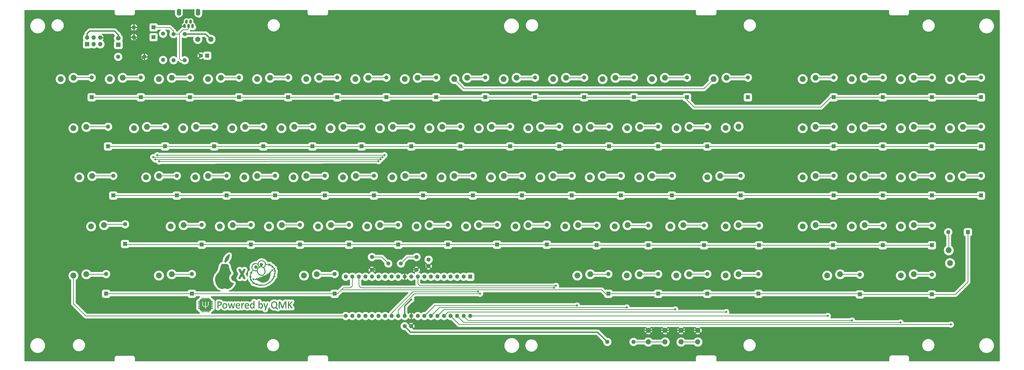
<source format=gtl>
G04 #@! TF.GenerationSoftware,KiCad,Pcbnew,(5.1.5)-3*
G04 #@! TF.CreationDate,2020-05-18T15:37:40+02:00*
G04 #@! TF.ProjectId,m0110a_qmk,6d303131-3061-45f7-916d-6b2e6b696361,rev?*
G04 #@! TF.SameCoordinates,Original*
G04 #@! TF.FileFunction,Copper,L1,Top*
G04 #@! TF.FilePolarity,Positive*
%FSLAX46Y46*%
G04 Gerber Fmt 4.6, Leading zero omitted, Abs format (unit mm)*
G04 Created by KiCad (PCBNEW (5.1.5)-3) date 2020-05-18 15:37:40*
%MOMM*%
%LPD*%
G04 APERTURE LIST*
%ADD10C,0.010000*%
%ADD11C,2.250000*%
%ADD12C,1.600000*%
%ADD13O,1.600000X1.600000*%
%ADD14R,1.600000X1.600000*%
%ADD15O,1.100000X1.650000*%
%ADD16O,1.700000X2.700000*%
%ADD17R,1.700000X1.700000*%
%ADD18O,1.700000X1.700000*%
%ADD19C,2.000000*%
%ADD20C,1.500000*%
%ADD21R,1.800000X1.800000*%
%ADD22C,1.800000*%
%ADD23C,0.800000*%
%ADD24C,0.250000*%
%ADD25C,0.500000*%
%ADD26C,0.254000*%
G04 APERTURE END LIST*
D10*
G36*
X124205495Y-168100547D02*
G01*
X124274951Y-168133961D01*
X124301250Y-168184801D01*
X124281172Y-168229272D01*
X124224248Y-168314888D01*
X124135437Y-168435002D01*
X124019701Y-168582964D01*
X123881999Y-168752126D01*
X123842888Y-168799147D01*
X123384526Y-169347819D01*
X123876266Y-170005670D01*
X124008749Y-170185336D01*
X124126957Y-170350316D01*
X124225915Y-170493283D01*
X124300648Y-170606907D01*
X124346181Y-170683863D01*
X124358142Y-170715448D01*
X124322793Y-170750169D01*
X124246546Y-170772392D01*
X124151035Y-170780683D01*
X124057893Y-170773606D01*
X123988751Y-170749726D01*
X123977489Y-170740703D01*
X123946513Y-170703093D01*
X123883882Y-170621825D01*
X123795346Y-170504553D01*
X123686659Y-170358931D01*
X123563572Y-170192611D01*
X123473631Y-170070300D01*
X123015375Y-169445497D01*
X122983625Y-170767375D01*
X122823655Y-170776738D01*
X122727440Y-170777983D01*
X122659037Y-170770791D01*
X122641092Y-170763509D01*
X122636206Y-170727864D01*
X122631683Y-170635525D01*
X122627640Y-170493297D01*
X122624192Y-170307986D01*
X122621458Y-170086395D01*
X122619552Y-169835332D01*
X122618593Y-169561600D01*
X122618500Y-169443672D01*
X122618500Y-168146428D01*
X122705812Y-168113188D01*
X122824350Y-168096623D01*
X122888375Y-168107179D01*
X122983625Y-168134409D01*
X123015375Y-169298803D01*
X123474510Y-168720069D01*
X123621266Y-168538130D01*
X123753147Y-168380555D01*
X123864700Y-168253502D01*
X123950473Y-168163130D01*
X124005014Y-168115598D01*
X124013929Y-168110811D01*
X124112079Y-168091180D01*
X124205495Y-168100547D01*
G37*
X124205495Y-168100547D02*
X124274951Y-168133961D01*
X124301250Y-168184801D01*
X124281172Y-168229272D01*
X124224248Y-168314888D01*
X124135437Y-168435002D01*
X124019701Y-168582964D01*
X123881999Y-168752126D01*
X123842888Y-168799147D01*
X123384526Y-169347819D01*
X123876266Y-170005670D01*
X124008749Y-170185336D01*
X124126957Y-170350316D01*
X124225915Y-170493283D01*
X124300648Y-170606907D01*
X124346181Y-170683863D01*
X124358142Y-170715448D01*
X124322793Y-170750169D01*
X124246546Y-170772392D01*
X124151035Y-170780683D01*
X124057893Y-170773606D01*
X123988751Y-170749726D01*
X123977489Y-170740703D01*
X123946513Y-170703093D01*
X123883882Y-170621825D01*
X123795346Y-170504553D01*
X123686659Y-170358931D01*
X123563572Y-170192611D01*
X123473631Y-170070300D01*
X123015375Y-169445497D01*
X122983625Y-170767375D01*
X122823655Y-170776738D01*
X122727440Y-170777983D01*
X122659037Y-170770791D01*
X122641092Y-170763509D01*
X122636206Y-170727864D01*
X122631683Y-170635525D01*
X122627640Y-170493297D01*
X122624192Y-170307986D01*
X122621458Y-170086395D01*
X122619552Y-169835332D01*
X122618593Y-169561600D01*
X122618500Y-169443672D01*
X122618500Y-168146428D01*
X122705812Y-168113188D01*
X122824350Y-168096623D01*
X122888375Y-168107179D01*
X122983625Y-168134409D01*
X123015375Y-169298803D01*
X123474510Y-168720069D01*
X123621266Y-168538130D01*
X123753147Y-168380555D01*
X123864700Y-168253502D01*
X123950473Y-168163130D01*
X124005014Y-168115598D01*
X124013929Y-168110811D01*
X124112079Y-168091180D01*
X124205495Y-168100547D01*
G36*
X121813745Y-168129980D02*
G01*
X121890864Y-168157459D01*
X121902215Y-168166500D01*
X121914848Y-168184906D01*
X121925089Y-168216259D01*
X121933122Y-168266436D01*
X121939135Y-168341317D01*
X121943312Y-168446779D01*
X121945841Y-168588701D01*
X121946907Y-168772961D01*
X121946696Y-169005438D01*
X121945395Y-169292009D01*
X121944170Y-169492063D01*
X121935875Y-170767375D01*
X121586625Y-170767375D01*
X121554875Y-168492055D01*
X121113253Y-169597965D01*
X121012669Y-169848892D01*
X120918509Y-170081964D01*
X120833565Y-170290410D01*
X120760625Y-170467463D01*
X120702479Y-170606355D01*
X120661918Y-170700318D01*
X120641730Y-170742583D01*
X120641053Y-170743562D01*
X120592336Y-170768302D01*
X120507477Y-170782169D01*
X120475375Y-170783250D01*
X120384610Y-170774546D01*
X120320925Y-170752774D01*
X120310260Y-170743562D01*
X120292406Y-170705777D01*
X120254639Y-170615463D01*
X120199661Y-170479427D01*
X120130174Y-170304478D01*
X120048881Y-170097422D01*
X119958485Y-169865067D01*
X119861687Y-169614220D01*
X119853935Y-169594047D01*
X119427625Y-168484219D01*
X119395875Y-170767375D01*
X119252834Y-170776734D01*
X119149814Y-170774030D01*
X119079841Y-170753865D01*
X119070272Y-170746572D01*
X119059427Y-170704596D01*
X119050193Y-170607635D01*
X119042565Y-170464180D01*
X119036537Y-170282725D01*
X119032105Y-170071764D01*
X119029265Y-169839790D01*
X119028010Y-169595295D01*
X119028337Y-169346773D01*
X119030241Y-169102717D01*
X119033716Y-168871620D01*
X119038758Y-168661976D01*
X119045362Y-168482278D01*
X119053524Y-168341018D01*
X119063238Y-168246691D01*
X119071714Y-168211500D01*
X119099680Y-168168664D01*
X119140751Y-168143456D01*
X119211768Y-168130048D01*
X119328492Y-168122662D01*
X119477176Y-168123187D01*
X119577088Y-168141371D01*
X119619009Y-168161535D01*
X119647318Y-168192414D01*
X119685647Y-168256625D01*
X119736002Y-168358644D01*
X119800389Y-168502945D01*
X119880813Y-168694003D01*
X119979280Y-168936292D01*
X120082251Y-169194934D01*
X120175626Y-169429598D01*
X120262186Y-169644259D01*
X120339073Y-169832056D01*
X120403433Y-169986130D01*
X120452410Y-170099620D01*
X120483148Y-170165668D01*
X120492314Y-170180000D01*
X120508862Y-170151733D01*
X120546442Y-170071466D01*
X120602110Y-169945995D01*
X120672919Y-169782118D01*
X120755925Y-169586633D01*
X120848181Y-169366337D01*
X120919448Y-169194312D01*
X121045801Y-168891494D01*
X121154610Y-168638116D01*
X121244923Y-168436263D01*
X121315782Y-168288018D01*
X121366235Y-168195468D01*
X121391936Y-168162437D01*
X121469371Y-168132609D01*
X121580490Y-168117376D01*
X121702784Y-168116559D01*
X121813745Y-168129980D01*
G37*
X121813745Y-168129980D02*
X121890864Y-168157459D01*
X121902215Y-168166500D01*
X121914848Y-168184906D01*
X121925089Y-168216259D01*
X121933122Y-168266436D01*
X121939135Y-168341317D01*
X121943312Y-168446779D01*
X121945841Y-168588701D01*
X121946907Y-168772961D01*
X121946696Y-169005438D01*
X121945395Y-169292009D01*
X121944170Y-169492063D01*
X121935875Y-170767375D01*
X121586625Y-170767375D01*
X121554875Y-168492055D01*
X121113253Y-169597965D01*
X121012669Y-169848892D01*
X120918509Y-170081964D01*
X120833565Y-170290410D01*
X120760625Y-170467463D01*
X120702479Y-170606355D01*
X120661918Y-170700318D01*
X120641730Y-170742583D01*
X120641053Y-170743562D01*
X120592336Y-170768302D01*
X120507477Y-170782169D01*
X120475375Y-170783250D01*
X120384610Y-170774546D01*
X120320925Y-170752774D01*
X120310260Y-170743562D01*
X120292406Y-170705777D01*
X120254639Y-170615463D01*
X120199661Y-170479427D01*
X120130174Y-170304478D01*
X120048881Y-170097422D01*
X119958485Y-169865067D01*
X119861687Y-169614220D01*
X119853935Y-169594047D01*
X119427625Y-168484219D01*
X119395875Y-170767375D01*
X119252834Y-170776734D01*
X119149814Y-170774030D01*
X119079841Y-170753865D01*
X119070272Y-170746572D01*
X119059427Y-170704596D01*
X119050193Y-170607635D01*
X119042565Y-170464180D01*
X119036537Y-170282725D01*
X119032105Y-170071764D01*
X119029265Y-169839790D01*
X119028010Y-169595295D01*
X119028337Y-169346773D01*
X119030241Y-169102717D01*
X119033716Y-168871620D01*
X119038758Y-168661976D01*
X119045362Y-168482278D01*
X119053524Y-168341018D01*
X119063238Y-168246691D01*
X119071714Y-168211500D01*
X119099680Y-168168664D01*
X119140751Y-168143456D01*
X119211768Y-168130048D01*
X119328492Y-168122662D01*
X119477176Y-168123187D01*
X119577088Y-168141371D01*
X119619009Y-168161535D01*
X119647318Y-168192414D01*
X119685647Y-168256625D01*
X119736002Y-168358644D01*
X119800389Y-168502945D01*
X119880813Y-168694003D01*
X119979280Y-168936292D01*
X120082251Y-169194934D01*
X120175626Y-169429598D01*
X120262186Y-169644259D01*
X120339073Y-169832056D01*
X120403433Y-169986130D01*
X120452410Y-170099620D01*
X120483148Y-170165668D01*
X120492314Y-170180000D01*
X120508862Y-170151733D01*
X120546442Y-170071466D01*
X120602110Y-169945995D01*
X120672919Y-169782118D01*
X120755925Y-169586633D01*
X120848181Y-169366337D01*
X120919448Y-169194312D01*
X121045801Y-168891494D01*
X121154610Y-168638116D01*
X121244923Y-168436263D01*
X121315782Y-168288018D01*
X121366235Y-168195468D01*
X121391936Y-168162437D01*
X121469371Y-168132609D01*
X121580490Y-168117376D01*
X121702784Y-168116559D01*
X121813745Y-168129980D01*
G36*
X117588920Y-168108716D02*
G01*
X117835494Y-168179514D01*
X118040397Y-168297899D01*
X118203929Y-168464187D01*
X118326392Y-168678697D01*
X118408086Y-168941744D01*
X118449313Y-169253647D01*
X118451778Y-169299158D01*
X118451968Y-169609758D01*
X118420195Y-169874015D01*
X118354268Y-170101674D01*
X118251992Y-170302482D01*
X118213019Y-170360167D01*
X118141414Y-170460148D01*
X118260644Y-170554103D01*
X118354722Y-170619590D01*
X118476608Y-170693222D01*
X118574312Y-170745841D01*
X118704883Y-170825016D01*
X118777301Y-170906033D01*
X118796553Y-170997500D01*
X118774343Y-171091205D01*
X118749065Y-171138858D01*
X118711258Y-171157732D01*
X118647046Y-171148221D01*
X118542553Y-171110721D01*
X118512532Y-171098653D01*
X118382901Y-171035151D01*
X118218486Y-170935062D01*
X118014629Y-170795462D01*
X117914593Y-170723222D01*
X117867758Y-170698740D01*
X117813300Y-170700559D01*
X117727490Y-170729845D01*
X117720169Y-170732764D01*
X117520269Y-170787384D01*
X117292781Y-170808374D01*
X117058116Y-170796906D01*
X116836680Y-170754150D01*
X116648884Y-170681279D01*
X116628827Y-170670132D01*
X116476002Y-170555685D01*
X116336776Y-170404887D01*
X116230344Y-170240162D01*
X116198055Y-170166902D01*
X116131095Y-169921329D01*
X116094399Y-169643787D01*
X116093553Y-169584172D01*
X116492830Y-169584172D01*
X116508005Y-169775680D01*
X116523473Y-169867086D01*
X116582658Y-170052465D01*
X116672380Y-170215661D01*
X116782453Y-170340112D01*
X116839717Y-170381336D01*
X116993798Y-170442825D01*
X117179419Y-170473365D01*
X117372180Y-170472054D01*
X117547679Y-170437990D01*
X117617875Y-170410109D01*
X117782263Y-170295876D01*
X117914289Y-170135866D01*
X117984444Y-169994225D01*
X118038801Y-169792564D01*
X118066604Y-169562546D01*
X118068351Y-169322982D01*
X118044540Y-169092679D01*
X117995672Y-168890449D01*
X117952412Y-168786251D01*
X117831511Y-168613355D01*
X117673265Y-168491765D01*
X117477993Y-168421661D01*
X117277582Y-168402697D01*
X117057157Y-168427827D01*
X116873967Y-168503226D01*
X116724179Y-168631426D01*
X116603955Y-168814960D01*
X116581381Y-168862375D01*
X116539085Y-168997515D01*
X116509484Y-169175752D01*
X116493694Y-169377751D01*
X116492830Y-169584172D01*
X116093553Y-169584172D01*
X116090359Y-169359359D01*
X116105128Y-169191858D01*
X116169249Y-168886712D01*
X116273761Y-168630468D01*
X116418519Y-168423261D01*
X116603379Y-168265226D01*
X116828195Y-168156495D01*
X117092824Y-168097203D01*
X117300375Y-168085187D01*
X117588920Y-168108716D01*
G37*
X117588920Y-168108716D02*
X117835494Y-168179514D01*
X118040397Y-168297899D01*
X118203929Y-168464187D01*
X118326392Y-168678697D01*
X118408086Y-168941744D01*
X118449313Y-169253647D01*
X118451778Y-169299158D01*
X118451968Y-169609758D01*
X118420195Y-169874015D01*
X118354268Y-170101674D01*
X118251992Y-170302482D01*
X118213019Y-170360167D01*
X118141414Y-170460148D01*
X118260644Y-170554103D01*
X118354722Y-170619590D01*
X118476608Y-170693222D01*
X118574312Y-170745841D01*
X118704883Y-170825016D01*
X118777301Y-170906033D01*
X118796553Y-170997500D01*
X118774343Y-171091205D01*
X118749065Y-171138858D01*
X118711258Y-171157732D01*
X118647046Y-171148221D01*
X118542553Y-171110721D01*
X118512532Y-171098653D01*
X118382901Y-171035151D01*
X118218486Y-170935062D01*
X118014629Y-170795462D01*
X117914593Y-170723222D01*
X117867758Y-170698740D01*
X117813300Y-170700559D01*
X117727490Y-170729845D01*
X117720169Y-170732764D01*
X117520269Y-170787384D01*
X117292781Y-170808374D01*
X117058116Y-170796906D01*
X116836680Y-170754150D01*
X116648884Y-170681279D01*
X116628827Y-170670132D01*
X116476002Y-170555685D01*
X116336776Y-170404887D01*
X116230344Y-170240162D01*
X116198055Y-170166902D01*
X116131095Y-169921329D01*
X116094399Y-169643787D01*
X116093553Y-169584172D01*
X116492830Y-169584172D01*
X116508005Y-169775680D01*
X116523473Y-169867086D01*
X116582658Y-170052465D01*
X116672380Y-170215661D01*
X116782453Y-170340112D01*
X116839717Y-170381336D01*
X116993798Y-170442825D01*
X117179419Y-170473365D01*
X117372180Y-170472054D01*
X117547679Y-170437990D01*
X117617875Y-170410109D01*
X117782263Y-170295876D01*
X117914289Y-170135866D01*
X117984444Y-169994225D01*
X118038801Y-169792564D01*
X118066604Y-169562546D01*
X118068351Y-169322982D01*
X118044540Y-169092679D01*
X117995672Y-168890449D01*
X117952412Y-168786251D01*
X117831511Y-168613355D01*
X117673265Y-168491765D01*
X117477993Y-168421661D01*
X117277582Y-168402697D01*
X117057157Y-168427827D01*
X116873967Y-168503226D01*
X116724179Y-168631426D01*
X116603955Y-168814960D01*
X116581381Y-168862375D01*
X116539085Y-168997515D01*
X116509484Y-169175752D01*
X116493694Y-169377751D01*
X116492830Y-169584172D01*
X116093553Y-169584172D01*
X116090359Y-169359359D01*
X116105128Y-169191858D01*
X116169249Y-168886712D01*
X116273761Y-168630468D01*
X116418519Y-168423261D01*
X116603379Y-168265226D01*
X116828195Y-168156495D01*
X117092824Y-168097203D01*
X117300375Y-168085187D01*
X117588920Y-168108716D01*
G36*
X114809034Y-168818106D02*
G01*
X114855860Y-168832498D01*
X114870853Y-168864407D01*
X114871500Y-168879312D01*
X114860967Y-168922041D01*
X114831207Y-169016637D01*
X114784980Y-169155395D01*
X114725044Y-169330610D01*
X114654157Y-169534577D01*
X114575078Y-169759590D01*
X114490565Y-169997945D01*
X114403378Y-170241935D01*
X114316274Y-170483857D01*
X114232013Y-170716003D01*
X114153353Y-170930670D01*
X114083053Y-171120152D01*
X114023871Y-171276744D01*
X113978565Y-171392740D01*
X113949896Y-171460435D01*
X113942622Y-171473812D01*
X113894596Y-171496845D01*
X113810712Y-171509932D01*
X113715261Y-171512480D01*
X113632533Y-171503897D01*
X113586819Y-171483589D01*
X113586094Y-171482510D01*
X113589290Y-171442007D01*
X113612730Y-171356240D01*
X113652343Y-171238605D01*
X113693716Y-171128575D01*
X113820490Y-170805630D01*
X113472870Y-169874007D01*
X113387016Y-169641936D01*
X113308871Y-169426893D01*
X113241145Y-169236636D01*
X113186547Y-169078924D01*
X113147787Y-168961516D01*
X113127574Y-168892170D01*
X113125250Y-168878567D01*
X113132893Y-168841416D01*
X113165946Y-168822228D01*
X113239596Y-168815346D01*
X113296478Y-168814750D01*
X113403766Y-168819760D01*
X113463551Y-168837738D01*
X113490171Y-168870312D01*
X113507053Y-168915577D01*
X113541744Y-169011205D01*
X113590834Y-169147705D01*
X113650916Y-169315589D01*
X113718581Y-169505367D01*
X113748283Y-169588876D01*
X113817744Y-169783276D01*
X113880898Y-169958076D01*
X113934408Y-170104196D01*
X113974937Y-170212560D01*
X113999150Y-170274090D01*
X114003761Y-170283966D01*
X114019067Y-170264435D01*
X114051490Y-170192453D01*
X114098011Y-170075790D01*
X114155607Y-169922216D01*
X114221257Y-169739500D01*
X114270539Y-169597975D01*
X114340655Y-169395135D01*
X114404726Y-169211768D01*
X114459643Y-169056608D01*
X114502300Y-168938391D01*
X114529587Y-168865851D01*
X114537616Y-168847322D01*
X114578622Y-168828418D01*
X114660561Y-168816665D01*
X114714623Y-168814750D01*
X114809034Y-168818106D01*
G37*
X114809034Y-168818106D02*
X114855860Y-168832498D01*
X114870853Y-168864407D01*
X114871500Y-168879312D01*
X114860967Y-168922041D01*
X114831207Y-169016637D01*
X114784980Y-169155395D01*
X114725044Y-169330610D01*
X114654157Y-169534577D01*
X114575078Y-169759590D01*
X114490565Y-169997945D01*
X114403378Y-170241935D01*
X114316274Y-170483857D01*
X114232013Y-170716003D01*
X114153353Y-170930670D01*
X114083053Y-171120152D01*
X114023871Y-171276744D01*
X113978565Y-171392740D01*
X113949896Y-171460435D01*
X113942622Y-171473812D01*
X113894596Y-171496845D01*
X113810712Y-171509932D01*
X113715261Y-171512480D01*
X113632533Y-171503897D01*
X113586819Y-171483589D01*
X113586094Y-171482510D01*
X113589290Y-171442007D01*
X113612730Y-171356240D01*
X113652343Y-171238605D01*
X113693716Y-171128575D01*
X113820490Y-170805630D01*
X113472870Y-169874007D01*
X113387016Y-169641936D01*
X113308871Y-169426893D01*
X113241145Y-169236636D01*
X113186547Y-169078924D01*
X113147787Y-168961516D01*
X113127574Y-168892170D01*
X113125250Y-168878567D01*
X113132893Y-168841416D01*
X113165946Y-168822228D01*
X113239596Y-168815346D01*
X113296478Y-168814750D01*
X113403766Y-168819760D01*
X113463551Y-168837738D01*
X113490171Y-168870312D01*
X113507053Y-168915577D01*
X113541744Y-169011205D01*
X113590834Y-169147705D01*
X113650916Y-169315589D01*
X113718581Y-169505367D01*
X113748283Y-169588876D01*
X113817744Y-169783276D01*
X113880898Y-169958076D01*
X113934408Y-170104196D01*
X113974937Y-170212560D01*
X113999150Y-170274090D01*
X114003761Y-170283966D01*
X114019067Y-170264435D01*
X114051490Y-170192453D01*
X114098011Y-170075790D01*
X114155607Y-169922216D01*
X114221257Y-169739500D01*
X114270539Y-169597975D01*
X114340655Y-169395135D01*
X114404726Y-169211768D01*
X114459643Y-169056608D01*
X114502300Y-168938391D01*
X114529587Y-168865851D01*
X114537616Y-168847322D01*
X114578622Y-168828418D01*
X114660561Y-168816665D01*
X114714623Y-168814750D01*
X114809034Y-168818106D01*
G36*
X111452859Y-167923652D02*
G01*
X111537750Y-167955928D01*
X111537750Y-169044536D01*
X111648887Y-168959768D01*
X111832140Y-168847545D01*
X112019344Y-168791783D01*
X112141000Y-168783000D01*
X112353160Y-168809894D01*
X112531228Y-168889467D01*
X112673959Y-169020054D01*
X112780108Y-169199989D01*
X112848429Y-169427606D01*
X112877679Y-169701239D01*
X112878748Y-169769935D01*
X112858032Y-170062576D01*
X112795954Y-170308531D01*
X112692833Y-170507134D01*
X112548986Y-170657718D01*
X112416920Y-170737652D01*
X112218401Y-170800694D01*
X112020153Y-170809099D01*
X111836513Y-170762582D01*
X111808814Y-170749710D01*
X111705905Y-170688748D01*
X111611833Y-170618043D01*
X111596650Y-170604218D01*
X111510296Y-170521485D01*
X111500210Y-170644430D01*
X111491225Y-170718683D01*
X111468354Y-170756025D01*
X111413693Y-170771211D01*
X111339312Y-170777052D01*
X111188500Y-170786729D01*
X111188500Y-170166778D01*
X111537750Y-170166778D01*
X111672687Y-170298745D01*
X111828079Y-170424261D01*
X111976018Y-170487939D01*
X112119784Y-170490525D01*
X112262222Y-170433034D01*
X112371002Y-170335259D01*
X112445955Y-170193093D01*
X112488571Y-170002466D01*
X112500508Y-169783125D01*
X112490411Y-169572856D01*
X112458403Y-169410154D01*
X112400458Y-169281653D01*
X112318815Y-169180178D01*
X112209188Y-169112265D01*
X112075667Y-169095023D01*
X111928999Y-169125904D01*
X111779929Y-169202360D01*
X111639204Y-169321842D01*
X111616447Y-169346746D01*
X111583248Y-169388832D01*
X111561243Y-169434249D01*
X111548102Y-169496615D01*
X111541490Y-169589546D01*
X111539075Y-169726660D01*
X111538753Y-169800326D01*
X111537750Y-170166778D01*
X111188500Y-170166778D01*
X111188500Y-167930795D01*
X111278234Y-167911086D01*
X111377352Y-167907566D01*
X111452859Y-167923652D01*
G37*
X111452859Y-167923652D02*
X111537750Y-167955928D01*
X111537750Y-169044536D01*
X111648887Y-168959768D01*
X111832140Y-168847545D01*
X112019344Y-168791783D01*
X112141000Y-168783000D01*
X112353160Y-168809894D01*
X112531228Y-168889467D01*
X112673959Y-169020054D01*
X112780108Y-169199989D01*
X112848429Y-169427606D01*
X112877679Y-169701239D01*
X112878748Y-169769935D01*
X112858032Y-170062576D01*
X112795954Y-170308531D01*
X112692833Y-170507134D01*
X112548986Y-170657718D01*
X112416920Y-170737652D01*
X112218401Y-170800694D01*
X112020153Y-170809099D01*
X111836513Y-170762582D01*
X111808814Y-170749710D01*
X111705905Y-170688748D01*
X111611833Y-170618043D01*
X111596650Y-170604218D01*
X111510296Y-170521485D01*
X111500210Y-170644430D01*
X111491225Y-170718683D01*
X111468354Y-170756025D01*
X111413693Y-170771211D01*
X111339312Y-170777052D01*
X111188500Y-170786729D01*
X111188500Y-170166778D01*
X111537750Y-170166778D01*
X111672687Y-170298745D01*
X111828079Y-170424261D01*
X111976018Y-170487939D01*
X112119784Y-170490525D01*
X112262222Y-170433034D01*
X112371002Y-170335259D01*
X112445955Y-170193093D01*
X112488571Y-170002466D01*
X112500508Y-169783125D01*
X112490411Y-169572856D01*
X112458403Y-169410154D01*
X112400458Y-169281653D01*
X112318815Y-169180178D01*
X112209188Y-169112265D01*
X112075667Y-169095023D01*
X111928999Y-169125904D01*
X111779929Y-169202360D01*
X111639204Y-169321842D01*
X111616447Y-169346746D01*
X111583248Y-169388832D01*
X111561243Y-169434249D01*
X111548102Y-169496615D01*
X111541490Y-169589546D01*
X111539075Y-169726660D01*
X111538753Y-169800326D01*
X111537750Y-170166778D01*
X111188500Y-170166778D01*
X111188500Y-167930795D01*
X111278234Y-167911086D01*
X111377352Y-167907566D01*
X111452859Y-167923652D01*
G36*
X109461196Y-167931749D02*
G01*
X109616875Y-167941625D01*
X109616875Y-170767375D01*
X109331125Y-170767375D01*
X109315250Y-170628713D01*
X109299375Y-170490052D01*
X109235913Y-170560566D01*
X109091073Y-170679011D01*
X108911863Y-170761415D01*
X108717129Y-170802966D01*
X108525718Y-170798855D01*
X108414336Y-170770290D01*
X108239457Y-170672644D01*
X108102036Y-170524563D01*
X108002881Y-170327466D01*
X107942797Y-170082772D01*
X107925643Y-169910125D01*
X107927380Y-169799000D01*
X108299604Y-169799000D01*
X108309238Y-170008976D01*
X108340672Y-170170978D01*
X108397698Y-170297927D01*
X108473972Y-170392822D01*
X108598209Y-170476623D01*
X108739126Y-170501849D01*
X108887853Y-170468061D01*
X108979125Y-170417940D01*
X109086572Y-170341230D01*
X109161120Y-170272580D01*
X109208787Y-170197889D01*
X109235593Y-170103055D01*
X109247557Y-169973977D01*
X109250700Y-169796553D01*
X109250746Y-169781631D01*
X109251750Y-169399137D01*
X109132687Y-169285322D01*
X109020466Y-169187433D01*
X108923989Y-169130702D01*
X108821328Y-169105168D01*
X108725773Y-169100500D01*
X108624996Y-169107414D01*
X108553180Y-169137349D01*
X108478975Y-169204094D01*
X108470914Y-169212584D01*
X108389770Y-169318212D01*
X108337107Y-169439759D01*
X108308523Y-169592299D01*
X108299613Y-169790904D01*
X108299604Y-169799000D01*
X107927380Y-169799000D01*
X107930252Y-169615352D01*
X107976163Y-169361104D01*
X108061446Y-169149977D01*
X108184171Y-168984569D01*
X108342409Y-168867475D01*
X108534230Y-168801294D01*
X108757706Y-168788621D01*
X108758804Y-168788691D01*
X108893059Y-168803739D01*
X108994456Y-168835012D01*
X109093321Y-168892415D01*
X109108374Y-168902881D01*
X109251750Y-169003941D01*
X109252236Y-168504533D01*
X109254015Y-168330521D01*
X109258607Y-168177433D01*
X109265418Y-168057210D01*
X109273855Y-167981793D01*
X109279120Y-167963499D01*
X109333335Y-167935717D01*
X109445225Y-167930858D01*
X109461196Y-167931749D01*
G37*
X109461196Y-167931749D02*
X109616875Y-167941625D01*
X109616875Y-170767375D01*
X109331125Y-170767375D01*
X109315250Y-170628713D01*
X109299375Y-170490052D01*
X109235913Y-170560566D01*
X109091073Y-170679011D01*
X108911863Y-170761415D01*
X108717129Y-170802966D01*
X108525718Y-170798855D01*
X108414336Y-170770290D01*
X108239457Y-170672644D01*
X108102036Y-170524563D01*
X108002881Y-170327466D01*
X107942797Y-170082772D01*
X107925643Y-169910125D01*
X107927380Y-169799000D01*
X108299604Y-169799000D01*
X108309238Y-170008976D01*
X108340672Y-170170978D01*
X108397698Y-170297927D01*
X108473972Y-170392822D01*
X108598209Y-170476623D01*
X108739126Y-170501849D01*
X108887853Y-170468061D01*
X108979125Y-170417940D01*
X109086572Y-170341230D01*
X109161120Y-170272580D01*
X109208787Y-170197889D01*
X109235593Y-170103055D01*
X109247557Y-169973977D01*
X109250700Y-169796553D01*
X109250746Y-169781631D01*
X109251750Y-169399137D01*
X109132687Y-169285322D01*
X109020466Y-169187433D01*
X108923989Y-169130702D01*
X108821328Y-169105168D01*
X108725773Y-169100500D01*
X108624996Y-169107414D01*
X108553180Y-169137349D01*
X108478975Y-169204094D01*
X108470914Y-169212584D01*
X108389770Y-169318212D01*
X108337107Y-169439759D01*
X108308523Y-169592299D01*
X108299613Y-169790904D01*
X108299604Y-169799000D01*
X107927380Y-169799000D01*
X107930252Y-169615352D01*
X107976163Y-169361104D01*
X108061446Y-169149977D01*
X108184171Y-168984569D01*
X108342409Y-168867475D01*
X108534230Y-168801294D01*
X108757706Y-168788621D01*
X108758804Y-168788691D01*
X108893059Y-168803739D01*
X108994456Y-168835012D01*
X109093321Y-168892415D01*
X109108374Y-168902881D01*
X109251750Y-169003941D01*
X109252236Y-168504533D01*
X109254015Y-168330521D01*
X109258607Y-168177433D01*
X109265418Y-168057210D01*
X109273855Y-167981793D01*
X109279120Y-167963499D01*
X109333335Y-167935717D01*
X109445225Y-167930858D01*
X109461196Y-167931749D01*
G36*
X106801237Y-168788066D02*
G01*
X107024552Y-168827737D01*
X107210359Y-168917838D01*
X107356278Y-169055899D01*
X107459931Y-169239451D01*
X107518937Y-169466025D01*
X107527549Y-169541684D01*
X107536047Y-169644680D01*
X107537078Y-169722906D01*
X107523250Y-169779763D01*
X107487173Y-169818652D01*
X107421456Y-169842975D01*
X107318709Y-169856132D01*
X107171539Y-169861527D01*
X106972557Y-169862559D01*
X106830439Y-169862500D01*
X106194905Y-169862500D01*
X106213965Y-170023438D01*
X106258808Y-170210424D01*
X106344627Y-170350215D01*
X106473371Y-170444396D01*
X106646988Y-170494552D01*
X106805168Y-170504258D01*
X106956071Y-170492396D01*
X107118959Y-170464132D01*
X107209508Y-170440417D01*
X107337051Y-170406694D01*
X107417360Y-170404644D01*
X107459758Y-170437065D01*
X107473567Y-170506755D01*
X107473750Y-170519724D01*
X107449311Y-170606746D01*
X107373147Y-170677249D01*
X107240980Y-170734267D01*
X107129463Y-170764080D01*
X106847078Y-170807837D01*
X106598733Y-170802013D01*
X106409461Y-170757804D01*
X106215034Y-170671910D01*
X106069754Y-170560602D01*
X105963586Y-170412794D01*
X105886496Y-170217401D01*
X105871563Y-170163567D01*
X105830437Y-169905542D01*
X105835602Y-169642082D01*
X105850219Y-169568812D01*
X106203927Y-169568812D01*
X106219933Y-169584720D01*
X106272669Y-169596094D01*
X106368964Y-169603483D01*
X106515649Y-169607433D01*
X106699408Y-169608500D01*
X107195066Y-169608500D01*
X107172936Y-169490534D01*
X107117224Y-169308940D01*
X107027060Y-169180289D01*
X106900498Y-169102978D01*
X106735595Y-169075401D01*
X106671709Y-169076988D01*
X106556067Y-169089963D01*
X106475676Y-169118195D01*
X106402403Y-169173111D01*
X106377711Y-169196393D01*
X106285349Y-169315621D01*
X106223204Y-169454715D01*
X106203927Y-169568812D01*
X105850219Y-169568812D01*
X105885398Y-169392488D01*
X105952334Y-169223429D01*
X106039930Y-169097464D01*
X106165081Y-168975348D01*
X106306260Y-168875099D01*
X106439941Y-168815291D01*
X106548268Y-168796220D01*
X106686509Y-168786763D01*
X106801237Y-168788066D01*
G37*
X106801237Y-168788066D02*
X107024552Y-168827737D01*
X107210359Y-168917838D01*
X107356278Y-169055899D01*
X107459931Y-169239451D01*
X107518937Y-169466025D01*
X107527549Y-169541684D01*
X107536047Y-169644680D01*
X107537078Y-169722906D01*
X107523250Y-169779763D01*
X107487173Y-169818652D01*
X107421456Y-169842975D01*
X107318709Y-169856132D01*
X107171539Y-169861527D01*
X106972557Y-169862559D01*
X106830439Y-169862500D01*
X106194905Y-169862500D01*
X106213965Y-170023438D01*
X106258808Y-170210424D01*
X106344627Y-170350215D01*
X106473371Y-170444396D01*
X106646988Y-170494552D01*
X106805168Y-170504258D01*
X106956071Y-170492396D01*
X107118959Y-170464132D01*
X107209508Y-170440417D01*
X107337051Y-170406694D01*
X107417360Y-170404644D01*
X107459758Y-170437065D01*
X107473567Y-170506755D01*
X107473750Y-170519724D01*
X107449311Y-170606746D01*
X107373147Y-170677249D01*
X107240980Y-170734267D01*
X107129463Y-170764080D01*
X106847078Y-170807837D01*
X106598733Y-170802013D01*
X106409461Y-170757804D01*
X106215034Y-170671910D01*
X106069754Y-170560602D01*
X105963586Y-170412794D01*
X105886496Y-170217401D01*
X105871563Y-170163567D01*
X105830437Y-169905542D01*
X105835602Y-169642082D01*
X105850219Y-169568812D01*
X106203927Y-169568812D01*
X106219933Y-169584720D01*
X106272669Y-169596094D01*
X106368964Y-169603483D01*
X106515649Y-169607433D01*
X106699408Y-169608500D01*
X107195066Y-169608500D01*
X107172936Y-169490534D01*
X107117224Y-169308940D01*
X107027060Y-169180289D01*
X106900498Y-169102978D01*
X106735595Y-169075401D01*
X106671709Y-169076988D01*
X106556067Y-169089963D01*
X106475676Y-169118195D01*
X106402403Y-169173111D01*
X106377711Y-169196393D01*
X106285349Y-169315621D01*
X106223204Y-169454715D01*
X106203927Y-169568812D01*
X105850219Y-169568812D01*
X105885398Y-169392488D01*
X105952334Y-169223429D01*
X106039930Y-169097464D01*
X106165081Y-168975348D01*
X106306260Y-168875099D01*
X106439941Y-168815291D01*
X106548268Y-168796220D01*
X106686509Y-168786763D01*
X106801237Y-168788066D01*
G36*
X105506681Y-168792214D02*
G01*
X105584115Y-168826434D01*
X105622243Y-168895524D01*
X105632250Y-169006644D01*
X105632250Y-169164554D01*
X105456102Y-169143852D01*
X105317463Y-169137984D01*
X105210600Y-169163963D01*
X105117237Y-169230531D01*
X105019094Y-169346428D01*
X105011778Y-169356333D01*
X104903373Y-169504011D01*
X104886125Y-170767375D01*
X104742067Y-170776776D01*
X104650724Y-170777843D01*
X104587803Y-170769598D01*
X104575380Y-170763547D01*
X104569732Y-170727278D01*
X104564598Y-170635463D01*
X104560162Y-170496057D01*
X104556606Y-170317014D01*
X104554111Y-170106286D01*
X104552861Y-169871829D01*
X104552750Y-169776093D01*
X104552750Y-168811270D01*
X104703562Y-168820947D01*
X104854375Y-168830625D01*
X104864092Y-168964639D01*
X104873810Y-169098653D01*
X104971993Y-168986830D01*
X105104304Y-168865163D01*
X105243426Y-168799674D01*
X105378760Y-168783000D01*
X105506681Y-168792214D01*
G37*
X105506681Y-168792214D02*
X105584115Y-168826434D01*
X105622243Y-168895524D01*
X105632250Y-169006644D01*
X105632250Y-169164554D01*
X105456102Y-169143852D01*
X105317463Y-169137984D01*
X105210600Y-169163963D01*
X105117237Y-169230531D01*
X105019094Y-169346428D01*
X105011778Y-169356333D01*
X104903373Y-169504011D01*
X104886125Y-170767375D01*
X104742067Y-170776776D01*
X104650724Y-170777843D01*
X104587803Y-170769598D01*
X104575380Y-170763547D01*
X104569732Y-170727278D01*
X104564598Y-170635463D01*
X104560162Y-170496057D01*
X104556606Y-170317014D01*
X104554111Y-170106286D01*
X104552861Y-169871829D01*
X104552750Y-169776093D01*
X104552750Y-168811270D01*
X104703562Y-168820947D01*
X104854375Y-168830625D01*
X104864092Y-168964639D01*
X104873810Y-169098653D01*
X104971993Y-168986830D01*
X105104304Y-168865163D01*
X105243426Y-168799674D01*
X105378760Y-168783000D01*
X105506681Y-168792214D01*
G36*
X103471928Y-168808940D02*
G01*
X103671011Y-168883920D01*
X103830245Y-169007094D01*
X103947498Y-169176994D01*
X103999801Y-169310489D01*
X104027823Y-169436804D01*
X104041739Y-169570742D01*
X104041299Y-169693607D01*
X104026255Y-169786703D01*
X104006650Y-169824400D01*
X103968555Y-169839018D01*
X103884453Y-169849881D01*
X103749870Y-169857242D01*
X103560334Y-169861358D01*
X103339900Y-169862500D01*
X102711250Y-169862500D01*
X102712643Y-169949812D01*
X102743498Y-170129090D01*
X102824028Y-170289536D01*
X102944965Y-170415440D01*
X103012308Y-170457791D01*
X103124682Y-170491427D01*
X103277116Y-170503998D01*
X103449980Y-170496107D01*
X103623646Y-170468357D01*
X103741059Y-170435416D01*
X103851019Y-170400712D01*
X103916299Y-170390630D01*
X103950064Y-170403598D01*
X103954885Y-170409877D01*
X103978256Y-170486104D01*
X103974937Y-170574940D01*
X103947110Y-170643552D01*
X103938821Y-170651937D01*
X103837454Y-170707709D01*
X103690590Y-170752792D01*
X103515644Y-170785130D01*
X103330030Y-170802665D01*
X103151161Y-170803340D01*
X102996453Y-170785097D01*
X102939002Y-170770052D01*
X102733202Y-170674769D01*
X102572603Y-170537463D01*
X102455259Y-170355648D01*
X102379221Y-170126836D01*
X102361652Y-170032913D01*
X102346152Y-169798675D01*
X102366481Y-169557595D01*
X102377346Y-169512627D01*
X102711900Y-169512627D01*
X102714209Y-169558073D01*
X102750700Y-169586271D01*
X102828159Y-169601334D01*
X102953370Y-169607374D01*
X103133120Y-169608504D01*
X103203375Y-169608500D01*
X103390725Y-169607931D01*
X103523728Y-169605538D01*
X103611531Y-169600286D01*
X103663283Y-169591142D01*
X103688132Y-169577074D01*
X103695225Y-169557048D01*
X103695322Y-169552937D01*
X103669564Y-169404940D01*
X103602503Y-169261541D01*
X103536983Y-169180098D01*
X103463621Y-169122572D01*
X103380164Y-169091172D01*
X103260168Y-169075990D01*
X103258969Y-169075905D01*
X103085275Y-169086858D01*
X102945626Y-169149231D01*
X102833526Y-169266811D01*
X102782687Y-169353546D01*
X102736988Y-169445822D01*
X102711900Y-169512627D01*
X102377346Y-169512627D01*
X102419724Y-169337240D01*
X102441290Y-169280223D01*
X102553199Y-169090431D01*
X102709460Y-168942444D01*
X102903173Y-168840580D01*
X103127436Y-168789156D01*
X103235125Y-168783620D01*
X103471928Y-168808940D01*
G37*
X103471928Y-168808940D02*
X103671011Y-168883920D01*
X103830245Y-169007094D01*
X103947498Y-169176994D01*
X103999801Y-169310489D01*
X104027823Y-169436804D01*
X104041739Y-169570742D01*
X104041299Y-169693607D01*
X104026255Y-169786703D01*
X104006650Y-169824400D01*
X103968555Y-169839018D01*
X103884453Y-169849881D01*
X103749870Y-169857242D01*
X103560334Y-169861358D01*
X103339900Y-169862500D01*
X102711250Y-169862500D01*
X102712643Y-169949812D01*
X102743498Y-170129090D01*
X102824028Y-170289536D01*
X102944965Y-170415440D01*
X103012308Y-170457791D01*
X103124682Y-170491427D01*
X103277116Y-170503998D01*
X103449980Y-170496107D01*
X103623646Y-170468357D01*
X103741059Y-170435416D01*
X103851019Y-170400712D01*
X103916299Y-170390630D01*
X103950064Y-170403598D01*
X103954885Y-170409877D01*
X103978256Y-170486104D01*
X103974937Y-170574940D01*
X103947110Y-170643552D01*
X103938821Y-170651937D01*
X103837454Y-170707709D01*
X103690590Y-170752792D01*
X103515644Y-170785130D01*
X103330030Y-170802665D01*
X103151161Y-170803340D01*
X102996453Y-170785097D01*
X102939002Y-170770052D01*
X102733202Y-170674769D01*
X102572603Y-170537463D01*
X102455259Y-170355648D01*
X102379221Y-170126836D01*
X102361652Y-170032913D01*
X102346152Y-169798675D01*
X102366481Y-169557595D01*
X102377346Y-169512627D01*
X102711900Y-169512627D01*
X102714209Y-169558073D01*
X102750700Y-169586271D01*
X102828159Y-169601334D01*
X102953370Y-169607374D01*
X103133120Y-169608504D01*
X103203375Y-169608500D01*
X103390725Y-169607931D01*
X103523728Y-169605538D01*
X103611531Y-169600286D01*
X103663283Y-169591142D01*
X103688132Y-169577074D01*
X103695225Y-169557048D01*
X103695322Y-169552937D01*
X103669564Y-169404940D01*
X103602503Y-169261541D01*
X103536983Y-169180098D01*
X103463621Y-169122572D01*
X103380164Y-169091172D01*
X103260168Y-169075990D01*
X103258969Y-169075905D01*
X103085275Y-169086858D01*
X102945626Y-169149231D01*
X102833526Y-169266811D01*
X102782687Y-169353546D01*
X102736988Y-169445822D01*
X102711900Y-169512627D01*
X102377346Y-169512627D01*
X102419724Y-169337240D01*
X102441290Y-169280223D01*
X102553199Y-169090431D01*
X102709460Y-168942444D01*
X102903173Y-168840580D01*
X103127436Y-168789156D01*
X103235125Y-168783620D01*
X103471928Y-168808940D01*
G36*
X99738146Y-169076687D02*
G01*
X99786383Y-169238464D01*
X99838547Y-169415445D01*
X99883707Y-169570532D01*
X99885500Y-169576750D01*
X99929460Y-169727703D01*
X99981418Y-169903778D01*
X100030856Y-170069353D01*
X100035494Y-170084750D01*
X100116875Y-170354625D01*
X100315020Y-169619339D01*
X100371427Y-169411823D01*
X100423381Y-169224095D01*
X100468336Y-169065080D01*
X100503746Y-168943707D01*
X100527064Y-168868903D01*
X100534581Y-168849401D01*
X100576433Y-168829191D01*
X100658840Y-168816704D01*
X100711381Y-168814750D01*
X100805287Y-168817676D01*
X100855549Y-168833863D01*
X100881987Y-168874420D01*
X100895458Y-168917937D01*
X100954561Y-169128118D01*
X101016543Y-169344378D01*
X101078815Y-169558113D01*
X101138791Y-169760717D01*
X101193882Y-169943586D01*
X101241501Y-170098114D01*
X101279061Y-170215697D01*
X101303973Y-170287728D01*
X101313087Y-170306775D01*
X101326818Y-170277729D01*
X101354528Y-170197196D01*
X101393153Y-170074862D01*
X101439628Y-169920408D01*
X101486448Y-169759087D01*
X101541911Y-169565419D01*
X101596059Y-169377357D01*
X101644575Y-169209827D01*
X101683140Y-169077750D01*
X101702261Y-169013187D01*
X101761750Y-168814750D01*
X101917126Y-168814750D01*
X102011332Y-168820707D01*
X102076707Y-168835866D01*
X102092033Y-168846352D01*
X102086994Y-168881612D01*
X102065673Y-168968384D01*
X102030776Y-169097587D01*
X101985009Y-169260138D01*
X101931075Y-169446953D01*
X101871682Y-169648952D01*
X101809533Y-169857050D01*
X101747334Y-170062166D01*
X101687789Y-170255217D01*
X101633605Y-170427120D01*
X101587485Y-170568794D01*
X101552136Y-170671155D01*
X101536426Y-170711812D01*
X101511296Y-170752464D01*
X101468442Y-170774039D01*
X101390328Y-170782295D01*
X101318818Y-170783250D01*
X101202000Y-170776476D01*
X101121905Y-170758173D01*
X101098958Y-170743562D01*
X101080708Y-170702328D01*
X101048187Y-170609603D01*
X101004484Y-170474979D01*
X100952684Y-170308048D01*
X100895875Y-170118401D01*
X100876710Y-170053000D01*
X100687029Y-169402125D01*
X100648901Y-169545000D01*
X100561077Y-169873283D01*
X100488251Y-170143646D01*
X100429442Y-170359623D01*
X100383669Y-170524749D01*
X100349950Y-170642560D01*
X100327305Y-170716591D01*
X100314752Y-170750378D01*
X100314020Y-170751669D01*
X100271005Y-170771484D01*
X100187407Y-170781507D01*
X100085314Y-170782163D01*
X99986815Y-170773876D01*
X99913999Y-170757071D01*
X99892215Y-170743562D01*
X99874214Y-170703148D01*
X99841182Y-170611176D01*
X99796015Y-170477006D01*
X99741610Y-170309996D01*
X99680862Y-170119506D01*
X99616668Y-169914894D01*
X99551925Y-169705520D01*
X99489529Y-169500743D01*
X99432375Y-169309921D01*
X99383361Y-169142415D01*
X99345383Y-169007583D01*
X99321336Y-168914784D01*
X99314000Y-168875137D01*
X99322623Y-168839948D01*
X99358409Y-168821711D01*
X99436235Y-168815222D01*
X99486703Y-168814750D01*
X99659407Y-168814750D01*
X99738146Y-169076687D01*
G37*
X99738146Y-169076687D02*
X99786383Y-169238464D01*
X99838547Y-169415445D01*
X99883707Y-169570532D01*
X99885500Y-169576750D01*
X99929460Y-169727703D01*
X99981418Y-169903778D01*
X100030856Y-170069353D01*
X100035494Y-170084750D01*
X100116875Y-170354625D01*
X100315020Y-169619339D01*
X100371427Y-169411823D01*
X100423381Y-169224095D01*
X100468336Y-169065080D01*
X100503746Y-168943707D01*
X100527064Y-168868903D01*
X100534581Y-168849401D01*
X100576433Y-168829191D01*
X100658840Y-168816704D01*
X100711381Y-168814750D01*
X100805287Y-168817676D01*
X100855549Y-168833863D01*
X100881987Y-168874420D01*
X100895458Y-168917937D01*
X100954561Y-169128118D01*
X101016543Y-169344378D01*
X101078815Y-169558113D01*
X101138791Y-169760717D01*
X101193882Y-169943586D01*
X101241501Y-170098114D01*
X101279061Y-170215697D01*
X101303973Y-170287728D01*
X101313087Y-170306775D01*
X101326818Y-170277729D01*
X101354528Y-170197196D01*
X101393153Y-170074862D01*
X101439628Y-169920408D01*
X101486448Y-169759087D01*
X101541911Y-169565419D01*
X101596059Y-169377357D01*
X101644575Y-169209827D01*
X101683140Y-169077750D01*
X101702261Y-169013187D01*
X101761750Y-168814750D01*
X101917126Y-168814750D01*
X102011332Y-168820707D01*
X102076707Y-168835866D01*
X102092033Y-168846352D01*
X102086994Y-168881612D01*
X102065673Y-168968384D01*
X102030776Y-169097587D01*
X101985009Y-169260138D01*
X101931075Y-169446953D01*
X101871682Y-169648952D01*
X101809533Y-169857050D01*
X101747334Y-170062166D01*
X101687789Y-170255217D01*
X101633605Y-170427120D01*
X101587485Y-170568794D01*
X101552136Y-170671155D01*
X101536426Y-170711812D01*
X101511296Y-170752464D01*
X101468442Y-170774039D01*
X101390328Y-170782295D01*
X101318818Y-170783250D01*
X101202000Y-170776476D01*
X101121905Y-170758173D01*
X101098958Y-170743562D01*
X101080708Y-170702328D01*
X101048187Y-170609603D01*
X101004484Y-170474979D01*
X100952684Y-170308048D01*
X100895875Y-170118401D01*
X100876710Y-170053000D01*
X100687029Y-169402125D01*
X100648901Y-169545000D01*
X100561077Y-169873283D01*
X100488251Y-170143646D01*
X100429442Y-170359623D01*
X100383669Y-170524749D01*
X100349950Y-170642560D01*
X100327305Y-170716591D01*
X100314752Y-170750378D01*
X100314020Y-170751669D01*
X100271005Y-170771484D01*
X100187407Y-170781507D01*
X100085314Y-170782163D01*
X99986815Y-170773876D01*
X99913999Y-170757071D01*
X99892215Y-170743562D01*
X99874214Y-170703148D01*
X99841182Y-170611176D01*
X99796015Y-170477006D01*
X99741610Y-170309996D01*
X99680862Y-170119506D01*
X99616668Y-169914894D01*
X99551925Y-169705520D01*
X99489529Y-169500743D01*
X99432375Y-169309921D01*
X99383361Y-169142415D01*
X99345383Y-169007583D01*
X99321336Y-168914784D01*
X99314000Y-168875137D01*
X99322623Y-168839948D01*
X99358409Y-168821711D01*
X99436235Y-168815222D01*
X99486703Y-168814750D01*
X99659407Y-168814750D01*
X99738146Y-169076687D01*
G36*
X98214404Y-168789606D02*
G01*
X98433880Y-168816743D01*
X98607826Y-168874722D01*
X98748918Y-168968999D01*
X98831330Y-169055125D01*
X98929794Y-169217784D01*
X98998331Y-169421733D01*
X99034808Y-169651168D01*
X99037094Y-169890287D01*
X99003056Y-170123286D01*
X98984705Y-170192107D01*
X98900835Y-170375929D01*
X98771371Y-170542104D01*
X98610992Y-170675638D01*
X98434382Y-170761540D01*
X98423932Y-170764750D01*
X98242720Y-170800475D01*
X98045162Y-170810431D01*
X97861560Y-170793953D01*
X97794427Y-170778569D01*
X97593888Y-170691675D01*
X97433812Y-170557298D01*
X97312833Y-170373907D01*
X97231678Y-170148250D01*
X97191703Y-169891266D01*
X97194506Y-169807296D01*
X97567750Y-169807296D01*
X97587738Y-170032132D01*
X97645870Y-170218530D01*
X97739396Y-170360821D01*
X97865565Y-170453336D01*
X97885266Y-170461830D01*
X97989932Y-170485954D01*
X98123508Y-170494504D01*
X98254419Y-170487072D01*
X98340448Y-170467718D01*
X98466121Y-170387395D01*
X98565674Y-170257606D01*
X98634778Y-170088529D01*
X98669105Y-169890342D01*
X98667086Y-169699702D01*
X98633683Y-169485292D01*
X98575536Y-169324040D01*
X98487886Y-169208830D01*
X98365973Y-169132546D01*
X98266292Y-169100510D01*
X98076789Y-169081882D01*
X97911474Y-169119526D01*
X97774178Y-169209565D01*
X97668734Y-169348124D01*
X97598971Y-169531324D01*
X97568723Y-169755290D01*
X97567750Y-169807296D01*
X97194506Y-169807296D01*
X97200180Y-169637408D01*
X97254466Y-169398936D01*
X97351917Y-169188113D01*
X97471724Y-169034752D01*
X97622508Y-168910215D01*
X97786784Y-168830861D01*
X97978391Y-168792122D01*
X98211167Y-168789431D01*
X98214404Y-168789606D01*
G37*
X98214404Y-168789606D02*
X98433880Y-168816743D01*
X98607826Y-168874722D01*
X98748918Y-168968999D01*
X98831330Y-169055125D01*
X98929794Y-169217784D01*
X98998331Y-169421733D01*
X99034808Y-169651168D01*
X99037094Y-169890287D01*
X99003056Y-170123286D01*
X98984705Y-170192107D01*
X98900835Y-170375929D01*
X98771371Y-170542104D01*
X98610992Y-170675638D01*
X98434382Y-170761540D01*
X98423932Y-170764750D01*
X98242720Y-170800475D01*
X98045162Y-170810431D01*
X97861560Y-170793953D01*
X97794427Y-170778569D01*
X97593888Y-170691675D01*
X97433812Y-170557298D01*
X97312833Y-170373907D01*
X97231678Y-170148250D01*
X97191703Y-169891266D01*
X97194506Y-169807296D01*
X97567750Y-169807296D01*
X97587738Y-170032132D01*
X97645870Y-170218530D01*
X97739396Y-170360821D01*
X97865565Y-170453336D01*
X97885266Y-170461830D01*
X97989932Y-170485954D01*
X98123508Y-170494504D01*
X98254419Y-170487072D01*
X98340448Y-170467718D01*
X98466121Y-170387395D01*
X98565674Y-170257606D01*
X98634778Y-170088529D01*
X98669105Y-169890342D01*
X98667086Y-169699702D01*
X98633683Y-169485292D01*
X98575536Y-169324040D01*
X98487886Y-169208830D01*
X98365973Y-169132546D01*
X98266292Y-169100510D01*
X98076789Y-169081882D01*
X97911474Y-169119526D01*
X97774178Y-169209565D01*
X97668734Y-169348124D01*
X97598971Y-169531324D01*
X97568723Y-169755290D01*
X97567750Y-169807296D01*
X97194506Y-169807296D01*
X97200180Y-169637408D01*
X97254466Y-169398936D01*
X97351917Y-169188113D01*
X97471724Y-169034752D01*
X97622508Y-168910215D01*
X97786784Y-168830861D01*
X97978391Y-168792122D01*
X98211167Y-168789431D01*
X98214404Y-168789606D01*
G36*
X95933013Y-168117643D02*
G01*
X96096198Y-168125900D01*
X96241257Y-168139034D01*
X96354629Y-168156907D01*
X96387684Y-168165237D01*
X96588048Y-168254149D01*
X96743175Y-168386424D01*
X96850280Y-168558200D01*
X96906576Y-168765616D01*
X96914870Y-168895984D01*
X96888228Y-169138421D01*
X96810687Y-169343954D01*
X96684187Y-169510901D01*
X96510665Y-169637580D01*
X96292060Y-169722308D01*
X96030310Y-169763403D01*
X95910987Y-169767250D01*
X95662750Y-169767250D01*
X95662750Y-170237150D01*
X95660420Y-170451583D01*
X95653274Y-170605807D01*
X95641078Y-170702946D01*
X95624650Y-170745150D01*
X95572126Y-170767621D01*
X95486138Y-170780614D01*
X95393858Y-170782699D01*
X95322458Y-170772446D01*
X95302916Y-170762083D01*
X95298299Y-170726723D01*
X95294029Y-170634722D01*
X95290219Y-170492940D01*
X95286980Y-170308236D01*
X95284424Y-170087469D01*
X95282664Y-169837498D01*
X95281813Y-169565183D01*
X95281750Y-169466683D01*
X95282273Y-169123933D01*
X95283925Y-168840507D01*
X95286826Y-168612238D01*
X95291098Y-168434957D01*
X95291151Y-168433750D01*
X95662750Y-168433750D01*
X95662750Y-169449750D01*
X95908812Y-169449700D01*
X96086003Y-169441269D01*
X96214184Y-169414761D01*
X96263743Y-169394138D01*
X96386651Y-169309289D01*
X96464680Y-169197179D01*
X96504987Y-169045463D01*
X96512490Y-168965220D01*
X96504940Y-168778405D01*
X96456145Y-168635115D01*
X96362847Y-168532401D01*
X96221787Y-168467314D01*
X96029708Y-168436905D01*
X95925182Y-168433750D01*
X95662750Y-168433750D01*
X95291151Y-168433750D01*
X95296861Y-168304496D01*
X95304235Y-168216689D01*
X95313343Y-168167366D01*
X95319849Y-168154350D01*
X95370242Y-168136148D01*
X95470316Y-168123516D01*
X95606510Y-168116313D01*
X95765263Y-168114401D01*
X95933013Y-168117643D01*
G37*
X95933013Y-168117643D02*
X96096198Y-168125900D01*
X96241257Y-168139034D01*
X96354629Y-168156907D01*
X96387684Y-168165237D01*
X96588048Y-168254149D01*
X96743175Y-168386424D01*
X96850280Y-168558200D01*
X96906576Y-168765616D01*
X96914870Y-168895984D01*
X96888228Y-169138421D01*
X96810687Y-169343954D01*
X96684187Y-169510901D01*
X96510665Y-169637580D01*
X96292060Y-169722308D01*
X96030310Y-169763403D01*
X95910987Y-169767250D01*
X95662750Y-169767250D01*
X95662750Y-170237150D01*
X95660420Y-170451583D01*
X95653274Y-170605807D01*
X95641078Y-170702946D01*
X95624650Y-170745150D01*
X95572126Y-170767621D01*
X95486138Y-170780614D01*
X95393858Y-170782699D01*
X95322458Y-170772446D01*
X95302916Y-170762083D01*
X95298299Y-170726723D01*
X95294029Y-170634722D01*
X95290219Y-170492940D01*
X95286980Y-170308236D01*
X95284424Y-170087469D01*
X95282664Y-169837498D01*
X95281813Y-169565183D01*
X95281750Y-169466683D01*
X95282273Y-169123933D01*
X95283925Y-168840507D01*
X95286826Y-168612238D01*
X95291098Y-168434957D01*
X95291151Y-168433750D01*
X95662750Y-168433750D01*
X95662750Y-169449750D01*
X95908812Y-169449700D01*
X96086003Y-169441269D01*
X96214184Y-169414761D01*
X96263743Y-169394138D01*
X96386651Y-169309289D01*
X96464680Y-169197179D01*
X96504987Y-169045463D01*
X96512490Y-168965220D01*
X96504940Y-168778405D01*
X96456145Y-168635115D01*
X96362847Y-168532401D01*
X96221787Y-168467314D01*
X96029708Y-168436905D01*
X95925182Y-168433750D01*
X95662750Y-168433750D01*
X95291151Y-168433750D01*
X95296861Y-168304496D01*
X95304235Y-168216689D01*
X95313343Y-168167366D01*
X95319849Y-168154350D01*
X95370242Y-168136148D01*
X95470316Y-168123516D01*
X95606510Y-168116313D01*
X95765263Y-168114401D01*
X95933013Y-168117643D01*
G36*
X89971562Y-166661947D02*
G01*
X90122375Y-166671625D01*
X90131548Y-166949437D01*
X90140722Y-167227250D01*
X90453277Y-167227250D01*
X90462451Y-166949437D01*
X90471625Y-166671625D01*
X90757375Y-166671625D01*
X90766548Y-166949437D01*
X90775722Y-167227250D01*
X91088277Y-167227250D01*
X91097451Y-166949437D01*
X91106625Y-166671625D01*
X91246353Y-166661627D01*
X91354741Y-166664562D01*
X91411172Y-166691355D01*
X91412554Y-166693377D01*
X91425300Y-166743673D01*
X91434827Y-166838541D01*
X91439365Y-166959067D01*
X91439513Y-166981187D01*
X91440000Y-167227250D01*
X91755027Y-167227250D01*
X91764201Y-166949437D01*
X91773375Y-166671625D01*
X92059125Y-166671625D01*
X92068298Y-166949437D01*
X92077472Y-167227250D01*
X92214117Y-167227250D01*
X92394276Y-167257117D01*
X92556379Y-167340104D01*
X92689977Y-167466288D01*
X92784623Y-167625745D01*
X92829866Y-167808554D01*
X92830191Y-167812331D01*
X92844667Y-167986889D01*
X93392625Y-168005125D01*
X93402622Y-168144853D01*
X93399687Y-168253241D01*
X93372894Y-168309672D01*
X93370872Y-168311054D01*
X93320576Y-168323800D01*
X93225708Y-168333327D01*
X93105182Y-168337865D01*
X93083062Y-168338013D01*
X92837000Y-168338500D01*
X92837000Y-168624250D01*
X93083062Y-168624736D01*
X93206115Y-168628228D01*
X93306788Y-168637016D01*
X93366169Y-168649331D01*
X93370872Y-168651695D01*
X93398869Y-168705227D01*
X93403079Y-168811085D01*
X93402622Y-168817896D01*
X93392625Y-168957625D01*
X93114812Y-168966798D01*
X92836999Y-168975972D01*
X92836999Y-169288527D01*
X93392625Y-169306875D01*
X93392625Y-169592625D01*
X93114812Y-169601798D01*
X92837000Y-169610972D01*
X92837000Y-169923527D01*
X93114812Y-169932701D01*
X93392625Y-169941875D01*
X93402622Y-170081603D01*
X93399687Y-170189991D01*
X93372894Y-170246422D01*
X93370872Y-170247804D01*
X93320639Y-170260508D01*
X93225742Y-170270024D01*
X93104998Y-170274598D01*
X93081322Y-170274763D01*
X92833520Y-170275250D01*
X92843197Y-170426062D01*
X92852875Y-170576875D01*
X93132375Y-170586073D01*
X93411876Y-170595271D01*
X93402250Y-170744823D01*
X93392625Y-170894375D01*
X93118646Y-170903492D01*
X92844667Y-170912610D01*
X92830191Y-171087168D01*
X92786029Y-171270337D01*
X92692258Y-171430352D01*
X92559327Y-171557288D01*
X92397686Y-171641225D01*
X92217783Y-171672237D01*
X92214117Y-171672250D01*
X92077472Y-171672250D01*
X92068298Y-171950062D01*
X92059125Y-172227875D01*
X91908312Y-172237552D01*
X91757500Y-172247229D01*
X91757500Y-171672250D01*
X91440000Y-171672250D01*
X91439513Y-171918312D01*
X91436021Y-172041365D01*
X91427233Y-172142038D01*
X91414918Y-172201419D01*
X91412554Y-172206122D01*
X91359022Y-172234119D01*
X91253164Y-172238329D01*
X91246353Y-172237872D01*
X91106625Y-172227875D01*
X91097451Y-171950062D01*
X91088277Y-171672250D01*
X90775722Y-171672250D01*
X90766548Y-171950062D01*
X90757375Y-172227875D01*
X90471625Y-172227875D01*
X90462451Y-171950062D01*
X90453277Y-171672250D01*
X90140722Y-171672250D01*
X90131548Y-171950062D01*
X90122375Y-172227875D01*
X89971562Y-172237552D01*
X89820750Y-172247229D01*
X89820750Y-171672250D01*
X89503250Y-171672250D01*
X89503250Y-171907778D01*
X89501193Y-172057103D01*
X89491191Y-172154154D01*
X89467490Y-172210116D01*
X89424340Y-172236176D01*
X89355988Y-172243522D01*
X89330519Y-172243750D01*
X89242515Y-172239136D01*
X89183980Y-172227586D01*
X89175166Y-172222583D01*
X89165370Y-172182999D01*
X89157978Y-172096406D01*
X89154229Y-171979285D01*
X89154000Y-171940764D01*
X89154000Y-171680113D01*
X88986382Y-171666213D01*
X88797202Y-171620695D01*
X88633996Y-171523517D01*
X88506343Y-171384241D01*
X88423823Y-171212428D01*
X88398134Y-171079047D01*
X88384332Y-170912610D01*
X88110353Y-170903492D01*
X87836375Y-170894375D01*
X87836375Y-170608625D01*
X88114187Y-170599451D01*
X88392000Y-170590277D01*
X88392000Y-170275250D01*
X88145937Y-170274763D01*
X88022884Y-170271271D01*
X87922211Y-170262483D01*
X87862830Y-170250168D01*
X87858127Y-170247804D01*
X87830130Y-170194272D01*
X87825920Y-170088414D01*
X87826377Y-170081603D01*
X87836375Y-169941875D01*
X88114187Y-169932701D01*
X88392000Y-169923527D01*
X88392000Y-169610972D01*
X88114187Y-169601798D01*
X87836375Y-169592625D01*
X87836375Y-169306875D01*
X88114187Y-169297701D01*
X88392000Y-169288527D01*
X88392000Y-168975972D01*
X88114187Y-168966798D01*
X87836375Y-168957625D01*
X87826377Y-168817896D01*
X87829312Y-168709508D01*
X87856105Y-168653077D01*
X87858127Y-168651695D01*
X87908423Y-168638949D01*
X88003291Y-168629422D01*
X88123817Y-168624884D01*
X88145937Y-168624736D01*
X88392000Y-168624250D01*
X88392000Y-168543474D01*
X89345647Y-168543474D01*
X89347680Y-168759047D01*
X89349395Y-168858569D01*
X89361604Y-169506193D01*
X89472372Y-169724034D01*
X89591826Y-169910659D01*
X89740575Y-170051322D01*
X89926412Y-170150884D01*
X90157129Y-170214207D01*
X90289062Y-170233494D01*
X90455750Y-170252383D01*
X90455750Y-170515171D01*
X90460034Y-170665992D01*
X90473252Y-170757711D01*
X90495437Y-170793972D01*
X90600324Y-170811703D01*
X90710651Y-170795890D01*
X90743587Y-170782132D01*
X90775075Y-170756695D01*
X90793689Y-170712391D01*
X90802605Y-170634642D01*
X90804994Y-170508873D01*
X90805000Y-170500041D01*
X90805000Y-170250816D01*
X90975242Y-170229546D01*
X91202255Y-170174818D01*
X91413665Y-170074155D01*
X91595716Y-169936541D01*
X91734647Y-169770961D01*
X91768920Y-169711258D01*
X91811063Y-169606624D01*
X91842703Y-169474207D01*
X91864788Y-169305878D01*
X91878269Y-169093506D01*
X91884094Y-168828961D01*
X91884500Y-168721334D01*
X91884192Y-168511600D01*
X91881655Y-168356969D01*
X91874465Y-168249044D01*
X91860199Y-168179430D01*
X91836433Y-168139729D01*
X91800745Y-168121546D01*
X91750710Y-168116482D01*
X91709874Y-168116249D01*
X91650411Y-168117186D01*
X91606255Y-168125478D01*
X91575124Y-168149351D01*
X91554740Y-168197030D01*
X91542821Y-168276739D01*
X91537088Y-168396703D01*
X91535259Y-168565148D01*
X91535072Y-168746709D01*
X91533322Y-168942691D01*
X91528569Y-169124246D01*
X91521384Y-169278818D01*
X91512336Y-169393848D01*
X91502990Y-169453484D01*
X91420329Y-169640068D01*
X91289813Y-169787774D01*
X91117397Y-169891442D01*
X90939937Y-169941473D01*
X90805000Y-169963331D01*
X90805000Y-169077890D01*
X90804744Y-168805858D01*
X90803225Y-168590665D01*
X90799319Y-168425652D01*
X90791900Y-168304160D01*
X90779843Y-168219527D01*
X90762021Y-168165094D01*
X90737310Y-168134202D01*
X90704584Y-168120189D01*
X90662717Y-168116397D01*
X90642496Y-168116250D01*
X90589176Y-168115962D01*
X90547090Y-168119568D01*
X90514912Y-168133770D01*
X90491318Y-168165271D01*
X90474980Y-168220772D01*
X90464574Y-168306978D01*
X90458774Y-168430589D01*
X90456253Y-168598309D01*
X90455685Y-168816841D01*
X90455750Y-169060329D01*
X90455750Y-169965865D01*
X90320812Y-169944827D01*
X90106972Y-169884701D01*
X89934166Y-169778366D01*
X89805539Y-169627760D01*
X89805042Y-169626949D01*
X89709625Y-169470774D01*
X89698754Y-168817386D01*
X89693017Y-168564632D01*
X89685144Y-168372918D01*
X89674965Y-168239810D01*
X89662308Y-168162878D01*
X89651129Y-168140609D01*
X89577356Y-168118951D01*
X89484564Y-168120673D01*
X89404182Y-168143144D01*
X89376480Y-168163597D01*
X89362432Y-168198916D01*
X89352776Y-168269764D01*
X89347263Y-168382499D01*
X89345647Y-168543474D01*
X88392000Y-168543474D01*
X88392000Y-168338500D01*
X88159943Y-168338500D01*
X88005131Y-168332677D01*
X87903873Y-168311395D01*
X87846976Y-168268936D01*
X87825245Y-168199581D01*
X87826123Y-168130858D01*
X87836375Y-168005125D01*
X88109866Y-167996014D01*
X88383358Y-167986903D01*
X88401054Y-167815446D01*
X88450191Y-167622746D01*
X88549605Y-167459343D01*
X88690606Y-167333897D01*
X88864505Y-167255066D01*
X88985202Y-167233384D01*
X89151639Y-167219582D01*
X89160757Y-166945603D01*
X89169875Y-166671625D01*
X89309603Y-166661627D01*
X89417991Y-166664562D01*
X89474422Y-166691355D01*
X89475804Y-166693377D01*
X89488550Y-166743673D01*
X89498077Y-166838541D01*
X89502615Y-166959067D01*
X89502763Y-166981187D01*
X89503250Y-167227250D01*
X89820750Y-167227250D01*
X89820750Y-166652270D01*
X89971562Y-166661947D01*
G37*
X89971562Y-166661947D02*
X90122375Y-166671625D01*
X90131548Y-166949437D01*
X90140722Y-167227250D01*
X90453277Y-167227250D01*
X90462451Y-166949437D01*
X90471625Y-166671625D01*
X90757375Y-166671625D01*
X90766548Y-166949437D01*
X90775722Y-167227250D01*
X91088277Y-167227250D01*
X91097451Y-166949437D01*
X91106625Y-166671625D01*
X91246353Y-166661627D01*
X91354741Y-166664562D01*
X91411172Y-166691355D01*
X91412554Y-166693377D01*
X91425300Y-166743673D01*
X91434827Y-166838541D01*
X91439365Y-166959067D01*
X91439513Y-166981187D01*
X91440000Y-167227250D01*
X91755027Y-167227250D01*
X91764201Y-166949437D01*
X91773375Y-166671625D01*
X92059125Y-166671625D01*
X92068298Y-166949437D01*
X92077472Y-167227250D01*
X92214117Y-167227250D01*
X92394276Y-167257117D01*
X92556379Y-167340104D01*
X92689977Y-167466288D01*
X92784623Y-167625745D01*
X92829866Y-167808554D01*
X92830191Y-167812331D01*
X92844667Y-167986889D01*
X93392625Y-168005125D01*
X93402622Y-168144853D01*
X93399687Y-168253241D01*
X93372894Y-168309672D01*
X93370872Y-168311054D01*
X93320576Y-168323800D01*
X93225708Y-168333327D01*
X93105182Y-168337865D01*
X93083062Y-168338013D01*
X92837000Y-168338500D01*
X92837000Y-168624250D01*
X93083062Y-168624736D01*
X93206115Y-168628228D01*
X93306788Y-168637016D01*
X93366169Y-168649331D01*
X93370872Y-168651695D01*
X93398869Y-168705227D01*
X93403079Y-168811085D01*
X93402622Y-168817896D01*
X93392625Y-168957625D01*
X93114812Y-168966798D01*
X92836999Y-168975972D01*
X92836999Y-169288527D01*
X93392625Y-169306875D01*
X93392625Y-169592625D01*
X93114812Y-169601798D01*
X92837000Y-169610972D01*
X92837000Y-169923527D01*
X93114812Y-169932701D01*
X93392625Y-169941875D01*
X93402622Y-170081603D01*
X93399687Y-170189991D01*
X93372894Y-170246422D01*
X93370872Y-170247804D01*
X93320639Y-170260508D01*
X93225742Y-170270024D01*
X93104998Y-170274598D01*
X93081322Y-170274763D01*
X92833520Y-170275250D01*
X92843197Y-170426062D01*
X92852875Y-170576875D01*
X93132375Y-170586073D01*
X93411876Y-170595271D01*
X93402250Y-170744823D01*
X93392625Y-170894375D01*
X93118646Y-170903492D01*
X92844667Y-170912610D01*
X92830191Y-171087168D01*
X92786029Y-171270337D01*
X92692258Y-171430352D01*
X92559327Y-171557288D01*
X92397686Y-171641225D01*
X92217783Y-171672237D01*
X92214117Y-171672250D01*
X92077472Y-171672250D01*
X92068298Y-171950062D01*
X92059125Y-172227875D01*
X91908312Y-172237552D01*
X91757500Y-172247229D01*
X91757500Y-171672250D01*
X91440000Y-171672250D01*
X91439513Y-171918312D01*
X91436021Y-172041365D01*
X91427233Y-172142038D01*
X91414918Y-172201419D01*
X91412554Y-172206122D01*
X91359022Y-172234119D01*
X91253164Y-172238329D01*
X91246353Y-172237872D01*
X91106625Y-172227875D01*
X91097451Y-171950062D01*
X91088277Y-171672250D01*
X90775722Y-171672250D01*
X90766548Y-171950062D01*
X90757375Y-172227875D01*
X90471625Y-172227875D01*
X90462451Y-171950062D01*
X90453277Y-171672250D01*
X90140722Y-171672250D01*
X90131548Y-171950062D01*
X90122375Y-172227875D01*
X89971562Y-172237552D01*
X89820750Y-172247229D01*
X89820750Y-171672250D01*
X89503250Y-171672250D01*
X89503250Y-171907778D01*
X89501193Y-172057103D01*
X89491191Y-172154154D01*
X89467490Y-172210116D01*
X89424340Y-172236176D01*
X89355988Y-172243522D01*
X89330519Y-172243750D01*
X89242515Y-172239136D01*
X89183980Y-172227586D01*
X89175166Y-172222583D01*
X89165370Y-172182999D01*
X89157978Y-172096406D01*
X89154229Y-171979285D01*
X89154000Y-171940764D01*
X89154000Y-171680113D01*
X88986382Y-171666213D01*
X88797202Y-171620695D01*
X88633996Y-171523517D01*
X88506343Y-171384241D01*
X88423823Y-171212428D01*
X88398134Y-171079047D01*
X88384332Y-170912610D01*
X88110353Y-170903492D01*
X87836375Y-170894375D01*
X87836375Y-170608625D01*
X88114187Y-170599451D01*
X88392000Y-170590277D01*
X88392000Y-170275250D01*
X88145937Y-170274763D01*
X88022884Y-170271271D01*
X87922211Y-170262483D01*
X87862830Y-170250168D01*
X87858127Y-170247804D01*
X87830130Y-170194272D01*
X87825920Y-170088414D01*
X87826377Y-170081603D01*
X87836375Y-169941875D01*
X88114187Y-169932701D01*
X88392000Y-169923527D01*
X88392000Y-169610972D01*
X88114187Y-169601798D01*
X87836375Y-169592625D01*
X87836375Y-169306875D01*
X88114187Y-169297701D01*
X88392000Y-169288527D01*
X88392000Y-168975972D01*
X88114187Y-168966798D01*
X87836375Y-168957625D01*
X87826377Y-168817896D01*
X87829312Y-168709508D01*
X87856105Y-168653077D01*
X87858127Y-168651695D01*
X87908423Y-168638949D01*
X88003291Y-168629422D01*
X88123817Y-168624884D01*
X88145937Y-168624736D01*
X88392000Y-168624250D01*
X88392000Y-168543474D01*
X89345647Y-168543474D01*
X89347680Y-168759047D01*
X89349395Y-168858569D01*
X89361604Y-169506193D01*
X89472372Y-169724034D01*
X89591826Y-169910659D01*
X89740575Y-170051322D01*
X89926412Y-170150884D01*
X90157129Y-170214207D01*
X90289062Y-170233494D01*
X90455750Y-170252383D01*
X90455750Y-170515171D01*
X90460034Y-170665992D01*
X90473252Y-170757711D01*
X90495437Y-170793972D01*
X90600324Y-170811703D01*
X90710651Y-170795890D01*
X90743587Y-170782132D01*
X90775075Y-170756695D01*
X90793689Y-170712391D01*
X90802605Y-170634642D01*
X90804994Y-170508873D01*
X90805000Y-170500041D01*
X90805000Y-170250816D01*
X90975242Y-170229546D01*
X91202255Y-170174818D01*
X91413665Y-170074155D01*
X91595716Y-169936541D01*
X91734647Y-169770961D01*
X91768920Y-169711258D01*
X91811063Y-169606624D01*
X91842703Y-169474207D01*
X91864788Y-169305878D01*
X91878269Y-169093506D01*
X91884094Y-168828961D01*
X91884500Y-168721334D01*
X91884192Y-168511600D01*
X91881655Y-168356969D01*
X91874465Y-168249044D01*
X91860199Y-168179430D01*
X91836433Y-168139729D01*
X91800745Y-168121546D01*
X91750710Y-168116482D01*
X91709874Y-168116249D01*
X91650411Y-168117186D01*
X91606255Y-168125478D01*
X91575124Y-168149351D01*
X91554740Y-168197030D01*
X91542821Y-168276739D01*
X91537088Y-168396703D01*
X91535259Y-168565148D01*
X91535072Y-168746709D01*
X91533322Y-168942691D01*
X91528569Y-169124246D01*
X91521384Y-169278818D01*
X91512336Y-169393848D01*
X91502990Y-169453484D01*
X91420329Y-169640068D01*
X91289813Y-169787774D01*
X91117397Y-169891442D01*
X90939937Y-169941473D01*
X90805000Y-169963331D01*
X90805000Y-169077890D01*
X90804744Y-168805858D01*
X90803225Y-168590665D01*
X90799319Y-168425652D01*
X90791900Y-168304160D01*
X90779843Y-168219527D01*
X90762021Y-168165094D01*
X90737310Y-168134202D01*
X90704584Y-168120189D01*
X90662717Y-168116397D01*
X90642496Y-168116250D01*
X90589176Y-168115962D01*
X90547090Y-168119568D01*
X90514912Y-168133770D01*
X90491318Y-168165271D01*
X90474980Y-168220772D01*
X90464574Y-168306978D01*
X90458774Y-168430589D01*
X90456253Y-168598309D01*
X90455685Y-168816841D01*
X90455750Y-169060329D01*
X90455750Y-169965865D01*
X90320812Y-169944827D01*
X90106972Y-169884701D01*
X89934166Y-169778366D01*
X89805539Y-169627760D01*
X89805042Y-169626949D01*
X89709625Y-169470774D01*
X89698754Y-168817386D01*
X89693017Y-168564632D01*
X89685144Y-168372918D01*
X89674965Y-168239810D01*
X89662308Y-168162878D01*
X89651129Y-168140609D01*
X89577356Y-168118951D01*
X89484564Y-168120673D01*
X89404182Y-168143144D01*
X89376480Y-168163597D01*
X89362432Y-168198916D01*
X89352776Y-168269764D01*
X89347263Y-168382499D01*
X89345647Y-168543474D01*
X88392000Y-168543474D01*
X88392000Y-168338500D01*
X88159943Y-168338500D01*
X88005131Y-168332677D01*
X87903873Y-168311395D01*
X87846976Y-168268936D01*
X87825245Y-168199581D01*
X87826123Y-168130858D01*
X87836375Y-168005125D01*
X88109866Y-167996014D01*
X88383358Y-167986903D01*
X88401054Y-167815446D01*
X88450191Y-167622746D01*
X88549605Y-167459343D01*
X88690606Y-167333897D01*
X88864505Y-167255066D01*
X88985202Y-167233384D01*
X89151639Y-167219582D01*
X89160757Y-166945603D01*
X89169875Y-166671625D01*
X89309603Y-166661627D01*
X89417991Y-166664562D01*
X89474422Y-166691355D01*
X89475804Y-166693377D01*
X89488550Y-166743673D01*
X89498077Y-166838541D01*
X89502615Y-166959067D01*
X89502763Y-166981187D01*
X89503250Y-167227250D01*
X89820750Y-167227250D01*
X89820750Y-166652270D01*
X89971562Y-166661947D01*
G36*
X97591993Y-153540901D02*
G01*
X97785148Y-153570722D01*
X98017499Y-153582632D01*
X98319356Y-153577139D01*
X98658350Y-153558841D01*
X98964820Y-153580701D01*
X99215466Y-153694254D01*
X99416562Y-153906918D01*
X99574386Y-154226108D01*
X99695214Y-154659240D01*
X99726771Y-154821335D01*
X99889218Y-155540999D01*
X100103557Y-156159379D01*
X100376590Y-156693920D01*
X100566938Y-156975657D01*
X100715322Y-157174984D01*
X100461377Y-157376112D01*
X100241797Y-157606055D01*
X100037078Y-157926333D01*
X99998841Y-158000950D01*
X99888481Y-158242000D01*
X99825350Y-158441432D01*
X99796817Y-158655743D01*
X99790250Y-158933994D01*
X99798202Y-159226235D01*
X99829237Y-159445254D01*
X99894119Y-159644231D01*
X99965647Y-159800488D01*
X100188781Y-160152958D01*
X100481744Y-160468429D01*
X100810750Y-160714993D01*
X101062038Y-160835929D01*
X101265768Y-160908567D01*
X101433821Y-160968987D01*
X101492148Y-160990237D01*
X101543761Y-161020755D01*
X101555836Y-161077396D01*
X101522663Y-161184665D01*
X101438535Y-161367070D01*
X101374079Y-161497105D01*
X101108252Y-161938977D01*
X100778591Y-162346565D01*
X100412451Y-162690824D01*
X100037187Y-162942706D01*
X99990028Y-162966726D01*
X99606323Y-163126791D01*
X99272157Y-163197390D01*
X98950742Y-163182206D01*
X98649450Y-163100883D01*
X98376063Y-163014426D01*
X98156745Y-162978090D01*
X97941371Y-162991626D01*
X97679818Y-163054786D01*
X97546217Y-163095399D01*
X97270909Y-163174528D01*
X97063258Y-163208306D01*
X96872739Y-163197874D01*
X96648824Y-163144372D01*
X96559623Y-163117652D01*
X96075191Y-162904942D01*
X95638690Y-162588804D01*
X95256503Y-162185820D01*
X94935011Y-161712573D01*
X94680596Y-161185647D01*
X94499640Y-160621623D01*
X94398526Y-160037084D01*
X94383635Y-159448614D01*
X94461349Y-158872795D01*
X94638051Y-158326210D01*
X94680056Y-158233899D01*
X94804912Y-158016005D01*
X94988168Y-157749594D01*
X95199608Y-157477127D01*
X95312664Y-157344899D01*
X95556866Y-157055943D01*
X95760100Y-156776691D01*
X95931464Y-156486185D01*
X96080055Y-156163466D01*
X96214972Y-155787575D01*
X96345313Y-155337553D01*
X96480176Y-154792442D01*
X96546612Y-154502324D01*
X96615377Y-154252735D01*
X96698697Y-154028819D01*
X96771188Y-153891027D01*
X96984312Y-153683816D01*
X97251341Y-153557967D01*
X97530671Y-153531228D01*
X97591993Y-153540901D01*
G37*
X97591993Y-153540901D02*
X97785148Y-153570722D01*
X98017499Y-153582632D01*
X98319356Y-153577139D01*
X98658350Y-153558841D01*
X98964820Y-153580701D01*
X99215466Y-153694254D01*
X99416562Y-153906918D01*
X99574386Y-154226108D01*
X99695214Y-154659240D01*
X99726771Y-154821335D01*
X99889218Y-155540999D01*
X100103557Y-156159379D01*
X100376590Y-156693920D01*
X100566938Y-156975657D01*
X100715322Y-157174984D01*
X100461377Y-157376112D01*
X100241797Y-157606055D01*
X100037078Y-157926333D01*
X99998841Y-158000950D01*
X99888481Y-158242000D01*
X99825350Y-158441432D01*
X99796817Y-158655743D01*
X99790250Y-158933994D01*
X99798202Y-159226235D01*
X99829237Y-159445254D01*
X99894119Y-159644231D01*
X99965647Y-159800488D01*
X100188781Y-160152958D01*
X100481744Y-160468429D01*
X100810750Y-160714993D01*
X101062038Y-160835929D01*
X101265768Y-160908567D01*
X101433821Y-160968987D01*
X101492148Y-160990237D01*
X101543761Y-161020755D01*
X101555836Y-161077396D01*
X101522663Y-161184665D01*
X101438535Y-161367070D01*
X101374079Y-161497105D01*
X101108252Y-161938977D01*
X100778591Y-162346565D01*
X100412451Y-162690824D01*
X100037187Y-162942706D01*
X99990028Y-162966726D01*
X99606323Y-163126791D01*
X99272157Y-163197390D01*
X98950742Y-163182206D01*
X98649450Y-163100883D01*
X98376063Y-163014426D01*
X98156745Y-162978090D01*
X97941371Y-162991626D01*
X97679818Y-163054786D01*
X97546217Y-163095399D01*
X97270909Y-163174528D01*
X97063258Y-163208306D01*
X96872739Y-163197874D01*
X96648824Y-163144372D01*
X96559623Y-163117652D01*
X96075191Y-162904942D01*
X95638690Y-162588804D01*
X95256503Y-162185820D01*
X94935011Y-161712573D01*
X94680596Y-161185647D01*
X94499640Y-160621623D01*
X94398526Y-160037084D01*
X94383635Y-159448614D01*
X94461349Y-158872795D01*
X94638051Y-158326210D01*
X94680056Y-158233899D01*
X94804912Y-158016005D01*
X94988168Y-157749594D01*
X95199608Y-157477127D01*
X95312664Y-157344899D01*
X95556866Y-157055943D01*
X95760100Y-156776691D01*
X95931464Y-156486185D01*
X96080055Y-156163466D01*
X96214972Y-155787575D01*
X96345313Y-155337553D01*
X96480176Y-154792442D01*
X96546612Y-154502324D01*
X96615377Y-154252735D01*
X96698697Y-154028819D01*
X96771188Y-153891027D01*
X96984312Y-153683816D01*
X97251341Y-153557967D01*
X97530671Y-153531228D01*
X97591993Y-153540901D01*
G36*
X112516483Y-153241649D02*
G01*
X112735485Y-153417264D01*
X112742533Y-153425540D01*
X112875173Y-153664015D01*
X112887425Y-153904123D01*
X112784083Y-154126103D01*
X112569945Y-154310193D01*
X112521298Y-154337112D01*
X112375815Y-154405940D01*
X112268859Y-154421532D01*
X112140412Y-154384176D01*
X112034874Y-154339432D01*
X111824592Y-154195986D01*
X111716579Y-153985376D01*
X111696500Y-153797000D01*
X111739412Y-153535432D01*
X111878263Y-153346445D01*
X112020517Y-153253879D01*
X112273320Y-153186037D01*
X112516483Y-153241649D01*
G37*
X112516483Y-153241649D02*
X112735485Y-153417264D01*
X112742533Y-153425540D01*
X112875173Y-153664015D01*
X112887425Y-153904123D01*
X112784083Y-154126103D01*
X112569945Y-154310193D01*
X112521298Y-154337112D01*
X112375815Y-154405940D01*
X112268859Y-154421532D01*
X112140412Y-154384176D01*
X112034874Y-154339432D01*
X111824592Y-154195986D01*
X111716579Y-153985376D01*
X111696500Y-153797000D01*
X111739412Y-153535432D01*
X111878263Y-153346445D01*
X112020517Y-153253879D01*
X112273320Y-153186037D01*
X112516483Y-153241649D01*
G36*
X110398272Y-154179162D02*
G01*
X110615965Y-154307320D01*
X110750605Y-154500202D01*
X110801797Y-154726941D01*
X110769145Y-154956671D01*
X110652254Y-155158525D01*
X110450729Y-155301637D01*
X110412834Y-155316248D01*
X110260881Y-155365930D01*
X110160252Y-155373974D01*
X110045341Y-155337497D01*
X109948710Y-155295857D01*
X109758903Y-155150722D01*
X109633547Y-154932935D01*
X109601000Y-154749500D01*
X109657641Y-154500688D01*
X109807968Y-154304214D01*
X110022588Y-154181103D01*
X110272105Y-154152383D01*
X110398272Y-154179162D01*
G37*
X110398272Y-154179162D02*
X110615965Y-154307320D01*
X110750605Y-154500202D01*
X110801797Y-154726941D01*
X110769145Y-154956671D01*
X110652254Y-155158525D01*
X110450729Y-155301637D01*
X110412834Y-155316248D01*
X110260881Y-155365930D01*
X110160252Y-155373974D01*
X110045341Y-155337497D01*
X109948710Y-155295857D01*
X109758903Y-155150722D01*
X109633547Y-154932935D01*
X109601000Y-154749500D01*
X109657641Y-154500688D01*
X109807968Y-154304214D01*
X110022588Y-154181103D01*
X110272105Y-154152383D01*
X110398272Y-154179162D01*
G36*
X116450864Y-155604167D02*
G01*
X116569502Y-155687809D01*
X116695192Y-155843265D01*
X116803599Y-156029220D01*
X116870387Y-156204354D01*
X116873588Y-156321908D01*
X116835276Y-156382475D01*
X116777420Y-156361055D01*
X116676595Y-156254084D01*
X116579212Y-156158959D01*
X116525915Y-156140868D01*
X116522500Y-156153057D01*
X116478704Y-156233765D01*
X116364769Y-156366304D01*
X116230356Y-156498414D01*
X115938213Y-156766630D01*
X115790463Y-157655048D01*
X115711991Y-158113994D01*
X115644491Y-158471144D01*
X115581477Y-158750495D01*
X115516460Y-158976045D01*
X115442953Y-159171791D01*
X115354467Y-159361730D01*
X115301262Y-159464508D01*
X114994983Y-159911499D01*
X114601293Y-160273150D01*
X114133609Y-160541341D01*
X113605350Y-160707951D01*
X113157000Y-160762288D01*
X112832744Y-160766480D01*
X112583403Y-160743466D01*
X112358680Y-160687257D01*
X112272042Y-160656976D01*
X112089558Y-160576407D01*
X111830674Y-160444942D01*
X111526566Y-160279184D01*
X111208409Y-160095734D01*
X111129042Y-160048277D01*
X110800940Y-159854030D01*
X110560510Y-159721443D01*
X110389453Y-159642187D01*
X110269467Y-159607931D01*
X110182252Y-159610346D01*
X110172500Y-159612881D01*
X110019969Y-159639478D01*
X109799680Y-159658735D01*
X109648595Y-159664543D01*
X109420432Y-159679318D01*
X109304693Y-159716003D01*
X109283470Y-159754781D01*
X109233535Y-159815223D01*
X109172375Y-159817413D01*
X109080081Y-159743779D01*
X108997315Y-159588041D01*
X108939952Y-159394939D01*
X108923867Y-159209210D01*
X108933331Y-159143800D01*
X109002127Y-159036861D01*
X109098779Y-159019620D01*
X109173940Y-159088239D01*
X109188250Y-159163619D01*
X109245877Y-159303363D01*
X109397916Y-159404354D01*
X109613103Y-159446127D01*
X109620028Y-159446249D01*
X109851678Y-159402426D01*
X110123738Y-159277619D01*
X110355688Y-159122021D01*
X110511505Y-159022545D01*
X110595035Y-159020982D01*
X110601978Y-159117172D01*
X110598600Y-159131000D01*
X110601868Y-159234994D01*
X110681187Y-159249453D01*
X110823797Y-159175627D01*
X110922919Y-159099250D01*
X111084837Y-158983442D01*
X111195848Y-158943808D01*
X111238852Y-158983427D01*
X111225590Y-159044731D01*
X111209058Y-159113354D01*
X111261806Y-159091527D01*
X111298171Y-159065226D01*
X111420955Y-158956815D01*
X111550166Y-158821413D01*
X111655891Y-158716887D01*
X111744294Y-158700927D01*
X111852810Y-158748694D01*
X112010676Y-158790887D01*
X112194736Y-158751948D01*
X112421954Y-158625112D01*
X112701167Y-158410423D01*
X112902053Y-158268185D01*
X113110671Y-158159427D01*
X113209167Y-158125849D01*
X113565809Y-158040088D01*
X113823742Y-157972943D01*
X114008414Y-157916307D01*
X114145272Y-157862077D01*
X114259765Y-157802146D01*
X114298202Y-157778979D01*
X114429294Y-157689012D01*
X114456490Y-157639538D01*
X114407500Y-157618396D01*
X114305438Y-157568237D01*
X114303930Y-157494744D01*
X114385725Y-157422034D01*
X114533574Y-157374221D01*
X114586278Y-157368460D01*
X114891276Y-157342720D01*
X115086299Y-157308975D01*
X115188339Y-157261942D01*
X115214392Y-157196338D01*
X115210515Y-157174417D01*
X115230624Y-157076674D01*
X115355985Y-156981257D01*
X115416694Y-156950442D01*
X115562994Y-156867155D01*
X115601396Y-156801954D01*
X115579294Y-156765394D01*
X115520696Y-156687959D01*
X115532431Y-156619251D01*
X115629518Y-156538392D01*
X115822926Y-156426705D01*
X116092328Y-156250361D01*
X116252650Y-156077107D01*
X116297602Y-155915100D01*
X116274818Y-155840806D01*
X116245454Y-155698031D01*
X116310505Y-155607767D01*
X116445734Y-155602591D01*
X116450864Y-155604167D01*
G37*
X116450864Y-155604167D02*
X116569502Y-155687809D01*
X116695192Y-155843265D01*
X116803599Y-156029220D01*
X116870387Y-156204354D01*
X116873588Y-156321908D01*
X116835276Y-156382475D01*
X116777420Y-156361055D01*
X116676595Y-156254084D01*
X116579212Y-156158959D01*
X116525915Y-156140868D01*
X116522500Y-156153057D01*
X116478704Y-156233765D01*
X116364769Y-156366304D01*
X116230356Y-156498414D01*
X115938213Y-156766630D01*
X115790463Y-157655048D01*
X115711991Y-158113994D01*
X115644491Y-158471144D01*
X115581477Y-158750495D01*
X115516460Y-158976045D01*
X115442953Y-159171791D01*
X115354467Y-159361730D01*
X115301262Y-159464508D01*
X114994983Y-159911499D01*
X114601293Y-160273150D01*
X114133609Y-160541341D01*
X113605350Y-160707951D01*
X113157000Y-160762288D01*
X112832744Y-160766480D01*
X112583403Y-160743466D01*
X112358680Y-160687257D01*
X112272042Y-160656976D01*
X112089558Y-160576407D01*
X111830674Y-160444942D01*
X111526566Y-160279184D01*
X111208409Y-160095734D01*
X111129042Y-160048277D01*
X110800940Y-159854030D01*
X110560510Y-159721443D01*
X110389453Y-159642187D01*
X110269467Y-159607931D01*
X110182252Y-159610346D01*
X110172500Y-159612881D01*
X110019969Y-159639478D01*
X109799680Y-159658735D01*
X109648595Y-159664543D01*
X109420432Y-159679318D01*
X109304693Y-159716003D01*
X109283470Y-159754781D01*
X109233535Y-159815223D01*
X109172375Y-159817413D01*
X109080081Y-159743779D01*
X108997315Y-159588041D01*
X108939952Y-159394939D01*
X108923867Y-159209210D01*
X108933331Y-159143800D01*
X109002127Y-159036861D01*
X109098779Y-159019620D01*
X109173940Y-159088239D01*
X109188250Y-159163619D01*
X109245877Y-159303363D01*
X109397916Y-159404354D01*
X109613103Y-159446127D01*
X109620028Y-159446249D01*
X109851678Y-159402426D01*
X110123738Y-159277619D01*
X110355688Y-159122021D01*
X110511505Y-159022545D01*
X110595035Y-159020982D01*
X110601978Y-159117172D01*
X110598600Y-159131000D01*
X110601868Y-159234994D01*
X110681187Y-159249453D01*
X110823797Y-159175627D01*
X110922919Y-159099250D01*
X111084837Y-158983442D01*
X111195848Y-158943808D01*
X111238852Y-158983427D01*
X111225590Y-159044731D01*
X111209058Y-159113354D01*
X111261806Y-159091527D01*
X111298171Y-159065226D01*
X111420955Y-158956815D01*
X111550166Y-158821413D01*
X111655891Y-158716887D01*
X111744294Y-158700927D01*
X111852810Y-158748694D01*
X112010676Y-158790887D01*
X112194736Y-158751948D01*
X112421954Y-158625112D01*
X112701167Y-158410423D01*
X112902053Y-158268185D01*
X113110671Y-158159427D01*
X113209167Y-158125849D01*
X113565809Y-158040088D01*
X113823742Y-157972943D01*
X114008414Y-157916307D01*
X114145272Y-157862077D01*
X114259765Y-157802146D01*
X114298202Y-157778979D01*
X114429294Y-157689012D01*
X114456490Y-157639538D01*
X114407500Y-157618396D01*
X114305438Y-157568237D01*
X114303930Y-157494744D01*
X114385725Y-157422034D01*
X114533574Y-157374221D01*
X114586278Y-157368460D01*
X114891276Y-157342720D01*
X115086299Y-157308975D01*
X115188339Y-157261942D01*
X115214392Y-157196338D01*
X115210515Y-157174417D01*
X115230624Y-157076674D01*
X115355985Y-156981257D01*
X115416694Y-156950442D01*
X115562994Y-156867155D01*
X115601396Y-156801954D01*
X115579294Y-156765394D01*
X115520696Y-156687959D01*
X115532431Y-156619251D01*
X115629518Y-156538392D01*
X115822926Y-156426705D01*
X116092328Y-156250361D01*
X116252650Y-156077107D01*
X116297602Y-155915100D01*
X116274818Y-155840806D01*
X116245454Y-155698031D01*
X116310505Y-155607767D01*
X116445734Y-155602591D01*
X116450864Y-155604167D01*
G36*
X99979726Y-149923231D02*
G01*
X100006961Y-150110133D01*
X100011527Y-150308849D01*
X99958175Y-150803983D01*
X99805582Y-151302371D01*
X99568953Y-151780656D01*
X99263492Y-152215484D01*
X98904403Y-152583497D01*
X98506889Y-152861340D01*
X98282161Y-152965450D01*
X98156014Y-152999954D01*
X98095907Y-152955893D01*
X98067866Y-152867448D01*
X98037804Y-152571748D01*
X98067786Y-152208402D01*
X98151004Y-151817743D01*
X98280652Y-151440107D01*
X98325746Y-151339244D01*
X98530527Y-150981936D01*
X98795160Y-150627930D01*
X99091991Y-150307753D01*
X99393363Y-150051930D01*
X99615033Y-149916101D01*
X99798315Y-149840630D01*
X99915029Y-149838202D01*
X99979726Y-149923231D01*
G37*
X99979726Y-149923231D02*
X100006961Y-150110133D01*
X100011527Y-150308849D01*
X99958175Y-150803983D01*
X99805582Y-151302371D01*
X99568953Y-151780656D01*
X99263492Y-152215484D01*
X98904403Y-152583497D01*
X98506889Y-152861340D01*
X98282161Y-152965450D01*
X98156014Y-152999954D01*
X98095907Y-152955893D01*
X98067866Y-152867448D01*
X98037804Y-152571748D01*
X98067786Y-152208402D01*
X98151004Y-151817743D01*
X98280652Y-151440107D01*
X98325746Y-151339244D01*
X98530527Y-150981936D01*
X98795160Y-150627930D01*
X99091991Y-150307753D01*
X99393363Y-150051930D01*
X99615033Y-149916101D01*
X99798315Y-149840630D01*
X99915029Y-149838202D01*
X99979726Y-149923231D01*
G36*
X103988406Y-155460282D02*
G01*
X104086915Y-155509625D01*
X104190084Y-155614775D01*
X104316310Y-155794477D01*
X104483778Y-156067125D01*
X104609055Y-156260839D01*
X104718696Y-156401951D01*
X104790878Y-156462721D01*
X104795472Y-156463312D01*
X104862205Y-156411682D01*
X104966568Y-156276685D01*
X105086479Y-156087040D01*
X105091550Y-156078264D01*
X105221229Y-155863842D01*
X105343607Y-155679535D01*
X105427399Y-155570952D01*
X105597630Y-155465277D01*
X105787191Y-155457445D01*
X105959377Y-155533603D01*
X106077485Y-155679892D01*
X106108500Y-155828075D01*
X106078496Y-155939257D01*
X105996793Y-156132840D01*
X105875855Y-156381625D01*
X105728145Y-156658412D01*
X105727500Y-156659569D01*
X105580562Y-156930870D01*
X105459933Y-157168128D01*
X105377845Y-157346247D01*
X105346527Y-157440133D01*
X105346500Y-157441362D01*
X105376084Y-157532412D01*
X105456702Y-157708505D01*
X105576153Y-157944543D01*
X105722235Y-158215431D01*
X105727059Y-158224117D01*
X105874582Y-158500680D01*
X105995539Y-158748697D01*
X106077506Y-158941181D01*
X106108056Y-159051144D01*
X106108059Y-159051625D01*
X106052927Y-159226162D01*
X105915933Y-159372269D01*
X105741290Y-159446216D01*
X105706818Y-159448500D01*
X105579565Y-159417889D01*
X105449377Y-159316438D01*
X105303340Y-159129712D01*
X105128543Y-158843281D01*
X105067672Y-158734125D01*
X104949198Y-158530544D01*
X104848488Y-158379334D01*
X104784077Y-158307831D01*
X104777034Y-158305500D01*
X104724793Y-158357708D01*
X104629671Y-158498001D01*
X104507562Y-158701883D01*
X104431370Y-158838272D01*
X104295090Y-159073646D01*
X104169521Y-159264728D01*
X104073223Y-159384412D01*
X104040034Y-159409772D01*
X103825197Y-159443873D01*
X103640597Y-159359128D01*
X103579568Y-159301532D01*
X103481433Y-159165172D01*
X103441500Y-159047629D01*
X103471316Y-158954542D01*
X103552894Y-158775674D01*
X103674424Y-158535187D01*
X103824098Y-158257243D01*
X103854250Y-158203075D01*
X104006566Y-157928920D01*
X104133527Y-157696685D01*
X104223644Y-157527663D01*
X104265432Y-157443148D01*
X104267000Y-157437948D01*
X104237970Y-157375333D01*
X104158432Y-157223034D01*
X104039717Y-157002300D01*
X103893153Y-156734375D01*
X103854250Y-156663887D01*
X103701278Y-156379493D01*
X103573951Y-156128092D01*
X103483917Y-155933788D01*
X103442822Y-155820687D01*
X103441500Y-155809667D01*
X103497333Y-155658329D01*
X103636005Y-155527718D01*
X103814275Y-155453815D01*
X103876158Y-155448000D01*
X103988406Y-155460282D01*
G37*
X103988406Y-155460282D02*
X104086915Y-155509625D01*
X104190084Y-155614775D01*
X104316310Y-155794477D01*
X104483778Y-156067125D01*
X104609055Y-156260839D01*
X104718696Y-156401951D01*
X104790878Y-156462721D01*
X104795472Y-156463312D01*
X104862205Y-156411682D01*
X104966568Y-156276685D01*
X105086479Y-156087040D01*
X105091550Y-156078264D01*
X105221229Y-155863842D01*
X105343607Y-155679535D01*
X105427399Y-155570952D01*
X105597630Y-155465277D01*
X105787191Y-155457445D01*
X105959377Y-155533603D01*
X106077485Y-155679892D01*
X106108500Y-155828075D01*
X106078496Y-155939257D01*
X105996793Y-156132840D01*
X105875855Y-156381625D01*
X105728145Y-156658412D01*
X105727500Y-156659569D01*
X105580562Y-156930870D01*
X105459933Y-157168128D01*
X105377845Y-157346247D01*
X105346527Y-157440133D01*
X105346500Y-157441362D01*
X105376084Y-157532412D01*
X105456702Y-157708505D01*
X105576153Y-157944543D01*
X105722235Y-158215431D01*
X105727059Y-158224117D01*
X105874582Y-158500680D01*
X105995539Y-158748697D01*
X106077506Y-158941181D01*
X106108056Y-159051144D01*
X106108059Y-159051625D01*
X106052927Y-159226162D01*
X105915933Y-159372269D01*
X105741290Y-159446216D01*
X105706818Y-159448500D01*
X105579565Y-159417889D01*
X105449377Y-159316438D01*
X105303340Y-159129712D01*
X105128543Y-158843281D01*
X105067672Y-158734125D01*
X104949198Y-158530544D01*
X104848488Y-158379334D01*
X104784077Y-158307831D01*
X104777034Y-158305500D01*
X104724793Y-158357708D01*
X104629671Y-158498001D01*
X104507562Y-158701883D01*
X104431370Y-158838272D01*
X104295090Y-159073646D01*
X104169521Y-159264728D01*
X104073223Y-159384412D01*
X104040034Y-159409772D01*
X103825197Y-159443873D01*
X103640597Y-159359128D01*
X103579568Y-159301532D01*
X103481433Y-159165172D01*
X103441500Y-159047629D01*
X103471316Y-158954542D01*
X103552894Y-158775674D01*
X103674424Y-158535187D01*
X103824098Y-158257243D01*
X103854250Y-158203075D01*
X104006566Y-157928920D01*
X104133527Y-157696685D01*
X104223644Y-157527663D01*
X104265432Y-157443148D01*
X104267000Y-157437948D01*
X104237970Y-157375333D01*
X104158432Y-157223034D01*
X104039717Y-157002300D01*
X103893153Y-156734375D01*
X103854250Y-156663887D01*
X103701278Y-156379493D01*
X103573951Y-156128092D01*
X103483917Y-155933788D01*
X103442822Y-155820687D01*
X103441500Y-155809667D01*
X103497333Y-155658329D01*
X103636005Y-155527718D01*
X103814275Y-155453815D01*
X103876158Y-155448000D01*
X103988406Y-155460282D01*
G36*
X112890122Y-152195165D02*
G01*
X113267292Y-152357437D01*
X113475908Y-152506179D01*
X113617817Y-152662545D01*
X113762552Y-152879787D01*
X113886383Y-153114816D01*
X113965579Y-153324544D01*
X113981879Y-153424934D01*
X114040448Y-153489461D01*
X114195965Y-153536083D01*
X114419451Y-153563370D01*
X114681929Y-153569890D01*
X114954420Y-153554211D01*
X115207944Y-153514900D01*
X115304276Y-153490267D01*
X115534255Y-153436885D01*
X115672376Y-153452787D01*
X115740247Y-153550216D01*
X115759479Y-153741412D01*
X115759527Y-153748165D01*
X115788753Y-153884745D01*
X115899064Y-153950241D01*
X115935125Y-153958944D01*
X116257792Y-154051212D01*
X116532593Y-154173770D01*
X116740478Y-154313652D01*
X116862396Y-154457892D01*
X116879298Y-154593525D01*
X116876996Y-154599974D01*
X116900928Y-154695751D01*
X117010806Y-154807610D01*
X117172986Y-154908900D01*
X117345677Y-154971239D01*
X117513202Y-155046396D01*
X117568144Y-155176126D01*
X117511755Y-155364569D01*
X117481278Y-155419868D01*
X117407729Y-155561396D01*
X117404942Y-155633810D01*
X117448442Y-155663455D01*
X117530699Y-155733478D01*
X117646740Y-155877033D01*
X117731723Y-156001700D01*
X117838673Y-156175232D01*
X117882549Y-156276811D01*
X117869273Y-156341105D01*
X117804766Y-156402786D01*
X117800782Y-156406033D01*
X117717005Y-156517769D01*
X117733763Y-156596533D01*
X117777222Y-156740323D01*
X117781771Y-156941683D01*
X117754371Y-157164755D01*
X117701981Y-157373681D01*
X117631561Y-157532603D01*
X117550069Y-157605662D01*
X117537647Y-157607000D01*
X117483591Y-157658050D01*
X117476715Y-157784381D01*
X117511420Y-157945761D01*
X117582102Y-158101957D01*
X117612680Y-158145905D01*
X117700626Y-158317616D01*
X117669929Y-158448554D01*
X117524935Y-158529611D01*
X117420971Y-158547648D01*
X117279538Y-158579133D01*
X117225825Y-158658597D01*
X117219605Y-158738148D01*
X117192347Y-158901459D01*
X117125627Y-159107429D01*
X117094814Y-159180624D01*
X116972061Y-159397755D01*
X116789349Y-159655156D01*
X116566646Y-159931056D01*
X116323921Y-160203684D01*
X116081141Y-160451270D01*
X115858275Y-160652044D01*
X115675291Y-160784235D01*
X115588668Y-160822707D01*
X115440717Y-160890905D01*
X115272261Y-161009988D01*
X115238390Y-161039541D01*
X115071436Y-161165347D01*
X114906768Y-161249844D01*
X114878253Y-161258567D01*
X114729145Y-161317605D01*
X114534150Y-161421911D01*
X114428245Y-161487891D01*
X114108927Y-161659590D01*
X113760244Y-161783005D01*
X113427140Y-161845021D01*
X113211437Y-161842937D01*
X113045919Y-161836053D01*
X112940437Y-161859932D01*
X112929044Y-161870731D01*
X112850910Y-161901451D01*
X112682766Y-161923019D01*
X112468657Y-161930652D01*
X112194108Y-161934863D01*
X111922245Y-161946502D01*
X111760000Y-161958678D01*
X111408613Y-161939435D01*
X111220250Y-161882042D01*
X111032013Y-161797065D01*
X110878443Y-161716247D01*
X110850506Y-161698740D01*
X110703650Y-161652668D01*
X110504432Y-161651770D01*
X110495716Y-161652886D01*
X110196519Y-161630566D01*
X109887377Y-161490476D01*
X109654025Y-161307794D01*
X109528291Y-161206418D01*
X109417719Y-161183490D01*
X109258391Y-161224308D01*
X109071373Y-161270665D01*
X108963630Y-161240190D01*
X108903586Y-161113391D01*
X108878472Y-160989782D01*
X108814778Y-160776050D01*
X108703811Y-160545706D01*
X108566244Y-160329594D01*
X108422753Y-160158559D01*
X108294014Y-160063444D01*
X108250910Y-160053559D01*
X108154535Y-160026048D01*
X108077189Y-159928217D01*
X107997760Y-159734250D01*
X107933731Y-159479515D01*
X107902476Y-159209764D01*
X107902510Y-159114325D01*
X107903104Y-158922314D01*
X107871926Y-158820510D01*
X107799617Y-158774289D01*
X107718577Y-158686962D01*
X107706052Y-158507430D01*
X107741519Y-158337250D01*
X108016323Y-158337250D01*
X108024444Y-158424737D01*
X108064635Y-158400659D01*
X108101894Y-158353125D01*
X108217920Y-158262437D01*
X108297582Y-158242000D01*
X108345655Y-158242539D01*
X108374936Y-158258011D01*
X108384581Y-158309193D01*
X108373744Y-158416865D01*
X108341579Y-158601806D01*
X108287240Y-158884795D01*
X108267219Y-158988140D01*
X108232880Y-159212783D01*
X108220842Y-159397675D01*
X108230709Y-159490012D01*
X108269632Y-159557067D01*
X108322057Y-159522923D01*
X108359305Y-159474221D01*
X108451680Y-159397433D01*
X108522671Y-159443823D01*
X108568527Y-159610800D01*
X108569735Y-159619575D01*
X108646623Y-159876875D01*
X108805036Y-160175617D01*
X108940537Y-160371147D01*
X109057198Y-160544796D01*
X109144504Y-160708698D01*
X109149350Y-160720397D01*
X109194837Y-160825241D01*
X109211892Y-160815769D01*
X109215974Y-160738122D01*
X109247733Y-160596692D01*
X109329664Y-160570843D01*
X109459034Y-160660702D01*
X109519155Y-160724182D01*
X109665729Y-160872885D01*
X109847704Y-161033907D01*
X110034833Y-161183343D01*
X110196864Y-161297284D01*
X110303549Y-161351823D01*
X110315425Y-161353500D01*
X110350957Y-161307308D01*
X110341818Y-161262892D01*
X110354800Y-161150773D01*
X110397011Y-161097623D01*
X110470314Y-161070240D01*
X110576375Y-161104560D01*
X110742361Y-161211004D01*
X110798515Y-161251654D01*
X111008497Y-161394855D01*
X111215365Y-161518587D01*
X111323904Y-161573188D01*
X111493442Y-161636140D01*
X111624937Y-161666685D01*
X111688851Y-161660121D01*
X111675884Y-161629217D01*
X111673258Y-161552481D01*
X111700827Y-161507035D01*
X111771766Y-161461993D01*
X111886515Y-161479776D01*
X111983950Y-161517052D01*
X112143956Y-161552882D01*
X112396763Y-161575113D01*
X112708963Y-161584305D01*
X113047146Y-161581016D01*
X113377906Y-161565805D01*
X113667834Y-161539232D01*
X113883522Y-161501855D01*
X113940708Y-161484317D01*
X114086341Y-161411506D01*
X114286863Y-161289807D01*
X114474812Y-161162394D01*
X114669672Y-161033741D01*
X114836823Y-160942536D01*
X114937687Y-160909000D01*
X115034853Y-160862654D01*
X115172583Y-160742888D01*
X115282113Y-160621710D01*
X115437670Y-160449964D01*
X115559657Y-160366756D01*
X115679109Y-160351284D01*
X115684808Y-160351835D01*
X115795432Y-160342777D01*
X115896428Y-160274106D01*
X116017471Y-160122713D01*
X116061729Y-160058303D01*
X116194162Y-159830565D01*
X116302191Y-159590328D01*
X116340971Y-159470928D01*
X116402889Y-159297127D01*
X116473942Y-159202569D01*
X116498288Y-159194500D01*
X116577836Y-159231325D01*
X116586000Y-159258000D01*
X116634751Y-159319142D01*
X116652740Y-159321500D01*
X116731266Y-159263429D01*
X116805241Y-159110685D01*
X116864491Y-158895472D01*
X116898840Y-158649991D01*
X116903500Y-158527796D01*
X116925457Y-158287147D01*
X116986407Y-158144622D01*
X117078968Y-158109969D01*
X117174468Y-158170068D01*
X117271873Y-158240856D01*
X117306710Y-158209610D01*
X117270974Y-158088977D01*
X117251295Y-158048687D01*
X117178681Y-157792198D01*
X117170290Y-157493062D01*
X117186501Y-157285877D01*
X117216813Y-157173549D01*
X117275396Y-157123935D01*
X117339382Y-157109507D01*
X117434309Y-157083077D01*
X117467231Y-157015120D01*
X117454048Y-156866934D01*
X117449896Y-156840506D01*
X117392952Y-156607290D01*
X117309111Y-156380766D01*
X117304258Y-156370421D01*
X117240505Y-156190722D01*
X117258323Y-156099176D01*
X117354224Y-156102132D01*
X117430262Y-156140971D01*
X117500360Y-156176245D01*
X117485730Y-156141063D01*
X117388165Y-156032056D01*
X117223388Y-155886075D01*
X117051227Y-155775313D01*
X117023040Y-155762409D01*
X116876357Y-155667088D01*
X116853927Y-155564554D01*
X116955394Y-155470335D01*
X117030500Y-155438484D01*
X117181431Y-155367167D01*
X117205845Y-155299590D01*
X117103955Y-155231244D01*
X117041457Y-155207334D01*
X116873018Y-155120719D01*
X116696960Y-154991046D01*
X116676332Y-154972480D01*
X116503570Y-154831514D01*
X116328699Y-154716547D01*
X116312075Y-154707632D01*
X116187473Y-154611493D01*
X116168938Y-154526555D01*
X116253341Y-154480285D01*
X116337902Y-154480739D01*
X116437705Y-154488815D01*
X116433954Y-154468484D01*
X116323036Y-154403046D01*
X116320833Y-154401803D01*
X116183834Y-154351796D01*
X115958753Y-154297978D01*
X115683912Y-154248845D01*
X115540828Y-154228821D01*
X115251470Y-154188377D01*
X115069243Y-154151458D01*
X114974619Y-154112286D01*
X114948070Y-154065081D01*
X114949287Y-154053758D01*
X115021033Y-153975338D01*
X115157792Y-153934988D01*
X115333767Y-153908320D01*
X115389923Y-153881671D01*
X115333431Y-153856952D01*
X115171458Y-153836075D01*
X114911173Y-153820949D01*
X114709116Y-153815398D01*
X114395000Y-153811333D01*
X114186570Y-153814804D01*
X114062597Y-153828695D01*
X114001855Y-153855886D01*
X113983113Y-153899262D01*
X113982500Y-153914055D01*
X113945604Y-154074603D01*
X113850881Y-154289585D01*
X113722273Y-154516266D01*
X113583723Y-154711906D01*
X113472380Y-154824607D01*
X113294748Y-154955937D01*
X113476293Y-155206553D01*
X113704551Y-155620773D01*
X113841885Y-156090116D01*
X113876454Y-156496126D01*
X113815278Y-156936545D01*
X113656024Y-157324971D01*
X113414256Y-157648846D01*
X113105536Y-157895613D01*
X112745428Y-158052715D01*
X112349494Y-158107592D01*
X111948307Y-158051939D01*
X111541703Y-157875272D01*
X111183846Y-157593493D01*
X110891281Y-157224341D01*
X110680552Y-156785553D01*
X110636441Y-156645419D01*
X110536456Y-156287088D01*
X110179853Y-156318671D01*
X109878541Y-156320716D01*
X109596484Y-156258536D01*
X109474000Y-156214369D01*
X109418809Y-156192895D01*
X110844840Y-156192895D01*
X110912361Y-156586522D01*
X111065831Y-156960473D01*
X111294586Y-157292488D01*
X111587961Y-157560308D01*
X111935293Y-157741673D01*
X112141000Y-157795732D01*
X112430854Y-157809341D01*
X112728415Y-157764146D01*
X112934750Y-157687082D01*
X113228687Y-157458761D01*
X113440650Y-157151391D01*
X113565485Y-156787055D01*
X113598038Y-156387836D01*
X113533155Y-155975817D01*
X113409077Y-155654712D01*
X113169091Y-155286011D01*
X112876338Y-155012382D01*
X112548437Y-154835433D01*
X112203011Y-154756775D01*
X111857678Y-154778016D01*
X111530061Y-154900766D01*
X111237779Y-155126633D01*
X111010304Y-155435649D01*
X110873933Y-155801851D01*
X110844840Y-156192895D01*
X109418809Y-156192895D01*
X109124750Y-156078483D01*
X108762106Y-156477616D01*
X108573834Y-156697576D01*
X108478468Y-156839947D01*
X108476634Y-156902808D01*
X108568959Y-156884239D01*
X108641125Y-156848946D01*
X108763518Y-156809158D01*
X108806905Y-156854175D01*
X108772236Y-156970133D01*
X108660460Y-157143163D01*
X108617241Y-157197797D01*
X108453455Y-157421262D01*
X108294118Y-157678634D01*
X108156620Y-157936939D01*
X108058350Y-158163203D01*
X108016698Y-158324452D01*
X108016323Y-158337250D01*
X107741519Y-158337250D01*
X107759908Y-158249021D01*
X107878007Y-157925062D01*
X107967246Y-157728585D01*
X108192510Y-157261664D01*
X108040116Y-157120431D01*
X107933144Y-156975454D01*
X107949913Y-156847157D01*
X108091959Y-156727483D01*
X108117734Y-156713191D01*
X108238525Y-156622974D01*
X108404716Y-156466756D01*
X108581739Y-156277196D01*
X108593424Y-156263775D01*
X108908114Y-155900524D01*
X108702900Y-155536906D01*
X108538382Y-155129160D01*
X108497967Y-154769271D01*
X108762242Y-154769271D01*
X108787538Y-155089323D01*
X108868615Y-155342123D01*
X109024686Y-155582041D01*
X109068251Y-155635240D01*
X109361124Y-155889381D01*
X109714973Y-156037329D01*
X110113948Y-156074023D01*
X110349229Y-156044479D01*
X110474593Y-156001931D01*
X110550836Y-155913017D01*
X110608798Y-155739709D01*
X110614496Y-155717387D01*
X110728218Y-155366955D01*
X110883845Y-155091505D01*
X111064386Y-154883382D01*
X111261481Y-154686287D01*
X111092525Y-154321018D01*
X110995714Y-154113302D01*
X110915130Y-153943200D01*
X110874706Y-153860500D01*
X110735421Y-153711160D01*
X110681798Y-153683835D01*
X111189544Y-153683835D01*
X111217747Y-153945660D01*
X111291165Y-154186415D01*
X111395468Y-154377670D01*
X111516325Y-154490998D01*
X111605198Y-154508435D01*
X112037045Y-154480292D01*
X112438963Y-154525447D01*
X112760304Y-154634261D01*
X112977434Y-154726830D01*
X113135038Y-154737486D01*
X113275194Y-154660506D01*
X113387697Y-154548955D01*
X113594386Y-154265313D01*
X113700053Y-153961993D01*
X113718323Y-153598324D01*
X113716531Y-153567182D01*
X113688537Y-153312422D01*
X113631547Y-153129793D01*
X113527029Y-152964858D01*
X113499715Y-152930345D01*
X113263122Y-152673787D01*
X113036003Y-152514946D01*
X112783522Y-152432518D01*
X112657297Y-152415146D01*
X112282642Y-152407484D01*
X111982553Y-152472632D01*
X111721208Y-152620601D01*
X111619503Y-152705213D01*
X111376750Y-152973780D01*
X111239630Y-153262289D01*
X111190429Y-153611064D01*
X111189544Y-153683835D01*
X110681798Y-153683835D01*
X110506430Y-153594473D01*
X110223807Y-153525533D01*
X110045125Y-153513366D01*
X109660071Y-153570472D01*
X109321795Y-153730082D01*
X109048234Y-153974639D01*
X108857323Y-154286582D01*
X108767000Y-154648353D01*
X108762242Y-154769271D01*
X108497967Y-154769271D01*
X108492087Y-154716914D01*
X108559169Y-154319319D01*
X108734784Y-153955525D01*
X109014086Y-153644683D01*
X109218789Y-153497953D01*
X109597899Y-153319977D01*
X109978845Y-153252640D01*
X110382671Y-153295348D01*
X110830420Y-153447508D01*
X110841081Y-153452150D01*
X110895492Y-153414789D01*
X110959580Y-153287552D01*
X110989504Y-153199309D01*
X111160264Y-152825178D01*
X111416859Y-152526109D01*
X111738716Y-152307839D01*
X112105261Y-152176101D01*
X112495921Y-152136631D01*
X112890122Y-152195165D01*
G37*
X112890122Y-152195165D02*
X113267292Y-152357437D01*
X113475908Y-152506179D01*
X113617817Y-152662545D01*
X113762552Y-152879787D01*
X113886383Y-153114816D01*
X113965579Y-153324544D01*
X113981879Y-153424934D01*
X114040448Y-153489461D01*
X114195965Y-153536083D01*
X114419451Y-153563370D01*
X114681929Y-153569890D01*
X114954420Y-153554211D01*
X115207944Y-153514900D01*
X115304276Y-153490267D01*
X115534255Y-153436885D01*
X115672376Y-153452787D01*
X115740247Y-153550216D01*
X115759479Y-153741412D01*
X115759527Y-153748165D01*
X115788753Y-153884745D01*
X115899064Y-153950241D01*
X115935125Y-153958944D01*
X116257792Y-154051212D01*
X116532593Y-154173770D01*
X116740478Y-154313652D01*
X116862396Y-154457892D01*
X116879298Y-154593525D01*
X116876996Y-154599974D01*
X116900928Y-154695751D01*
X117010806Y-154807610D01*
X117172986Y-154908900D01*
X117345677Y-154971239D01*
X117513202Y-155046396D01*
X117568144Y-155176126D01*
X117511755Y-155364569D01*
X117481278Y-155419868D01*
X117407729Y-155561396D01*
X117404942Y-155633810D01*
X117448442Y-155663455D01*
X117530699Y-155733478D01*
X117646740Y-155877033D01*
X117731723Y-156001700D01*
X117838673Y-156175232D01*
X117882549Y-156276811D01*
X117869273Y-156341105D01*
X117804766Y-156402786D01*
X117800782Y-156406033D01*
X117717005Y-156517769D01*
X117733763Y-156596533D01*
X117777222Y-156740323D01*
X117781771Y-156941683D01*
X117754371Y-157164755D01*
X117701981Y-157373681D01*
X117631561Y-157532603D01*
X117550069Y-157605662D01*
X117537647Y-157607000D01*
X117483591Y-157658050D01*
X117476715Y-157784381D01*
X117511420Y-157945761D01*
X117582102Y-158101957D01*
X117612680Y-158145905D01*
X117700626Y-158317616D01*
X117669929Y-158448554D01*
X117524935Y-158529611D01*
X117420971Y-158547648D01*
X117279538Y-158579133D01*
X117225825Y-158658597D01*
X117219605Y-158738148D01*
X117192347Y-158901459D01*
X117125627Y-159107429D01*
X117094814Y-159180624D01*
X116972061Y-159397755D01*
X116789349Y-159655156D01*
X116566646Y-159931056D01*
X116323921Y-160203684D01*
X116081141Y-160451270D01*
X115858275Y-160652044D01*
X115675291Y-160784235D01*
X115588668Y-160822707D01*
X115440717Y-160890905D01*
X115272261Y-161009988D01*
X115238390Y-161039541D01*
X115071436Y-161165347D01*
X114906768Y-161249844D01*
X114878253Y-161258567D01*
X114729145Y-161317605D01*
X114534150Y-161421911D01*
X114428245Y-161487891D01*
X114108927Y-161659590D01*
X113760244Y-161783005D01*
X113427140Y-161845021D01*
X113211437Y-161842937D01*
X113045919Y-161836053D01*
X112940437Y-161859932D01*
X112929044Y-161870731D01*
X112850910Y-161901451D01*
X112682766Y-161923019D01*
X112468657Y-161930652D01*
X112194108Y-161934863D01*
X111922245Y-161946502D01*
X111760000Y-161958678D01*
X111408613Y-161939435D01*
X111220250Y-161882042D01*
X111032013Y-161797065D01*
X110878443Y-161716247D01*
X110850506Y-161698740D01*
X110703650Y-161652668D01*
X110504432Y-161651770D01*
X110495716Y-161652886D01*
X110196519Y-161630566D01*
X109887377Y-161490476D01*
X109654025Y-161307794D01*
X109528291Y-161206418D01*
X109417719Y-161183490D01*
X109258391Y-161224308D01*
X109071373Y-161270665D01*
X108963630Y-161240190D01*
X108903586Y-161113391D01*
X108878472Y-160989782D01*
X108814778Y-160776050D01*
X108703811Y-160545706D01*
X108566244Y-160329594D01*
X108422753Y-160158559D01*
X108294014Y-160063444D01*
X108250910Y-160053559D01*
X108154535Y-160026048D01*
X108077189Y-159928217D01*
X107997760Y-159734250D01*
X107933731Y-159479515D01*
X107902476Y-159209764D01*
X107902510Y-159114325D01*
X107903104Y-158922314D01*
X107871926Y-158820510D01*
X107799617Y-158774289D01*
X107718577Y-158686962D01*
X107706052Y-158507430D01*
X107741519Y-158337250D01*
X108016323Y-158337250D01*
X108024444Y-158424737D01*
X108064635Y-158400659D01*
X108101894Y-158353125D01*
X108217920Y-158262437D01*
X108297582Y-158242000D01*
X108345655Y-158242539D01*
X108374936Y-158258011D01*
X108384581Y-158309193D01*
X108373744Y-158416865D01*
X108341579Y-158601806D01*
X108287240Y-158884795D01*
X108267219Y-158988140D01*
X108232880Y-159212783D01*
X108220842Y-159397675D01*
X108230709Y-159490012D01*
X108269632Y-159557067D01*
X108322057Y-159522923D01*
X108359305Y-159474221D01*
X108451680Y-159397433D01*
X108522671Y-159443823D01*
X108568527Y-159610800D01*
X108569735Y-159619575D01*
X108646623Y-159876875D01*
X108805036Y-160175617D01*
X108940537Y-160371147D01*
X109057198Y-160544796D01*
X109144504Y-160708698D01*
X109149350Y-160720397D01*
X109194837Y-160825241D01*
X109211892Y-160815769D01*
X109215974Y-160738122D01*
X109247733Y-160596692D01*
X109329664Y-160570843D01*
X109459034Y-160660702D01*
X109519155Y-160724182D01*
X109665729Y-160872885D01*
X109847704Y-161033907D01*
X110034833Y-161183343D01*
X110196864Y-161297284D01*
X110303549Y-161351823D01*
X110315425Y-161353500D01*
X110350957Y-161307308D01*
X110341818Y-161262892D01*
X110354800Y-161150773D01*
X110397011Y-161097623D01*
X110470314Y-161070240D01*
X110576375Y-161104560D01*
X110742361Y-161211004D01*
X110798515Y-161251654D01*
X111008497Y-161394855D01*
X111215365Y-161518587D01*
X111323904Y-161573188D01*
X111493442Y-161636140D01*
X111624937Y-161666685D01*
X111688851Y-161660121D01*
X111675884Y-161629217D01*
X111673258Y-161552481D01*
X111700827Y-161507035D01*
X111771766Y-161461993D01*
X111886515Y-161479776D01*
X111983950Y-161517052D01*
X112143956Y-161552882D01*
X112396763Y-161575113D01*
X112708963Y-161584305D01*
X113047146Y-161581016D01*
X113377906Y-161565805D01*
X113667834Y-161539232D01*
X113883522Y-161501855D01*
X113940708Y-161484317D01*
X114086341Y-161411506D01*
X114286863Y-161289807D01*
X114474812Y-161162394D01*
X114669672Y-161033741D01*
X114836823Y-160942536D01*
X114937687Y-160909000D01*
X115034853Y-160862654D01*
X115172583Y-160742888D01*
X115282113Y-160621710D01*
X115437670Y-160449964D01*
X115559657Y-160366756D01*
X115679109Y-160351284D01*
X115684808Y-160351835D01*
X115795432Y-160342777D01*
X115896428Y-160274106D01*
X116017471Y-160122713D01*
X116061729Y-160058303D01*
X116194162Y-159830565D01*
X116302191Y-159590328D01*
X116340971Y-159470928D01*
X116402889Y-159297127D01*
X116473942Y-159202569D01*
X116498288Y-159194500D01*
X116577836Y-159231325D01*
X116586000Y-159258000D01*
X116634751Y-159319142D01*
X116652740Y-159321500D01*
X116731266Y-159263429D01*
X116805241Y-159110685D01*
X116864491Y-158895472D01*
X116898840Y-158649991D01*
X116903500Y-158527796D01*
X116925457Y-158287147D01*
X116986407Y-158144622D01*
X117078968Y-158109969D01*
X117174468Y-158170068D01*
X117271873Y-158240856D01*
X117306710Y-158209610D01*
X117270974Y-158088977D01*
X117251295Y-158048687D01*
X117178681Y-157792198D01*
X117170290Y-157493062D01*
X117186501Y-157285877D01*
X117216813Y-157173549D01*
X117275396Y-157123935D01*
X117339382Y-157109507D01*
X117434309Y-157083077D01*
X117467231Y-157015120D01*
X117454048Y-156866934D01*
X117449896Y-156840506D01*
X117392952Y-156607290D01*
X117309111Y-156380766D01*
X117304258Y-156370421D01*
X117240505Y-156190722D01*
X117258323Y-156099176D01*
X117354224Y-156102132D01*
X117430262Y-156140971D01*
X117500360Y-156176245D01*
X117485730Y-156141063D01*
X117388165Y-156032056D01*
X117223388Y-155886075D01*
X117051227Y-155775313D01*
X117023040Y-155762409D01*
X116876357Y-155667088D01*
X116853927Y-155564554D01*
X116955394Y-155470335D01*
X117030500Y-155438484D01*
X117181431Y-155367167D01*
X117205845Y-155299590D01*
X117103955Y-155231244D01*
X117041457Y-155207334D01*
X116873018Y-155120719D01*
X116696960Y-154991046D01*
X116676332Y-154972480D01*
X116503570Y-154831514D01*
X116328699Y-154716547D01*
X116312075Y-154707632D01*
X116187473Y-154611493D01*
X116168938Y-154526555D01*
X116253341Y-154480285D01*
X116337902Y-154480739D01*
X116437705Y-154488815D01*
X116433954Y-154468484D01*
X116323036Y-154403046D01*
X116320833Y-154401803D01*
X116183834Y-154351796D01*
X115958753Y-154297978D01*
X115683912Y-154248845D01*
X115540828Y-154228821D01*
X115251470Y-154188377D01*
X115069243Y-154151458D01*
X114974619Y-154112286D01*
X114948070Y-154065081D01*
X114949287Y-154053758D01*
X115021033Y-153975338D01*
X115157792Y-153934988D01*
X115333767Y-153908320D01*
X115389923Y-153881671D01*
X115333431Y-153856952D01*
X115171458Y-153836075D01*
X114911173Y-153820949D01*
X114709116Y-153815398D01*
X114395000Y-153811333D01*
X114186570Y-153814804D01*
X114062597Y-153828695D01*
X114001855Y-153855886D01*
X113983113Y-153899262D01*
X113982500Y-153914055D01*
X113945604Y-154074603D01*
X113850881Y-154289585D01*
X113722273Y-154516266D01*
X113583723Y-154711906D01*
X113472380Y-154824607D01*
X113294748Y-154955937D01*
X113476293Y-155206553D01*
X113704551Y-155620773D01*
X113841885Y-156090116D01*
X113876454Y-156496126D01*
X113815278Y-156936545D01*
X113656024Y-157324971D01*
X113414256Y-157648846D01*
X113105536Y-157895613D01*
X112745428Y-158052715D01*
X112349494Y-158107592D01*
X111948307Y-158051939D01*
X111541703Y-157875272D01*
X111183846Y-157593493D01*
X110891281Y-157224341D01*
X110680552Y-156785553D01*
X110636441Y-156645419D01*
X110536456Y-156287088D01*
X110179853Y-156318671D01*
X109878541Y-156320716D01*
X109596484Y-156258536D01*
X109474000Y-156214369D01*
X109418809Y-156192895D01*
X110844840Y-156192895D01*
X110912361Y-156586522D01*
X111065831Y-156960473D01*
X111294586Y-157292488D01*
X111587961Y-157560308D01*
X111935293Y-157741673D01*
X112141000Y-157795732D01*
X112430854Y-157809341D01*
X112728415Y-157764146D01*
X112934750Y-157687082D01*
X113228687Y-157458761D01*
X113440650Y-157151391D01*
X113565485Y-156787055D01*
X113598038Y-156387836D01*
X113533155Y-155975817D01*
X113409077Y-155654712D01*
X113169091Y-155286011D01*
X112876338Y-155012382D01*
X112548437Y-154835433D01*
X112203011Y-154756775D01*
X111857678Y-154778016D01*
X111530061Y-154900766D01*
X111237779Y-155126633D01*
X111010304Y-155435649D01*
X110873933Y-155801851D01*
X110844840Y-156192895D01*
X109418809Y-156192895D01*
X109124750Y-156078483D01*
X108762106Y-156477616D01*
X108573834Y-156697576D01*
X108478468Y-156839947D01*
X108476634Y-156902808D01*
X108568959Y-156884239D01*
X108641125Y-156848946D01*
X108763518Y-156809158D01*
X108806905Y-156854175D01*
X108772236Y-156970133D01*
X108660460Y-157143163D01*
X108617241Y-157197797D01*
X108453455Y-157421262D01*
X108294118Y-157678634D01*
X108156620Y-157936939D01*
X108058350Y-158163203D01*
X108016698Y-158324452D01*
X108016323Y-158337250D01*
X107741519Y-158337250D01*
X107759908Y-158249021D01*
X107878007Y-157925062D01*
X107967246Y-157728585D01*
X108192510Y-157261664D01*
X108040116Y-157120431D01*
X107933144Y-156975454D01*
X107949913Y-156847157D01*
X108091959Y-156727483D01*
X108117734Y-156713191D01*
X108238525Y-156622974D01*
X108404716Y-156466756D01*
X108581739Y-156277196D01*
X108593424Y-156263775D01*
X108908114Y-155900524D01*
X108702900Y-155536906D01*
X108538382Y-155129160D01*
X108497967Y-154769271D01*
X108762242Y-154769271D01*
X108787538Y-155089323D01*
X108868615Y-155342123D01*
X109024686Y-155582041D01*
X109068251Y-155635240D01*
X109361124Y-155889381D01*
X109714973Y-156037329D01*
X110113948Y-156074023D01*
X110349229Y-156044479D01*
X110474593Y-156001931D01*
X110550836Y-155913017D01*
X110608798Y-155739709D01*
X110614496Y-155717387D01*
X110728218Y-155366955D01*
X110883845Y-155091505D01*
X111064386Y-154883382D01*
X111261481Y-154686287D01*
X111092525Y-154321018D01*
X110995714Y-154113302D01*
X110915130Y-153943200D01*
X110874706Y-153860500D01*
X110735421Y-153711160D01*
X110681798Y-153683835D01*
X111189544Y-153683835D01*
X111217747Y-153945660D01*
X111291165Y-154186415D01*
X111395468Y-154377670D01*
X111516325Y-154490998D01*
X111605198Y-154508435D01*
X112037045Y-154480292D01*
X112438963Y-154525447D01*
X112760304Y-154634261D01*
X112977434Y-154726830D01*
X113135038Y-154737486D01*
X113275194Y-154660506D01*
X113387697Y-154548955D01*
X113594386Y-154265313D01*
X113700053Y-153961993D01*
X113718323Y-153598324D01*
X113716531Y-153567182D01*
X113688537Y-153312422D01*
X113631547Y-153129793D01*
X113527029Y-152964858D01*
X113499715Y-152930345D01*
X113263122Y-152673787D01*
X113036003Y-152514946D01*
X112783522Y-152432518D01*
X112657297Y-152415146D01*
X112282642Y-152407484D01*
X111982553Y-152472632D01*
X111721208Y-152620601D01*
X111619503Y-152705213D01*
X111376750Y-152973780D01*
X111239630Y-153262289D01*
X111190429Y-153611064D01*
X111189544Y-153683835D01*
X110681798Y-153683835D01*
X110506430Y-153594473D01*
X110223807Y-153525533D01*
X110045125Y-153513366D01*
X109660071Y-153570472D01*
X109321795Y-153730082D01*
X109048234Y-153974639D01*
X108857323Y-154286582D01*
X108767000Y-154648353D01*
X108762242Y-154769271D01*
X108497967Y-154769271D01*
X108492087Y-154716914D01*
X108559169Y-154319319D01*
X108734784Y-153955525D01*
X109014086Y-153644683D01*
X109218789Y-153497953D01*
X109597899Y-153319977D01*
X109978845Y-153252640D01*
X110382671Y-153295348D01*
X110830420Y-153447508D01*
X110841081Y-153452150D01*
X110895492Y-153414789D01*
X110959580Y-153287552D01*
X110989504Y-153199309D01*
X111160264Y-152825178D01*
X111416859Y-152526109D01*
X111738716Y-152307839D01*
X112105261Y-152176101D01*
X112495921Y-152136631D01*
X112890122Y-152195165D01*
D11*
X292394000Y-100775000D03*
X297394000Y-100275000D03*
X379413000Y-153249000D03*
X378913000Y-148249000D03*
X360339000Y-158052000D03*
X365339000Y-157552000D03*
X331764000Y-158052000D03*
X336764000Y-157552000D03*
X292394000Y-158052000D03*
X297394000Y-157552000D03*
X273217000Y-158052000D03*
X278217000Y-157552000D03*
X254040000Y-158052000D03*
X259040000Y-157552000D03*
X234863000Y-158052000D03*
X239863000Y-157552000D03*
X128818000Y-158052000D03*
X133818000Y-157552000D03*
X72557000Y-158052000D03*
X77557000Y-157552000D03*
X39410000Y-158052000D03*
X44410000Y-157552000D03*
X360339000Y-139002000D03*
X365339000Y-138502000D03*
X341289000Y-139002000D03*
X346289000Y-138502000D03*
X322239000Y-139002000D03*
X327239000Y-138502000D03*
X292394000Y-139002000D03*
X297394000Y-138502000D03*
X270931000Y-139002000D03*
X275931000Y-138502000D03*
X249341000Y-139002000D03*
X254341000Y-138502000D03*
X230164000Y-139002000D03*
X235164000Y-138502000D03*
X210860000Y-139002000D03*
X215860000Y-138502000D03*
X191683000Y-139002000D03*
X196683000Y-138502000D03*
X172506000Y-139002000D03*
X177506000Y-138502000D03*
X153329000Y-139002000D03*
X158329000Y-138502000D03*
X134279000Y-139002000D03*
X139279000Y-138502000D03*
X115229000Y-139002000D03*
X120229000Y-138502000D03*
X96179000Y-139002000D03*
X101179000Y-138502000D03*
X77129000Y-139002000D03*
X82129000Y-138502000D03*
X46268000Y-139002000D03*
X51268000Y-138502000D03*
X379389000Y-119952000D03*
X384389000Y-119452000D03*
X360339000Y-119952000D03*
X365339000Y-119452000D03*
X341289000Y-119952000D03*
X346289000Y-119452000D03*
X322239000Y-119952000D03*
X327239000Y-119452000D03*
X285282000Y-119952000D03*
X290282000Y-119452000D03*
X258866000Y-119952000D03*
X263866000Y-119452000D03*
X239689000Y-119952000D03*
X244689000Y-119452000D03*
X220512000Y-119952000D03*
X225512000Y-119452000D03*
X201335000Y-119952000D03*
X206335000Y-119452000D03*
X182158000Y-119952000D03*
X187158000Y-119452000D03*
X163108000Y-119952000D03*
X168108000Y-119452000D03*
X143931000Y-119952000D03*
X148931000Y-119452000D03*
X124754000Y-119952000D03*
X129754000Y-119452000D03*
X105704000Y-119952000D03*
X110704000Y-119452000D03*
X86654000Y-119952000D03*
X91654000Y-119452000D03*
X67604000Y-119952000D03*
X72604000Y-119452000D03*
X41696000Y-119952000D03*
X46696000Y-119452000D03*
X379389000Y-100902000D03*
X384389000Y-100402000D03*
X360339000Y-100902000D03*
X365339000Y-100402000D03*
X341289000Y-100902000D03*
X346289000Y-100402000D03*
X322239000Y-100902000D03*
X327239000Y-100402000D03*
X273344000Y-100902000D03*
X278344000Y-100402000D03*
X254167000Y-100902000D03*
X259167000Y-100402000D03*
X234990000Y-100902000D03*
X239990000Y-100402000D03*
X215813000Y-100902000D03*
X220813000Y-100402000D03*
X196636000Y-100902000D03*
X201636000Y-100402000D03*
X177459000Y-100902000D03*
X182459000Y-100402000D03*
X158282000Y-100902000D03*
X163282000Y-100402000D03*
X139105000Y-100902000D03*
X144105000Y-100402000D03*
X120055000Y-100902000D03*
X125055000Y-100402000D03*
X101005000Y-100902000D03*
X106005000Y-100402000D03*
X81955000Y-100902000D03*
X86955000Y-100402000D03*
X62905000Y-100902000D03*
X67905000Y-100402000D03*
X39410000Y-100902000D03*
X44410000Y-100402000D03*
X379389000Y-81852000D03*
X384389000Y-81352000D03*
X360339000Y-81852000D03*
X365339000Y-81352000D03*
X341289000Y-81852000D03*
X346289000Y-81352000D03*
X322239000Y-81852000D03*
X327239000Y-81352000D03*
X287695000Y-81852000D03*
X292695000Y-81352000D03*
X263819000Y-81852000D03*
X268819000Y-81352000D03*
X244642000Y-81852000D03*
X249642000Y-81352000D03*
X225465000Y-81852000D03*
X230465000Y-81352000D03*
X206288000Y-81852000D03*
X211288000Y-81352000D03*
X187111000Y-81852000D03*
X192111000Y-81352000D03*
X167934000Y-81852000D03*
X172934000Y-81352000D03*
X148757000Y-81852000D03*
X153757000Y-81352000D03*
X129707000Y-81852000D03*
X134707000Y-81352000D03*
X110657000Y-81852000D03*
X115657000Y-81352000D03*
X91607000Y-81852000D03*
X96607000Y-81352000D03*
X72557000Y-81852000D03*
X77557000Y-81352000D03*
X53507000Y-81852000D03*
X58507000Y-81352000D03*
X34457000Y-81852000D03*
X39457000Y-81352000D03*
D12*
X78232000Y-64389000D03*
D13*
X78232000Y-74549000D03*
D14*
X193294000Y-158496000D03*
D13*
X145034000Y-173736000D03*
X190754000Y-158496000D03*
X147574000Y-173736000D03*
X188214000Y-158496000D03*
X150114000Y-173736000D03*
X185674000Y-158496000D03*
X152654000Y-173736000D03*
X183134000Y-158496000D03*
X155194000Y-173736000D03*
X180594000Y-158496000D03*
X157734000Y-173736000D03*
X178054000Y-158496000D03*
X160274000Y-173736000D03*
X175514000Y-158496000D03*
X162814000Y-173736000D03*
X172974000Y-158496000D03*
X165354000Y-173736000D03*
X170434000Y-158496000D03*
X167894000Y-173736000D03*
X167894000Y-158496000D03*
X170434000Y-173736000D03*
X165354000Y-158496000D03*
X172974000Y-173736000D03*
X162814000Y-158496000D03*
X175514000Y-173736000D03*
X160274000Y-158496000D03*
X178054000Y-173736000D03*
X157734000Y-158496000D03*
X180594000Y-173736000D03*
X155194000Y-158496000D03*
X183134000Y-173736000D03*
X152654000Y-158496000D03*
X185674000Y-173736000D03*
X150114000Y-158496000D03*
X188214000Y-173736000D03*
X147574000Y-158496000D03*
X190754000Y-173736000D03*
X145034000Y-158496000D03*
X193294000Y-173736000D03*
D15*
X82474000Y-61279000D03*
X83274000Y-59579000D03*
X84074000Y-61279000D03*
X84874000Y-59579000D03*
X85674000Y-61279000D03*
D16*
X80424000Y-55979000D03*
X87724000Y-55979000D03*
D17*
X44704000Y-68326000D03*
D18*
X44704000Y-65786000D03*
X47244000Y-68326000D03*
X47244000Y-65786000D03*
X49784000Y-68326000D03*
X49784000Y-65786000D03*
D19*
X92710000Y-66421000D03*
X87630000Y-66411000D03*
D20*
X161544000Y-153416000D03*
X166424000Y-153416000D03*
D19*
X262382000Y-183824000D03*
X262382000Y-179324000D03*
X268882000Y-183824000D03*
X268882000Y-179324000D03*
D12*
X82550000Y-64389000D03*
D13*
X82550000Y-74549000D03*
D12*
X56769000Y-73215500D03*
D13*
X66929000Y-73215500D03*
D12*
X74168000Y-64262000D03*
D13*
X74168000Y-74422000D03*
D12*
X246481600Y-183794400D03*
D13*
X256641600Y-183794400D03*
D21*
X56832500Y-68516500D03*
D22*
X56832500Y-65976500D03*
D14*
X386334000Y-141224000D03*
D13*
X378714000Y-141224000D03*
D14*
X372364000Y-165354000D03*
D13*
X372364000Y-157734000D03*
D14*
X344424000Y-165354000D03*
D13*
X344424000Y-157734000D03*
D14*
X305054000Y-165100000D03*
D13*
X305054000Y-157480000D03*
D14*
X285242000Y-165100000D03*
D13*
X285242000Y-157480000D03*
D14*
X266192000Y-165100000D03*
D13*
X266192000Y-157480000D03*
D14*
X246888000Y-165100000D03*
D13*
X246888000Y-157480000D03*
D14*
X140716000Y-165100000D03*
D13*
X140716000Y-157480000D03*
D14*
X85344000Y-165100000D03*
D13*
X85344000Y-157480000D03*
D14*
X52070000Y-165100000D03*
D13*
X52070000Y-157480000D03*
D14*
X372364000Y-146304000D03*
D13*
X372364000Y-138684000D03*
D14*
X353314000Y-146304000D03*
D13*
X353314000Y-138684000D03*
D14*
X334010000Y-146304000D03*
D13*
X334010000Y-138684000D03*
D14*
X305308000Y-146304000D03*
D13*
X305308000Y-138684000D03*
D14*
X283972000Y-146304000D03*
D13*
X283972000Y-138684000D03*
D14*
X262382000Y-146304000D03*
D13*
X262382000Y-138684000D03*
D14*
X242316000Y-146304000D03*
D13*
X242316000Y-138684000D03*
D14*
X223012000Y-146050000D03*
D13*
X223012000Y-138430000D03*
D14*
X203708000Y-146050000D03*
D13*
X203708000Y-138430000D03*
D14*
X184658000Y-146050000D03*
D13*
X184658000Y-138430000D03*
D14*
X165354000Y-146050000D03*
D13*
X165354000Y-138430000D03*
D14*
X146304000Y-146050000D03*
D13*
X146304000Y-138430000D03*
D14*
X127254000Y-146050000D03*
D13*
X127254000Y-138430000D03*
D14*
X108204000Y-146050000D03*
D13*
X108204000Y-138430000D03*
D14*
X89154000Y-146050000D03*
D13*
X89154000Y-138430000D03*
D14*
X59436000Y-145796000D03*
D13*
X59436000Y-138176000D03*
D14*
X391414000Y-127000000D03*
D13*
X391414000Y-119380000D03*
D14*
X372364000Y-127000000D03*
D13*
X372364000Y-119380000D03*
D14*
X353314000Y-127000000D03*
D13*
X353314000Y-119380000D03*
D14*
X334264000Y-127000000D03*
D13*
X334264000Y-119380000D03*
D14*
X298196000Y-127000000D03*
D13*
X298196000Y-119380000D03*
D14*
X271526000Y-127000000D03*
D13*
X271526000Y-119380000D03*
D14*
X251714000Y-127000000D03*
D13*
X251714000Y-119380000D03*
D14*
X232664000Y-127000000D03*
D13*
X232664000Y-119380000D03*
D14*
X213360000Y-127000000D03*
D13*
X213360000Y-119380000D03*
D14*
X194310000Y-127000000D03*
D13*
X194310000Y-119380000D03*
D14*
X175006000Y-127000000D03*
D13*
X175006000Y-119380000D03*
D14*
X155956000Y-127000000D03*
D13*
X155956000Y-119380000D03*
D14*
X136906000Y-127000000D03*
D13*
X136906000Y-119380000D03*
D14*
X117602000Y-127000000D03*
D13*
X117602000Y-119380000D03*
D14*
X98806000Y-127000000D03*
D13*
X98806000Y-119380000D03*
D14*
X79502000Y-127000000D03*
D13*
X79502000Y-119380000D03*
D14*
X54864000Y-127000000D03*
D13*
X54864000Y-119380000D03*
D14*
X391414000Y-107950000D03*
D13*
X391414000Y-100330000D03*
D14*
X372364000Y-107950000D03*
D13*
X372364000Y-100330000D03*
D14*
X353314000Y-107950000D03*
D13*
X353314000Y-100330000D03*
D14*
X334264000Y-107950000D03*
D13*
X334264000Y-100330000D03*
D14*
X285242000Y-107950000D03*
D13*
X285242000Y-100330000D03*
D14*
X266192000Y-107950000D03*
D13*
X266192000Y-100330000D03*
D14*
X247142000Y-107950000D03*
D13*
X247142000Y-100330000D03*
D14*
X227838000Y-107950000D03*
D13*
X227838000Y-100330000D03*
D14*
X208788000Y-107950000D03*
D13*
X208788000Y-100330000D03*
D14*
X189484000Y-107950000D03*
D13*
X189484000Y-100330000D03*
D14*
X170434000Y-107950000D03*
D13*
X170434000Y-100330000D03*
D14*
X151130000Y-107950000D03*
D13*
X151130000Y-100330000D03*
D14*
X132080000Y-107950000D03*
D13*
X132080000Y-100330000D03*
D14*
X113030000Y-107950000D03*
D13*
X113030000Y-100330000D03*
D14*
X93980000Y-107950000D03*
D13*
X93980000Y-100330000D03*
D14*
X74930000Y-107950000D03*
D13*
X74930000Y-100330000D03*
D14*
X52832000Y-107950000D03*
D13*
X52832000Y-100330000D03*
D14*
X391414000Y-88900000D03*
D13*
X391414000Y-81280000D03*
D14*
X372364000Y-88900000D03*
D13*
X372364000Y-81280000D03*
D14*
X353314000Y-88900000D03*
D13*
X353314000Y-81280000D03*
D14*
X334264000Y-88900000D03*
D13*
X334264000Y-81280000D03*
D14*
X300990000Y-88900000D03*
D13*
X300990000Y-81280000D03*
D14*
X277368000Y-88900000D03*
D13*
X277368000Y-81280000D03*
D14*
X256794000Y-88900000D03*
D13*
X256794000Y-81280000D03*
D14*
X237490000Y-88900000D03*
D13*
X237490000Y-81280000D03*
D14*
X218440000Y-88900000D03*
D13*
X218440000Y-81280000D03*
D14*
X199136000Y-88900000D03*
D13*
X199136000Y-81280000D03*
D14*
X180086000Y-88900000D03*
D13*
X180086000Y-81280000D03*
D14*
X160782000Y-88900000D03*
D13*
X160782000Y-81280000D03*
D14*
X141732000Y-88900000D03*
D13*
X141732000Y-81280000D03*
D14*
X122682000Y-88900000D03*
D13*
X122682000Y-81280000D03*
D14*
X103632000Y-88900000D03*
D13*
X103632000Y-81280000D03*
D14*
X84582000Y-88900000D03*
D13*
X84582000Y-81280000D03*
D14*
X65532000Y-88900000D03*
D13*
X65532000Y-81280000D03*
D14*
X46482000Y-88900000D03*
D13*
X46482000Y-81280000D03*
D14*
X70485000Y-65595500D03*
D13*
X62865000Y-65595500D03*
D14*
X70485000Y-61785500D03*
D13*
X62865000Y-61785500D03*
D12*
X177165000Y-151892000D03*
X177165000Y-154392000D03*
X167894000Y-177673000D03*
X170394000Y-177673000D03*
D14*
X91313000Y-72771000D03*
D12*
X88813000Y-72771000D03*
X172466000Y-150876000D03*
X172466000Y-155876000D03*
X155194000Y-150876000D03*
X155194000Y-155876000D03*
D19*
X275082000Y-183824000D03*
X275082000Y-179324000D03*
X281582000Y-183824000D03*
X281582000Y-179324000D03*
D23*
X225806000Y-162814000D03*
X68834000Y-140970000D03*
X121666000Y-132588000D03*
X150876000Y-166116000D03*
X170434000Y-167386000D03*
X159258000Y-112141000D03*
X70358000Y-112141000D03*
X196342000Y-164338000D03*
X197104000Y-165100000D03*
X234696000Y-169672000D03*
X254000000Y-170434000D03*
X272796000Y-171196000D03*
X292608000Y-172212000D03*
X331978000Y-173736000D03*
X341376000Y-175514000D03*
X360172000Y-176276000D03*
X379730000Y-177038000D03*
X157734000Y-113665000D03*
X72644000Y-113792000D03*
X226568000Y-162052000D03*
X160020000Y-111379000D03*
X71882000Y-111379000D03*
X158496000Y-112903000D03*
X71120000Y-113030000D03*
D24*
X276496213Y-183824000D02*
X281582000Y-183824000D01*
X275082000Y-183824000D02*
X276496213Y-183824000D01*
X153300630Y-162814000D02*
X225806000Y-162814000D01*
X150876000Y-162814000D02*
X153300630Y-162814000D01*
X150114000Y-158496000D02*
X150114000Y-162052000D01*
X150114000Y-162052000D02*
X150876000Y-162814000D01*
D25*
X280167787Y-179324000D02*
X275082000Y-179324000D01*
X281582000Y-179324000D02*
X280167787Y-179324000D01*
X267467787Y-179324000D02*
X262382000Y-179324000D01*
X268882000Y-179324000D02*
X267467787Y-179324000D01*
X268882000Y-179324000D02*
X275082000Y-179324000D01*
X167894000Y-157364630D02*
X167894000Y-155956000D01*
X167894000Y-158496000D02*
X167894000Y-157364630D01*
X172466000Y-155876000D02*
X167894000Y-155956000D01*
X167894000Y-155956000D02*
X155194000Y-155876000D01*
X173950000Y-154392000D02*
X172466000Y-155876000D01*
X177165000Y-154392000D02*
X173950000Y-154392000D01*
X66929000Y-69659500D02*
X62865000Y-65595500D01*
X66929000Y-73215500D02*
X66929000Y-69659500D01*
X170394000Y-177673000D02*
X171283000Y-178562000D01*
X171283000Y-178562000D02*
X245110000Y-178562000D01*
X245872000Y-179324000D02*
X245110000Y-178562000D01*
X262382000Y-179324000D02*
X245872000Y-179324000D01*
X64198500Y-75946000D02*
X66929000Y-73215500D01*
X36195000Y-75946000D02*
X64198500Y-75946000D01*
X168616000Y-175895000D02*
X164211000Y-175895000D01*
X170394000Y-177673000D02*
X168616000Y-175895000D01*
X32131000Y-172085000D02*
X32131000Y-80010000D01*
X164211000Y-175895000D02*
X163322000Y-176784000D01*
X163322000Y-176784000D02*
X36830000Y-176784000D01*
X32131000Y-80010000D02*
X36195000Y-75946000D01*
X36830000Y-176784000D02*
X32131000Y-172085000D01*
D24*
X159004000Y-150876000D02*
X161544000Y-153416000D01*
X155194000Y-150876000D02*
X159004000Y-150876000D01*
X168964000Y-150876000D02*
X166424000Y-153416000D01*
X172466000Y-150876000D02*
X168964000Y-150876000D01*
D25*
X45720000Y-63246000D02*
X44704000Y-64262000D01*
X55374792Y-63246000D02*
X45720000Y-63246000D01*
X56832500Y-65976500D02*
X56832500Y-64703708D01*
X44704000Y-64262000D02*
X44704000Y-65786000D01*
X56832500Y-64703708D02*
X55374792Y-63246000D01*
X167894000Y-169926000D02*
X170434000Y-167386000D01*
X167894000Y-173736000D02*
X167894000Y-169926000D01*
X246481600Y-183794400D02*
X242711210Y-180024010D01*
X170245010Y-180024010D02*
X167894000Y-177673000D01*
X242711210Y-180024010D02*
X170245010Y-180024010D01*
X90678000Y-64389000D02*
X92710000Y-66421000D01*
X82550000Y-64389000D02*
X90678000Y-64389000D01*
D24*
X84074000Y-61976000D02*
X84074000Y-61029000D01*
X84074000Y-61199998D02*
X84074000Y-61029000D01*
X76759870Y-61785500D02*
X71535000Y-61785500D01*
X78232000Y-63257630D02*
X76759870Y-61785500D01*
X71535000Y-61785500D02*
X70485000Y-61785500D01*
X78232000Y-64389000D02*
X78232000Y-63257630D01*
X84074000Y-62230000D02*
X84074000Y-61029000D01*
X83566000Y-62738000D02*
X84074000Y-62230000D01*
X81153000Y-74549000D02*
X80518000Y-73914000D01*
X81788000Y-62738000D02*
X83566000Y-62738000D01*
X82550000Y-74549000D02*
X81153000Y-74549000D01*
X80518000Y-64008000D02*
X81788000Y-62738000D01*
X78232000Y-64389000D02*
X80391000Y-64389000D01*
X80391000Y-64389000D02*
X80518000Y-64516000D01*
X80518000Y-73914000D02*
X80518000Y-64516000D01*
X80518000Y-64516000D02*
X80518000Y-64008000D01*
X390364000Y-88900000D02*
X372364000Y-88900000D01*
X391414000Y-88900000D02*
X390364000Y-88900000D01*
X371314000Y-88900000D02*
X353314000Y-88900000D01*
X372364000Y-88900000D02*
X371314000Y-88900000D01*
X353314000Y-88900000D02*
X334264000Y-88900000D01*
X333214000Y-88900000D02*
X329404000Y-92710000D01*
X334264000Y-88900000D02*
X333214000Y-88900000D01*
X277368000Y-89950000D02*
X277368000Y-88900000D01*
X280128000Y-92710000D02*
X277368000Y-89950000D01*
X329404000Y-92710000D02*
X280128000Y-92710000D01*
X276318000Y-88900000D02*
X256794000Y-88900000D01*
X277368000Y-88900000D02*
X276318000Y-88900000D01*
X256794000Y-88900000D02*
X237490000Y-88900000D01*
X237490000Y-88900000D02*
X218440000Y-88900000D01*
X218440000Y-88900000D02*
X199136000Y-88900000D01*
X199136000Y-88900000D02*
X180086000Y-88900000D01*
X180086000Y-88900000D02*
X160782000Y-88900000D01*
X159732000Y-88900000D02*
X141732000Y-88900000D01*
X160782000Y-88900000D02*
X159732000Y-88900000D01*
X141732000Y-88900000D02*
X122682000Y-88900000D01*
X121632000Y-88900000D02*
X103632000Y-88900000D01*
X122682000Y-88900000D02*
X121632000Y-88900000D01*
X102582000Y-88900000D02*
X84582000Y-88900000D01*
X103632000Y-88900000D02*
X102582000Y-88900000D01*
X66582000Y-88900000D02*
X84582000Y-88900000D01*
X65532000Y-88900000D02*
X66582000Y-88900000D01*
X65532000Y-88900000D02*
X46482000Y-88900000D01*
X193294000Y-158496000D02*
X193294000Y-158750000D01*
X39529000Y-81280000D02*
X39457000Y-81352000D01*
X46482000Y-81280000D02*
X39529000Y-81280000D01*
X65460000Y-81352000D02*
X65532000Y-81280000D01*
X58507000Y-81352000D02*
X65460000Y-81352000D01*
X84510000Y-81352000D02*
X84582000Y-81280000D01*
X77557000Y-81352000D02*
X84510000Y-81352000D01*
X103560000Y-81352000D02*
X103632000Y-81280000D01*
X96607000Y-81352000D02*
X103560000Y-81352000D01*
X122610000Y-81352000D02*
X122682000Y-81280000D01*
X115657000Y-81352000D02*
X122610000Y-81352000D01*
X141660000Y-81352000D02*
X141732000Y-81280000D01*
X134707000Y-81352000D02*
X141660000Y-81352000D01*
X160710000Y-81352000D02*
X160782000Y-81280000D01*
X153757000Y-81352000D02*
X160710000Y-81352000D01*
X180014000Y-81352000D02*
X180086000Y-81280000D01*
X172934000Y-81352000D02*
X180014000Y-81352000D01*
X199064000Y-81352000D02*
X199136000Y-81280000D01*
X192111000Y-81352000D02*
X199064000Y-81352000D01*
X218368000Y-81352000D02*
X218440000Y-81280000D01*
X211288000Y-81352000D02*
X218368000Y-81352000D01*
X237418000Y-81352000D02*
X237490000Y-81280000D01*
X230465000Y-81352000D02*
X237418000Y-81352000D01*
X256722000Y-81352000D02*
X256794000Y-81280000D01*
X249642000Y-81352000D02*
X256722000Y-81352000D01*
X277296000Y-81352000D02*
X277368000Y-81280000D01*
X268819000Y-81352000D02*
X277296000Y-81352000D01*
X300918000Y-81352000D02*
X300990000Y-81280000D01*
X292695000Y-81352000D02*
X300918000Y-81352000D01*
X334192000Y-81352000D02*
X334264000Y-81280000D01*
X327239000Y-81352000D02*
X334192000Y-81352000D01*
X353242000Y-81352000D02*
X353314000Y-81280000D01*
X346289000Y-81352000D02*
X353242000Y-81352000D01*
X372292000Y-81352000D02*
X372364000Y-81280000D01*
X365339000Y-81352000D02*
X372292000Y-81352000D01*
X391342000Y-81352000D02*
X391414000Y-81280000D01*
X384389000Y-81352000D02*
X391342000Y-81352000D01*
X53882000Y-107950000D02*
X74930000Y-107950000D01*
X52832000Y-107950000D02*
X53882000Y-107950000D01*
X74930000Y-107950000D02*
X93980000Y-107950000D01*
X93980000Y-107950000D02*
X113030000Y-107950000D01*
X114080000Y-107950000D02*
X132080000Y-107950000D01*
X113030000Y-107950000D02*
X114080000Y-107950000D01*
X133130000Y-107950000D02*
X151130000Y-107950000D01*
X132080000Y-107950000D02*
X133130000Y-107950000D01*
X152180000Y-107950000D02*
X170434000Y-107950000D01*
X151130000Y-107950000D02*
X152180000Y-107950000D01*
X170434000Y-107950000D02*
X189484000Y-107950000D01*
X189484000Y-107950000D02*
X208788000Y-107950000D01*
X227838000Y-107950000D02*
X208788000Y-107950000D01*
X228888000Y-107950000D02*
X247142000Y-107950000D01*
X227838000Y-107950000D02*
X228888000Y-107950000D01*
X248192000Y-107950000D02*
X266192000Y-107950000D01*
X247142000Y-107950000D02*
X248192000Y-107950000D01*
X267242000Y-107950000D02*
X285242000Y-107950000D01*
X266192000Y-107950000D02*
X267242000Y-107950000D01*
X286292000Y-107950000D02*
X334264000Y-107950000D01*
X285242000Y-107950000D02*
X286292000Y-107950000D01*
X335314000Y-107950000D02*
X353314000Y-107950000D01*
X334264000Y-107950000D02*
X335314000Y-107950000D01*
X354364000Y-107950000D02*
X372364000Y-107950000D01*
X353314000Y-107950000D02*
X354364000Y-107950000D01*
X373414000Y-107950000D02*
X391414000Y-107950000D01*
X372364000Y-107950000D02*
X373414000Y-107950000D01*
X44482000Y-100330000D02*
X44410000Y-100402000D01*
X52832000Y-100330000D02*
X44482000Y-100330000D01*
X67977000Y-100330000D02*
X67905000Y-100402000D01*
X74930000Y-100330000D02*
X67977000Y-100330000D01*
X87027000Y-100330000D02*
X86955000Y-100402000D01*
X93980000Y-100330000D02*
X87027000Y-100330000D01*
X106077000Y-100330000D02*
X106005000Y-100402000D01*
X113030000Y-100330000D02*
X106077000Y-100330000D01*
X125127000Y-100330000D02*
X125055000Y-100402000D01*
X132080000Y-100330000D02*
X125127000Y-100330000D01*
X144177000Y-100330000D02*
X144105000Y-100402000D01*
X151130000Y-100330000D02*
X144177000Y-100330000D01*
X163354000Y-100330000D02*
X163282000Y-100402000D01*
X170434000Y-100330000D02*
X163354000Y-100330000D01*
X189412000Y-100402000D02*
X189484000Y-100330000D01*
X182459000Y-100402000D02*
X189412000Y-100402000D01*
X208716000Y-100402000D02*
X208788000Y-100330000D01*
X201636000Y-100402000D02*
X208716000Y-100402000D01*
X227766000Y-100402000D02*
X227838000Y-100330000D01*
X220813000Y-100402000D02*
X227766000Y-100402000D01*
X247070000Y-100402000D02*
X247142000Y-100330000D01*
X239990000Y-100402000D02*
X247070000Y-100402000D01*
X259239000Y-100330000D02*
X259167000Y-100402000D01*
X266192000Y-100330000D02*
X259239000Y-100330000D01*
X278416000Y-100330000D02*
X278344000Y-100402000D01*
X285242000Y-100330000D02*
X278416000Y-100330000D01*
X327311000Y-100330000D02*
X327239000Y-100402000D01*
X334264000Y-100330000D02*
X327311000Y-100330000D01*
X346361000Y-100330000D02*
X346289000Y-100402000D01*
X353314000Y-100330000D02*
X346361000Y-100330000D01*
X372292000Y-100402000D02*
X372364000Y-100330000D01*
X365339000Y-100402000D02*
X372292000Y-100402000D01*
X391342000Y-100402000D02*
X391414000Y-100330000D01*
X384389000Y-100402000D02*
X391342000Y-100402000D01*
X390364000Y-127000000D02*
X372364000Y-127000000D01*
X391414000Y-127000000D02*
X390364000Y-127000000D01*
X354364000Y-127000000D02*
X372364000Y-127000000D01*
X353314000Y-127000000D02*
X354364000Y-127000000D01*
X352264000Y-127000000D02*
X334264000Y-127000000D01*
X353314000Y-127000000D02*
X352264000Y-127000000D01*
X334264000Y-127000000D02*
X298196000Y-127000000D01*
X297146000Y-127000000D02*
X271526000Y-127000000D01*
X298196000Y-127000000D02*
X297146000Y-127000000D01*
X271526000Y-127000000D02*
X251714000Y-127000000D01*
X251714000Y-127000000D02*
X232664000Y-127000000D01*
X231614000Y-127000000D02*
X213360000Y-127000000D01*
X232664000Y-127000000D02*
X231614000Y-127000000D01*
X212310000Y-127000000D02*
X194310000Y-127000000D01*
X213360000Y-127000000D02*
X212310000Y-127000000D01*
X194310000Y-127000000D02*
X175006000Y-127000000D01*
X175006000Y-127000000D02*
X155956000Y-127000000D01*
X154906000Y-127000000D02*
X136906000Y-127000000D01*
X155956000Y-127000000D02*
X154906000Y-127000000D01*
X136906000Y-127000000D02*
X117602000Y-127000000D01*
X117602000Y-127000000D02*
X98806000Y-127000000D01*
X98806000Y-127000000D02*
X79502000Y-127000000D01*
X79502000Y-127000000D02*
X54864000Y-127000000D01*
X46768000Y-119380000D02*
X46696000Y-119452000D01*
X54864000Y-119380000D02*
X46768000Y-119380000D01*
X72676000Y-119380000D02*
X72604000Y-119452000D01*
X79502000Y-119380000D02*
X72676000Y-119380000D01*
X91726000Y-119380000D02*
X91654000Y-119452000D01*
X98806000Y-119380000D02*
X91726000Y-119380000D01*
X117530000Y-119452000D02*
X117602000Y-119380000D01*
X110704000Y-119452000D02*
X117530000Y-119452000D01*
X136834000Y-119452000D02*
X136906000Y-119380000D01*
X129754000Y-119452000D02*
X136834000Y-119452000D01*
X149003000Y-119380000D02*
X148931000Y-119452000D01*
X155956000Y-119380000D02*
X149003000Y-119380000D01*
X174934000Y-119452000D02*
X175006000Y-119380000D01*
X168108000Y-119452000D02*
X174934000Y-119452000D01*
X187230000Y-119380000D02*
X187158000Y-119452000D01*
X194310000Y-119380000D02*
X187230000Y-119380000D01*
X206407000Y-119380000D02*
X206335000Y-119452000D01*
X213360000Y-119380000D02*
X206407000Y-119380000D01*
X232592000Y-119452000D02*
X232664000Y-119380000D01*
X225512000Y-119452000D02*
X232592000Y-119452000D01*
X251642000Y-119452000D02*
X251714000Y-119380000D01*
X244689000Y-119452000D02*
X251642000Y-119452000D01*
X271454000Y-119452000D02*
X271526000Y-119380000D01*
X263866000Y-119452000D02*
X271454000Y-119452000D01*
X298124000Y-119452000D02*
X298196000Y-119380000D01*
X290282000Y-119452000D02*
X298124000Y-119452000D01*
X334192000Y-119452000D02*
X334264000Y-119380000D01*
X327239000Y-119452000D02*
X334192000Y-119452000D01*
X353242000Y-119452000D02*
X353314000Y-119380000D01*
X346289000Y-119452000D02*
X353242000Y-119452000D01*
X365411000Y-119380000D02*
X365339000Y-119452000D01*
X372364000Y-119380000D02*
X365411000Y-119380000D01*
X391342000Y-119452000D02*
X391414000Y-119380000D01*
X384389000Y-119452000D02*
X391342000Y-119452000D01*
X372364000Y-146304000D02*
X353314000Y-146304000D01*
X352264000Y-146304000D02*
X334010000Y-146304000D01*
X353314000Y-146304000D02*
X352264000Y-146304000D01*
X332960000Y-146304000D02*
X305308000Y-146304000D01*
X334010000Y-146304000D02*
X332960000Y-146304000D01*
X304258000Y-146304000D02*
X283972000Y-146304000D01*
X305308000Y-146304000D02*
X304258000Y-146304000D01*
X282922000Y-146304000D02*
X262382000Y-146304000D01*
X283972000Y-146304000D02*
X282922000Y-146304000D01*
X243366000Y-146304000D02*
X262382000Y-146304000D01*
X242316000Y-146304000D02*
X243366000Y-146304000D01*
X223266000Y-146304000D02*
X223012000Y-146050000D01*
X242316000Y-146304000D02*
X223266000Y-146304000D01*
X223012000Y-146050000D02*
X203708000Y-146050000D01*
X203708000Y-146050000D02*
X184658000Y-146050000D01*
X184658000Y-146050000D02*
X165354000Y-146050000D01*
X164304000Y-146050000D02*
X146304000Y-146050000D01*
X165354000Y-146050000D02*
X164304000Y-146050000D01*
X145254000Y-146050000D02*
X127254000Y-146050000D01*
X146304000Y-146050000D02*
X145254000Y-146050000D01*
X127254000Y-146050000D02*
X108204000Y-146050000D01*
X107154000Y-146050000D02*
X89154000Y-146050000D01*
X108204000Y-146050000D02*
X107154000Y-146050000D01*
X59690000Y-146050000D02*
X59436000Y-145796000D01*
X89154000Y-146050000D02*
X59690000Y-146050000D01*
X51594000Y-138176000D02*
X51268000Y-138502000D01*
X59436000Y-138176000D02*
X51594000Y-138176000D01*
X89082000Y-138502000D02*
X89154000Y-138430000D01*
X82129000Y-138502000D02*
X89082000Y-138502000D01*
X108132000Y-138502000D02*
X108204000Y-138430000D01*
X101179000Y-138502000D02*
X108132000Y-138502000D01*
X120301000Y-138430000D02*
X120229000Y-138502000D01*
X127254000Y-138430000D02*
X120301000Y-138430000D01*
X146232000Y-138502000D02*
X146304000Y-138430000D01*
X139279000Y-138502000D02*
X146232000Y-138502000D01*
X158401000Y-138430000D02*
X158329000Y-138502000D01*
X165354000Y-138430000D02*
X158401000Y-138430000D01*
X184586000Y-138502000D02*
X184658000Y-138430000D01*
X177506000Y-138502000D02*
X184586000Y-138502000D01*
X196755000Y-138430000D02*
X196683000Y-138502000D01*
X203708000Y-138430000D02*
X196755000Y-138430000D01*
X222940000Y-138502000D02*
X223012000Y-138430000D01*
X215860000Y-138502000D02*
X222940000Y-138502000D01*
X242134000Y-138502000D02*
X242316000Y-138684000D01*
X235164000Y-138502000D02*
X242134000Y-138502000D01*
X254523000Y-138684000D02*
X254341000Y-138502000D01*
X262382000Y-138684000D02*
X254523000Y-138684000D01*
X283790000Y-138502000D02*
X283972000Y-138684000D01*
X275931000Y-138502000D02*
X283790000Y-138502000D01*
X305126000Y-138502000D02*
X305308000Y-138684000D01*
X297394000Y-138502000D02*
X305126000Y-138502000D01*
X327421000Y-138684000D02*
X327239000Y-138502000D01*
X334010000Y-138684000D02*
X327421000Y-138684000D01*
X346471000Y-138684000D02*
X346289000Y-138502000D01*
X353314000Y-138684000D02*
X346471000Y-138684000D01*
X372182000Y-138502000D02*
X372364000Y-138684000D01*
X365339000Y-138502000D02*
X372182000Y-138502000D01*
X53120000Y-165100000D02*
X85344000Y-165100000D01*
X52070000Y-165100000D02*
X53120000Y-165100000D01*
X85344000Y-165100000D02*
X140716000Y-165100000D01*
X247938000Y-165100000D02*
X266192000Y-165100000D01*
X246888000Y-165100000D02*
X247938000Y-165100000D01*
X267242000Y-165100000D02*
X285242000Y-165100000D01*
X266192000Y-165100000D02*
X267242000Y-165100000D01*
X285242000Y-165100000D02*
X305054000Y-165100000D01*
X344170000Y-165100000D02*
X344424000Y-165354000D01*
X305054000Y-165100000D02*
X344170000Y-165100000D01*
X371314000Y-165354000D02*
X344424000Y-165354000D01*
X372364000Y-165354000D02*
X371314000Y-165354000D01*
X386334000Y-160528000D02*
X386334000Y-141224000D01*
X372364000Y-165354000D02*
X381508000Y-165354000D01*
X381508000Y-165354000D02*
X386334000Y-160528000D01*
X147574000Y-159292000D02*
X147574000Y-158496000D01*
X140716000Y-165100000D02*
X141766000Y-165100000D01*
X245838000Y-165100000D02*
X244314000Y-163576000D01*
X244314000Y-163576000D02*
X143383000Y-163576000D01*
X246888000Y-165100000D02*
X245838000Y-165100000D01*
X141766000Y-165100000D02*
X143383000Y-163576000D01*
X147574000Y-158496000D02*
X147574000Y-162052000D01*
X147574000Y-162052000D02*
X146812000Y-162814000D01*
X144145000Y-162814000D02*
X143383000Y-163576000D01*
X146812000Y-162814000D02*
X144145000Y-162814000D01*
X51998000Y-157552000D02*
X52070000Y-157480000D01*
X44410000Y-157552000D02*
X51998000Y-157552000D01*
X85272000Y-157552000D02*
X85344000Y-157480000D01*
X77557000Y-157552000D02*
X85272000Y-157552000D01*
X140644000Y-157552000D02*
X140716000Y-157480000D01*
X133818000Y-157552000D02*
X140644000Y-157552000D01*
X246816000Y-157552000D02*
X246888000Y-157480000D01*
X239863000Y-157552000D02*
X246816000Y-157552000D01*
X259112000Y-157480000D02*
X259040000Y-157552000D01*
X266192000Y-157480000D02*
X259112000Y-157480000D01*
X278289000Y-157480000D02*
X278217000Y-157552000D01*
X285242000Y-157480000D02*
X278289000Y-157480000D01*
X304982000Y-157552000D02*
X305054000Y-157480000D01*
X297394000Y-157552000D02*
X304982000Y-157552000D01*
X344242000Y-157552000D02*
X344424000Y-157734000D01*
X336764000Y-157552000D02*
X344242000Y-157552000D01*
X372182000Y-157552000D02*
X372364000Y-157734000D01*
X365339000Y-157552000D02*
X372182000Y-157552000D01*
X378913000Y-141423000D02*
X378714000Y-141224000D01*
X378913000Y-148249000D02*
X378913000Y-141423000D01*
X76454000Y-112141000D02*
X159258000Y-112141000D01*
X70358000Y-112141000D02*
X76454000Y-112141000D01*
X145034000Y-173736000D02*
X55372000Y-173736000D01*
X39410000Y-158052000D02*
X39410000Y-168950000D01*
X44196000Y-173736000D02*
X55118000Y-173736000D01*
X55372000Y-173736000D02*
X55118000Y-173736000D01*
X39410000Y-168950000D02*
X44196000Y-173736000D01*
X55118000Y-173736000D02*
X55094000Y-173736000D01*
X196342000Y-164338000D02*
X171080630Y-164338000D01*
X171080630Y-164338000D02*
X162814000Y-172604630D01*
X162814000Y-172604630D02*
X162814000Y-173736000D01*
X287695000Y-81852000D02*
X283949000Y-85598000D01*
X190857000Y-85598000D02*
X187111000Y-81852000D01*
X283949000Y-85598000D02*
X190857000Y-85598000D01*
X197104000Y-165100000D02*
X171646998Y-165100000D01*
X165354000Y-171392998D02*
X165354000Y-173736000D01*
X171646998Y-165100000D02*
X165354000Y-171392998D01*
X175514000Y-173736000D02*
X179578000Y-169672000D01*
X179578000Y-169672000D02*
X234696000Y-169672000D01*
X234696000Y-169672000D02*
X234696000Y-169672000D01*
X178054000Y-173736000D02*
X181356000Y-170434000D01*
X181356000Y-170434000D02*
X254000000Y-170434000D01*
X254000000Y-170434000D02*
X254000000Y-170434000D01*
X180594000Y-173736000D02*
X183134000Y-171196000D01*
X183134000Y-171196000D02*
X272796000Y-171196000D01*
X272796000Y-171196000D02*
X272796000Y-171196000D01*
X183134000Y-173736000D02*
X184658000Y-172212000D01*
X184658000Y-172212000D02*
X292608000Y-172212000D01*
X292608000Y-172212000D02*
X292608000Y-172212000D01*
X193294000Y-173736000D02*
X331978000Y-173736000D01*
X331978000Y-173736000D02*
X331978000Y-173736000D01*
X190754000Y-173736000D02*
X191553999Y-174535999D01*
X191553999Y-174535999D02*
X192532000Y-175514000D01*
X192532000Y-175514000D02*
X341376000Y-175514000D01*
X341376000Y-175514000D02*
X341376000Y-175514000D01*
X188214000Y-173736000D02*
X190754000Y-176276000D01*
X190754000Y-176276000D02*
X360172000Y-176276000D01*
X360172000Y-176276000D02*
X360172000Y-176276000D01*
X185674000Y-173736000D02*
X188976000Y-177038000D01*
X188976000Y-177038000D02*
X379730000Y-177038000D01*
X379730000Y-177038000D02*
X379730000Y-177038000D01*
X262352400Y-183794400D02*
X262382000Y-183824000D01*
X256641600Y-183794400D02*
X262352400Y-183794400D01*
X267467787Y-183824000D02*
X262382000Y-183824000D01*
X268882000Y-183824000D02*
X267467787Y-183824000D01*
X157734000Y-113665000D02*
X72644000Y-113792000D01*
X226568000Y-162052000D02*
X173736000Y-162052000D01*
X172974000Y-161290000D02*
X172974000Y-158496000D01*
X173736000Y-162052000D02*
X172974000Y-161290000D01*
X71882000Y-111379000D02*
X158750000Y-111379000D01*
X158750000Y-111379000D02*
X160020000Y-111379000D01*
X71120000Y-113030000D02*
X157098625Y-112903000D01*
X157098625Y-112903000D02*
X158496000Y-112903000D01*
D26*
G36*
X86260487Y-55187889D02*
G01*
X86239000Y-55406050D01*
X86239000Y-56551949D01*
X86260487Y-56770110D01*
X86345401Y-57050033D01*
X86483294Y-57308013D01*
X86668866Y-57534134D01*
X86894986Y-57719706D01*
X87152966Y-57857599D01*
X87432889Y-57942513D01*
X87724000Y-57971185D01*
X87884000Y-57955426D01*
X87884000Y-61214000D01*
X86859000Y-61214000D01*
X86859000Y-60945794D01*
X86841853Y-60771701D01*
X86774094Y-60548327D01*
X86664058Y-60342464D01*
X86515975Y-60162025D01*
X86335536Y-60013942D01*
X86129674Y-59903906D01*
X86059000Y-59882468D01*
X86059000Y-59245793D01*
X86041853Y-59071700D01*
X85974094Y-58848326D01*
X85864058Y-58642464D01*
X85715975Y-58462025D01*
X85535535Y-58313942D01*
X85329673Y-58203906D01*
X85106299Y-58136147D01*
X84874000Y-58113267D01*
X84641700Y-58136147D01*
X84418326Y-58203906D01*
X84212464Y-58313942D01*
X84074000Y-58427577D01*
X83935535Y-58313942D01*
X83729673Y-58203906D01*
X83506299Y-58136147D01*
X83274000Y-58113267D01*
X83041700Y-58136147D01*
X82818326Y-58203906D01*
X82612464Y-58313942D01*
X82432025Y-58462025D01*
X82283942Y-58642465D01*
X82173906Y-58848327D01*
X82106147Y-59071701D01*
X82089000Y-59245794D01*
X82089000Y-59880347D01*
X81921246Y-59948150D01*
X81725881Y-60076275D01*
X81559266Y-60240052D01*
X81427804Y-60433187D01*
X81336546Y-60648258D01*
X81289000Y-60877000D01*
X81289000Y-61214000D01*
X80391000Y-61214000D01*
X80391000Y-57967935D01*
X80424000Y-57971185D01*
X80715110Y-57942513D01*
X80995033Y-57857599D01*
X81253013Y-57719706D01*
X81479134Y-57534134D01*
X81664706Y-57308014D01*
X81802599Y-57050034D01*
X81887513Y-56770111D01*
X81909000Y-56551950D01*
X81909000Y-55406050D01*
X81887513Y-55187889D01*
X81807463Y-54924000D01*
X86340537Y-54924000D01*
X86260487Y-55187889D01*
G37*
X86260487Y-55187889D02*
X86239000Y-55406050D01*
X86239000Y-56551949D01*
X86260487Y-56770110D01*
X86345401Y-57050033D01*
X86483294Y-57308013D01*
X86668866Y-57534134D01*
X86894986Y-57719706D01*
X87152966Y-57857599D01*
X87432889Y-57942513D01*
X87724000Y-57971185D01*
X87884000Y-57955426D01*
X87884000Y-61214000D01*
X86859000Y-61214000D01*
X86859000Y-60945794D01*
X86841853Y-60771701D01*
X86774094Y-60548327D01*
X86664058Y-60342464D01*
X86515975Y-60162025D01*
X86335536Y-60013942D01*
X86129674Y-59903906D01*
X86059000Y-59882468D01*
X86059000Y-59245793D01*
X86041853Y-59071700D01*
X85974094Y-58848326D01*
X85864058Y-58642464D01*
X85715975Y-58462025D01*
X85535535Y-58313942D01*
X85329673Y-58203906D01*
X85106299Y-58136147D01*
X84874000Y-58113267D01*
X84641700Y-58136147D01*
X84418326Y-58203906D01*
X84212464Y-58313942D01*
X84074000Y-58427577D01*
X83935535Y-58313942D01*
X83729673Y-58203906D01*
X83506299Y-58136147D01*
X83274000Y-58113267D01*
X83041700Y-58136147D01*
X82818326Y-58203906D01*
X82612464Y-58313942D01*
X82432025Y-58462025D01*
X82283942Y-58642465D01*
X82173906Y-58848327D01*
X82106147Y-59071701D01*
X82089000Y-59245794D01*
X82089000Y-59880347D01*
X81921246Y-59948150D01*
X81725881Y-60076275D01*
X81559266Y-60240052D01*
X81427804Y-60433187D01*
X81336546Y-60648258D01*
X81289000Y-60877000D01*
X81289000Y-61214000D01*
X80391000Y-61214000D01*
X80391000Y-57967935D01*
X80424000Y-57971185D01*
X80715110Y-57942513D01*
X80995033Y-57857599D01*
X81253013Y-57719706D01*
X81479134Y-57534134D01*
X81664706Y-57308014D01*
X81802599Y-57050034D01*
X81887513Y-56770111D01*
X81909000Y-56551950D01*
X81909000Y-55406050D01*
X81887513Y-55187889D01*
X81807463Y-54924000D01*
X86340537Y-54924000D01*
X86260487Y-55187889D01*
G36*
X82601000Y-61152000D02*
G01*
X82621000Y-61152000D01*
X82621000Y-61214000D01*
X82327000Y-61214000D01*
X82327000Y-61152000D01*
X82347000Y-61152000D01*
X82347000Y-61132000D01*
X82601000Y-61132000D01*
X82601000Y-61152000D01*
G37*
X82601000Y-61152000D02*
X82621000Y-61152000D01*
X82621000Y-61214000D01*
X82327000Y-61214000D01*
X82327000Y-61152000D01*
X82347000Y-61152000D01*
X82347000Y-61132000D01*
X82601000Y-61132000D01*
X82601000Y-61152000D01*
G36*
X55274001Y-56212510D02*
G01*
X55269225Y-56261000D01*
X55288282Y-56454486D01*
X55344719Y-56640536D01*
X55436369Y-56812001D01*
X55559709Y-56962291D01*
X55709999Y-57085631D01*
X55881464Y-57177281D01*
X56067514Y-57233718D01*
X56212519Y-57248000D01*
X56212520Y-57248000D01*
X56261000Y-57252775D01*
X56309481Y-57248000D01*
X62308519Y-57248000D01*
X62357000Y-57252775D01*
X62405480Y-57248000D01*
X62405481Y-57248000D01*
X62550486Y-57233718D01*
X62736536Y-57177281D01*
X62908001Y-57085631D01*
X63058291Y-56962291D01*
X63181631Y-56812001D01*
X63273281Y-56640536D01*
X63329718Y-56454486D01*
X63348775Y-56261000D01*
X63344000Y-56212519D01*
X63344000Y-55216000D01*
X78664305Y-55216000D01*
X78647000Y-55391704D01*
X78647000Y-56566295D01*
X78672712Y-56827352D01*
X78774323Y-57162318D01*
X78939330Y-57471024D01*
X79161392Y-57741608D01*
X79431975Y-57963670D01*
X79740681Y-58128677D01*
X80075647Y-58230288D01*
X80424000Y-58264598D01*
X80772352Y-58230288D01*
X81107318Y-58128677D01*
X81416024Y-57963670D01*
X81686608Y-57741608D01*
X81908670Y-57471025D01*
X82073677Y-57162319D01*
X82175288Y-56827353D01*
X82201000Y-56566296D01*
X82201000Y-55391704D01*
X82183695Y-55216000D01*
X85964305Y-55216000D01*
X85947000Y-55391704D01*
X85947000Y-56566295D01*
X85972712Y-56827352D01*
X86074323Y-57162318D01*
X86239330Y-57471024D01*
X86461392Y-57741608D01*
X86731975Y-57963670D01*
X87040681Y-58128677D01*
X87375647Y-58230288D01*
X87724000Y-58264598D01*
X88072352Y-58230288D01*
X88407318Y-58128677D01*
X88716024Y-57963670D01*
X88986608Y-57741608D01*
X89208670Y-57471025D01*
X89373677Y-57162319D01*
X89475288Y-56827353D01*
X89501000Y-56566296D01*
X89501000Y-55391704D01*
X89483695Y-55216000D01*
X130077000Y-55216000D01*
X130077001Y-56212510D01*
X130072225Y-56261000D01*
X130091282Y-56454486D01*
X130147719Y-56640536D01*
X130239369Y-56812001D01*
X130362709Y-56962291D01*
X130512999Y-57085631D01*
X130684464Y-57177281D01*
X130870514Y-57233718D01*
X131015519Y-57248000D01*
X131015520Y-57248000D01*
X131064000Y-57252775D01*
X131112481Y-57248000D01*
X137238519Y-57248000D01*
X137287000Y-57252775D01*
X137335480Y-57248000D01*
X137335481Y-57248000D01*
X137480486Y-57233718D01*
X137666536Y-57177281D01*
X137838001Y-57085631D01*
X137988291Y-56962291D01*
X138111631Y-56812001D01*
X138203281Y-56640536D01*
X138259718Y-56454486D01*
X138278775Y-56261000D01*
X138274000Y-56212519D01*
X138274000Y-55216000D01*
X280699000Y-55216000D01*
X280699001Y-56212510D01*
X280694225Y-56261000D01*
X280713282Y-56454486D01*
X280769719Y-56640536D01*
X280861369Y-56812001D01*
X280984709Y-56962291D01*
X281134999Y-57085631D01*
X281306464Y-57177281D01*
X281492514Y-57233718D01*
X281637519Y-57248000D01*
X281637520Y-57248000D01*
X281686000Y-57252775D01*
X281734481Y-57248000D01*
X287860519Y-57248000D01*
X287909000Y-57252775D01*
X287957480Y-57248000D01*
X287957481Y-57248000D01*
X288102486Y-57233718D01*
X288288536Y-57177281D01*
X288460001Y-57085631D01*
X288610291Y-56962291D01*
X288733631Y-56812001D01*
X288825281Y-56640536D01*
X288881718Y-56454486D01*
X288900775Y-56261000D01*
X288896000Y-56212519D01*
X288896000Y-55216000D01*
X355629000Y-55216000D01*
X355629001Y-56212510D01*
X355624225Y-56261000D01*
X355643282Y-56454486D01*
X355699719Y-56640536D01*
X355791369Y-56812001D01*
X355914709Y-56962291D01*
X356064999Y-57085631D01*
X356236464Y-57177281D01*
X356422514Y-57233718D01*
X356567519Y-57248000D01*
X356567520Y-57248000D01*
X356616000Y-57252775D01*
X356664481Y-57248000D01*
X362536519Y-57248000D01*
X362585000Y-57252775D01*
X362633480Y-57248000D01*
X362633481Y-57248000D01*
X362778486Y-57233718D01*
X362964536Y-57177281D01*
X363136001Y-57085631D01*
X363286291Y-56962291D01*
X363409631Y-56812001D01*
X363501281Y-56640536D01*
X363557718Y-56454486D01*
X363576775Y-56261000D01*
X363572000Y-56212519D01*
X363572000Y-55216000D01*
X398555000Y-55216000D01*
X398555001Y-191164000D01*
X363572000Y-191164000D01*
X363572000Y-189913481D01*
X363576775Y-189865000D01*
X363557718Y-189671514D01*
X363501281Y-189485464D01*
X363409631Y-189313999D01*
X363286291Y-189163709D01*
X363136001Y-189040369D01*
X362964536Y-188948719D01*
X362778486Y-188892282D01*
X362633481Y-188878000D01*
X362585000Y-188873225D01*
X362536520Y-188878000D01*
X356791480Y-188878000D01*
X356743000Y-188873225D01*
X356694519Y-188878000D01*
X356549514Y-188892282D01*
X356363464Y-188948719D01*
X356191999Y-189040369D01*
X356041709Y-189163709D01*
X355918369Y-189313999D01*
X355826719Y-189485464D01*
X355770282Y-189671514D01*
X355751225Y-189865000D01*
X355756000Y-189913481D01*
X355756001Y-191164000D01*
X288896000Y-191164000D01*
X288896000Y-189913481D01*
X288900775Y-189865000D01*
X288881718Y-189671514D01*
X288825281Y-189485464D01*
X288733631Y-189313999D01*
X288610291Y-189163709D01*
X288460001Y-189040369D01*
X288288536Y-188948719D01*
X288102486Y-188892282D01*
X287957481Y-188878000D01*
X287909000Y-188873225D01*
X287860520Y-188878000D01*
X281734480Y-188878000D01*
X281686000Y-188873225D01*
X281637519Y-188878000D01*
X281492514Y-188892282D01*
X281306464Y-188948719D01*
X281134999Y-189040369D01*
X280984709Y-189163709D01*
X280861369Y-189313999D01*
X280769719Y-189485464D01*
X280713282Y-189671514D01*
X280694225Y-189865000D01*
X280699000Y-189913481D01*
X280699001Y-191164000D01*
X138274000Y-191164000D01*
X138274000Y-189913481D01*
X138278775Y-189865000D01*
X138259718Y-189671514D01*
X138203281Y-189485464D01*
X138111631Y-189313999D01*
X137988291Y-189163709D01*
X137838001Y-189040369D01*
X137666536Y-188948719D01*
X137480486Y-188892282D01*
X137335481Y-188878000D01*
X137287000Y-188873225D01*
X137238520Y-188878000D01*
X131239480Y-188878000D01*
X131191000Y-188873225D01*
X131142519Y-188878000D01*
X130997514Y-188892282D01*
X130811464Y-188948719D01*
X130639999Y-189040369D01*
X130489709Y-189163709D01*
X130366369Y-189313999D01*
X130274719Y-189485464D01*
X130218282Y-189671514D01*
X130199225Y-189865000D01*
X130204000Y-189913481D01*
X130204001Y-191164000D01*
X63344000Y-191164000D01*
X63344000Y-190040481D01*
X63348775Y-189992000D01*
X63329718Y-189798514D01*
X63273281Y-189612464D01*
X63181631Y-189440999D01*
X63058291Y-189290709D01*
X62908001Y-189167369D01*
X62736536Y-189075719D01*
X62550486Y-189019282D01*
X62405481Y-189005000D01*
X62357000Y-189000225D01*
X62308520Y-189005000D01*
X56309480Y-189005000D01*
X56261000Y-189000225D01*
X56212519Y-189005000D01*
X56067514Y-189019282D01*
X55881464Y-189075719D01*
X55709999Y-189167369D01*
X55559709Y-189290709D01*
X55436369Y-189440999D01*
X55344719Y-189612464D01*
X55288282Y-189798514D01*
X55269225Y-189992000D01*
X55274000Y-190040481D01*
X55274001Y-191164000D01*
X20545000Y-191164000D01*
X20545000Y-184871262D01*
X22534480Y-184871262D01*
X22534480Y-185460738D01*
X22649480Y-186038886D01*
X22875063Y-186583490D01*
X23202558Y-187073621D01*
X23619379Y-187490442D01*
X24109510Y-187817937D01*
X24654114Y-188043520D01*
X25232262Y-188158520D01*
X25821738Y-188158520D01*
X26399886Y-188043520D01*
X26944490Y-187817937D01*
X27434621Y-187490442D01*
X27851442Y-187073621D01*
X28178937Y-186583490D01*
X28404520Y-186038886D01*
X28519520Y-185460738D01*
X28519520Y-184871262D01*
X28504007Y-184793271D01*
X39053496Y-184793271D01*
X39053496Y-185284729D01*
X39149375Y-185766744D01*
X39337447Y-186220792D01*
X39610487Y-186629424D01*
X39958000Y-186976937D01*
X40366632Y-187249977D01*
X40820680Y-187438049D01*
X41302695Y-187533928D01*
X41794153Y-187533928D01*
X42276168Y-187438049D01*
X42730216Y-187249977D01*
X43138848Y-186976937D01*
X43486361Y-186629424D01*
X43759401Y-186220792D01*
X43947473Y-185766744D01*
X44043352Y-185284729D01*
X44043352Y-184793271D01*
X114364496Y-184793271D01*
X114364496Y-185284729D01*
X114460375Y-185766744D01*
X114648447Y-186220792D01*
X114921487Y-186629424D01*
X115269000Y-186976937D01*
X115677632Y-187249977D01*
X116131680Y-187438049D01*
X116613695Y-187533928D01*
X117105153Y-187533928D01*
X117587168Y-187438049D01*
X118041216Y-187249977D01*
X118449848Y-186976937D01*
X118797361Y-186629424D01*
X119070401Y-186220792D01*
X119258473Y-185766744D01*
X119354352Y-185284729D01*
X119354352Y-184871262D01*
X206414667Y-184871262D01*
X206414667Y-185460738D01*
X206529667Y-186038886D01*
X206755250Y-186583490D01*
X207082745Y-187073621D01*
X207499566Y-187490442D01*
X207989697Y-187817937D01*
X208534301Y-188043520D01*
X209112449Y-188158520D01*
X209701925Y-188158520D01*
X210280073Y-188043520D01*
X210824677Y-187817937D01*
X211314808Y-187490442D01*
X211731629Y-187073621D01*
X212059124Y-186583490D01*
X212284707Y-186038886D01*
X212399707Y-185460738D01*
X212399707Y-184920271D01*
X214567496Y-184920271D01*
X214567496Y-185411729D01*
X214663375Y-185893744D01*
X214851447Y-186347792D01*
X215124487Y-186756424D01*
X215472000Y-187103937D01*
X215880632Y-187376977D01*
X216334680Y-187565049D01*
X216816695Y-187660928D01*
X217308153Y-187660928D01*
X217790168Y-187565049D01*
X218244216Y-187376977D01*
X218652848Y-187103937D01*
X219000361Y-186756424D01*
X219273401Y-186347792D01*
X219461473Y-185893744D01*
X219557352Y-185411729D01*
X219557352Y-184920271D01*
X219461473Y-184438256D01*
X219273401Y-183984208D01*
X219000361Y-183575576D01*
X218652848Y-183228063D01*
X218244216Y-182955023D01*
X217790168Y-182766951D01*
X217308153Y-182671072D01*
X216816695Y-182671072D01*
X216334680Y-182766951D01*
X215880632Y-182955023D01*
X215472000Y-183228063D01*
X215124487Y-183575576D01*
X214851447Y-183984208D01*
X214663375Y-184438256D01*
X214567496Y-184920271D01*
X212399707Y-184920271D01*
X212399707Y-184871262D01*
X212284707Y-184293114D01*
X212059124Y-183748510D01*
X211731629Y-183258379D01*
X211314808Y-182841558D01*
X210824677Y-182514063D01*
X210280073Y-182288480D01*
X209701925Y-182173480D01*
X209112449Y-182173480D01*
X208534301Y-182288480D01*
X207989697Y-182514063D01*
X207499566Y-182841558D01*
X207082745Y-183258379D01*
X206755250Y-183748510D01*
X206529667Y-184293114D01*
X206414667Y-184871262D01*
X119354352Y-184871262D01*
X119354352Y-184793271D01*
X119258473Y-184311256D01*
X119070401Y-183857208D01*
X118797361Y-183448576D01*
X118449848Y-183101063D01*
X118041216Y-182828023D01*
X117587168Y-182639951D01*
X117105153Y-182544072D01*
X116613695Y-182544072D01*
X116131680Y-182639951D01*
X115677632Y-182828023D01*
X115269000Y-183101063D01*
X114921487Y-183448576D01*
X114648447Y-183857208D01*
X114460375Y-184311256D01*
X114364496Y-184793271D01*
X44043352Y-184793271D01*
X43947473Y-184311256D01*
X43759401Y-183857208D01*
X43486361Y-183448576D01*
X43138848Y-183101063D01*
X42730216Y-182828023D01*
X42276168Y-182639951D01*
X41794153Y-182544072D01*
X41302695Y-182544072D01*
X40820680Y-182639951D01*
X40366632Y-182828023D01*
X39958000Y-183101063D01*
X39610487Y-183448576D01*
X39337447Y-183857208D01*
X39149375Y-184311256D01*
X39053496Y-184793271D01*
X28504007Y-184793271D01*
X28404520Y-184293114D01*
X28178937Y-183748510D01*
X27851442Y-183258379D01*
X27434621Y-182841558D01*
X26944490Y-182514063D01*
X26399886Y-182288480D01*
X25821738Y-182173480D01*
X25232262Y-182173480D01*
X24654114Y-182288480D01*
X24109510Y-182514063D01*
X23619379Y-182841558D01*
X23202558Y-183258379D01*
X22875063Y-183748510D01*
X22649480Y-184293114D01*
X22534480Y-184871262D01*
X20545000Y-184871262D01*
X20545000Y-177502905D01*
X166167000Y-177502905D01*
X166167000Y-177843095D01*
X166233368Y-178176747D01*
X166363553Y-178491041D01*
X166552552Y-178773898D01*
X166793102Y-179014448D01*
X167075959Y-179203447D01*
X167390253Y-179333632D01*
X167723905Y-179400000D01*
X167956472Y-179400000D01*
X169371863Y-180815392D01*
X169408719Y-180860301D01*
X169587940Y-181007384D01*
X169792413Y-181116677D01*
X170014278Y-181183979D01*
X170187198Y-181201010D01*
X170187207Y-181201010D01*
X170245009Y-181206703D01*
X170302811Y-181201010D01*
X242223682Y-181201010D01*
X244754600Y-183731930D01*
X244754600Y-183964495D01*
X244820968Y-184298147D01*
X244951153Y-184612441D01*
X245140152Y-184895298D01*
X245380702Y-185135848D01*
X245663559Y-185324847D01*
X245977853Y-185455032D01*
X246311505Y-185521400D01*
X246651695Y-185521400D01*
X246985347Y-185455032D01*
X247299641Y-185324847D01*
X247582498Y-185135848D01*
X247823048Y-184895298D01*
X248012047Y-184612441D01*
X248142232Y-184298147D01*
X248208600Y-183964495D01*
X248208600Y-183624305D01*
X254914600Y-183624305D01*
X254914600Y-183964495D01*
X254980968Y-184298147D01*
X255111153Y-184612441D01*
X255300152Y-184895298D01*
X255540702Y-185135848D01*
X255823559Y-185324847D01*
X256137853Y-185455032D01*
X256471505Y-185521400D01*
X256811695Y-185521400D01*
X257145347Y-185455032D01*
X257459641Y-185324847D01*
X257742498Y-185135848D01*
X257983048Y-184895298D01*
X258015721Y-184846400D01*
X260747563Y-184846400D01*
X260885201Y-185052391D01*
X261153609Y-185320799D01*
X261469223Y-185531685D01*
X261819915Y-185676947D01*
X262192207Y-185751000D01*
X262571793Y-185751000D01*
X262944085Y-185676947D01*
X263294777Y-185531685D01*
X263610391Y-185320799D01*
X263878799Y-185052391D01*
X263996659Y-184876000D01*
X267267341Y-184876000D01*
X267385201Y-185052391D01*
X267653609Y-185320799D01*
X267969223Y-185531685D01*
X268319915Y-185676947D01*
X268692207Y-185751000D01*
X269071793Y-185751000D01*
X269444085Y-185676947D01*
X269794777Y-185531685D01*
X270110391Y-185320799D01*
X270378799Y-185052391D01*
X270589685Y-184736777D01*
X270734947Y-184386085D01*
X270809000Y-184013793D01*
X270809000Y-183634207D01*
X273155000Y-183634207D01*
X273155000Y-184013793D01*
X273229053Y-184386085D01*
X273374315Y-184736777D01*
X273585201Y-185052391D01*
X273853609Y-185320799D01*
X274169223Y-185531685D01*
X274519915Y-185676947D01*
X274892207Y-185751000D01*
X275271793Y-185751000D01*
X275644085Y-185676947D01*
X275994777Y-185531685D01*
X276310391Y-185320799D01*
X276578799Y-185052391D01*
X276696659Y-184876000D01*
X279967341Y-184876000D01*
X280085201Y-185052391D01*
X280353609Y-185320799D01*
X280669223Y-185531685D01*
X281019915Y-185676947D01*
X281392207Y-185751000D01*
X281771793Y-185751000D01*
X282144085Y-185676947D01*
X282494777Y-185531685D01*
X282810391Y-185320799D01*
X283078799Y-185052391D01*
X283251937Y-184793271D01*
X299149496Y-184793271D01*
X299149496Y-185284729D01*
X299245375Y-185766744D01*
X299433447Y-186220792D01*
X299706487Y-186629424D01*
X300054000Y-186976937D01*
X300462632Y-187249977D01*
X300916680Y-187438049D01*
X301398695Y-187533928D01*
X301890153Y-187533928D01*
X302372168Y-187438049D01*
X302826216Y-187249977D01*
X303234848Y-186976937D01*
X303582361Y-186629424D01*
X303855401Y-186220792D01*
X304043473Y-185766744D01*
X304139352Y-185284729D01*
X304139352Y-184793271D01*
X368472072Y-184793271D01*
X368472072Y-185284729D01*
X368567951Y-185766744D01*
X368756023Y-186220792D01*
X369029063Y-186629424D01*
X369376576Y-186976937D01*
X369785208Y-187249977D01*
X370239256Y-187438049D01*
X370721271Y-187533928D01*
X371212729Y-187533928D01*
X371694744Y-187438049D01*
X372148792Y-187249977D01*
X372557424Y-186976937D01*
X372904937Y-186629424D01*
X373177977Y-186220792D01*
X373366049Y-185766744D01*
X373461928Y-185284729D01*
X373461928Y-184871262D01*
X390580480Y-184871262D01*
X390580480Y-185460738D01*
X390695480Y-186038886D01*
X390921063Y-186583490D01*
X391248558Y-187073621D01*
X391665379Y-187490442D01*
X392155510Y-187817937D01*
X392700114Y-188043520D01*
X393278262Y-188158520D01*
X393867738Y-188158520D01*
X394445886Y-188043520D01*
X394990490Y-187817937D01*
X395480621Y-187490442D01*
X395897442Y-187073621D01*
X396224937Y-186583490D01*
X396450520Y-186038886D01*
X396565520Y-185460738D01*
X396565520Y-184871262D01*
X396450520Y-184293114D01*
X396224937Y-183748510D01*
X395897442Y-183258379D01*
X395480621Y-182841558D01*
X394990490Y-182514063D01*
X394445886Y-182288480D01*
X393867738Y-182173480D01*
X393278262Y-182173480D01*
X392700114Y-182288480D01*
X392155510Y-182514063D01*
X391665379Y-182841558D01*
X391248558Y-183258379D01*
X390921063Y-183748510D01*
X390695480Y-184293114D01*
X390580480Y-184871262D01*
X373461928Y-184871262D01*
X373461928Y-184793271D01*
X373366049Y-184311256D01*
X373177977Y-183857208D01*
X372904937Y-183448576D01*
X372557424Y-183101063D01*
X372148792Y-182828023D01*
X371694744Y-182639951D01*
X371212729Y-182544072D01*
X370721271Y-182544072D01*
X370239256Y-182639951D01*
X369785208Y-182828023D01*
X369376576Y-183101063D01*
X369029063Y-183448576D01*
X368756023Y-183857208D01*
X368567951Y-184311256D01*
X368472072Y-184793271D01*
X304139352Y-184793271D01*
X304043473Y-184311256D01*
X303855401Y-183857208D01*
X303582361Y-183448576D01*
X303234848Y-183101063D01*
X302826216Y-182828023D01*
X302372168Y-182639951D01*
X301890153Y-182544072D01*
X301398695Y-182544072D01*
X300916680Y-182639951D01*
X300462632Y-182828023D01*
X300054000Y-183101063D01*
X299706487Y-183448576D01*
X299433447Y-183857208D01*
X299245375Y-184311256D01*
X299149496Y-184793271D01*
X283251937Y-184793271D01*
X283289685Y-184736777D01*
X283434947Y-184386085D01*
X283509000Y-184013793D01*
X283509000Y-183634207D01*
X283434947Y-183261915D01*
X283289685Y-182911223D01*
X283078799Y-182595609D01*
X282810391Y-182327201D01*
X282494777Y-182116315D01*
X282144085Y-181971053D01*
X281771793Y-181897000D01*
X281392207Y-181897000D01*
X281019915Y-181971053D01*
X280669223Y-182116315D01*
X280353609Y-182327201D01*
X280085201Y-182595609D01*
X279967341Y-182772000D01*
X276696659Y-182772000D01*
X276578799Y-182595609D01*
X276310391Y-182327201D01*
X275994777Y-182116315D01*
X275644085Y-181971053D01*
X275271793Y-181897000D01*
X274892207Y-181897000D01*
X274519915Y-181971053D01*
X274169223Y-182116315D01*
X273853609Y-182327201D01*
X273585201Y-182595609D01*
X273374315Y-182911223D01*
X273229053Y-183261915D01*
X273155000Y-183634207D01*
X270809000Y-183634207D01*
X270734947Y-183261915D01*
X270589685Y-182911223D01*
X270378799Y-182595609D01*
X270110391Y-182327201D01*
X269794777Y-182116315D01*
X269444085Y-181971053D01*
X269071793Y-181897000D01*
X268692207Y-181897000D01*
X268319915Y-181971053D01*
X267969223Y-182116315D01*
X267653609Y-182327201D01*
X267385201Y-182595609D01*
X267267341Y-182772000D01*
X263996659Y-182772000D01*
X263878799Y-182595609D01*
X263610391Y-182327201D01*
X263294777Y-182116315D01*
X262944085Y-181971053D01*
X262571793Y-181897000D01*
X262192207Y-181897000D01*
X261819915Y-181971053D01*
X261469223Y-182116315D01*
X261153609Y-182327201D01*
X260885201Y-182595609D01*
X260787119Y-182742400D01*
X258015721Y-182742400D01*
X257983048Y-182693502D01*
X257742498Y-182452952D01*
X257459641Y-182263953D01*
X257145347Y-182133768D01*
X256811695Y-182067400D01*
X256471505Y-182067400D01*
X256137853Y-182133768D01*
X255823559Y-182263953D01*
X255540702Y-182452952D01*
X255300152Y-182693502D01*
X255111153Y-182976359D01*
X254980968Y-183290653D01*
X254914600Y-183624305D01*
X248208600Y-183624305D01*
X248142232Y-183290653D01*
X248012047Y-182976359D01*
X247823048Y-182693502D01*
X247582498Y-182452952D01*
X247299641Y-182263953D01*
X246985347Y-182133768D01*
X246651695Y-182067400D01*
X246419130Y-182067400D01*
X244811143Y-180459413D01*
X261426192Y-180459413D01*
X261521956Y-180723814D01*
X261811571Y-180864704D01*
X262123108Y-180946384D01*
X262444595Y-180965718D01*
X262763675Y-180921961D01*
X263068088Y-180816795D01*
X263242044Y-180723814D01*
X263337808Y-180459413D01*
X267926192Y-180459413D01*
X268021956Y-180723814D01*
X268311571Y-180864704D01*
X268623108Y-180946384D01*
X268944595Y-180965718D01*
X269263675Y-180921961D01*
X269568088Y-180816795D01*
X269742044Y-180723814D01*
X269837808Y-180459413D01*
X274126192Y-180459413D01*
X274221956Y-180723814D01*
X274511571Y-180864704D01*
X274823108Y-180946384D01*
X275144595Y-180965718D01*
X275463675Y-180921961D01*
X275768088Y-180816795D01*
X275942044Y-180723814D01*
X276037808Y-180459413D01*
X280626192Y-180459413D01*
X280721956Y-180723814D01*
X281011571Y-180864704D01*
X281323108Y-180946384D01*
X281644595Y-180965718D01*
X281963675Y-180921961D01*
X282268088Y-180816795D01*
X282442044Y-180723814D01*
X282537808Y-180459413D01*
X281582000Y-179503605D01*
X280626192Y-180459413D01*
X276037808Y-180459413D01*
X275082000Y-179503605D01*
X274126192Y-180459413D01*
X269837808Y-180459413D01*
X268882000Y-179503605D01*
X267926192Y-180459413D01*
X263337808Y-180459413D01*
X262382000Y-179503605D01*
X261426192Y-180459413D01*
X244811143Y-180459413D01*
X243738324Y-179386595D01*
X260740282Y-179386595D01*
X260784039Y-179705675D01*
X260889205Y-180010088D01*
X260982186Y-180184044D01*
X261246587Y-180279808D01*
X262202395Y-179324000D01*
X262561605Y-179324000D01*
X263517413Y-180279808D01*
X263781814Y-180184044D01*
X263922704Y-179894429D01*
X264004384Y-179582892D01*
X264016189Y-179386595D01*
X267240282Y-179386595D01*
X267284039Y-179705675D01*
X267389205Y-180010088D01*
X267482186Y-180184044D01*
X267746587Y-180279808D01*
X268702395Y-179324000D01*
X269061605Y-179324000D01*
X270017413Y-180279808D01*
X270281814Y-180184044D01*
X270422704Y-179894429D01*
X270504384Y-179582892D01*
X270516189Y-179386595D01*
X273440282Y-179386595D01*
X273484039Y-179705675D01*
X273589205Y-180010088D01*
X273682186Y-180184044D01*
X273946587Y-180279808D01*
X274902395Y-179324000D01*
X275261605Y-179324000D01*
X276217413Y-180279808D01*
X276481814Y-180184044D01*
X276622704Y-179894429D01*
X276704384Y-179582892D01*
X276716189Y-179386595D01*
X279940282Y-179386595D01*
X279984039Y-179705675D01*
X280089205Y-180010088D01*
X280182186Y-180184044D01*
X280446587Y-180279808D01*
X281402395Y-179324000D01*
X281761605Y-179324000D01*
X282717413Y-180279808D01*
X282981814Y-180184044D01*
X283122704Y-179894429D01*
X283204384Y-179582892D01*
X283223718Y-179261405D01*
X283179961Y-178942325D01*
X283074795Y-178637912D01*
X282981814Y-178463956D01*
X282717413Y-178368192D01*
X281761605Y-179324000D01*
X281402395Y-179324000D01*
X280446587Y-178368192D01*
X280182186Y-178463956D01*
X280041296Y-178753571D01*
X279959616Y-179065108D01*
X279940282Y-179386595D01*
X276716189Y-179386595D01*
X276723718Y-179261405D01*
X276679961Y-178942325D01*
X276574795Y-178637912D01*
X276481814Y-178463956D01*
X276217413Y-178368192D01*
X275261605Y-179324000D01*
X274902395Y-179324000D01*
X273946587Y-178368192D01*
X273682186Y-178463956D01*
X273541296Y-178753571D01*
X273459616Y-179065108D01*
X273440282Y-179386595D01*
X270516189Y-179386595D01*
X270523718Y-179261405D01*
X270479961Y-178942325D01*
X270374795Y-178637912D01*
X270281814Y-178463956D01*
X270017413Y-178368192D01*
X269061605Y-179324000D01*
X268702395Y-179324000D01*
X267746587Y-178368192D01*
X267482186Y-178463956D01*
X267341296Y-178753571D01*
X267259616Y-179065108D01*
X267240282Y-179386595D01*
X264016189Y-179386595D01*
X264023718Y-179261405D01*
X263979961Y-178942325D01*
X263874795Y-178637912D01*
X263781814Y-178463956D01*
X263517413Y-178368192D01*
X262561605Y-179324000D01*
X262202395Y-179324000D01*
X261246587Y-178368192D01*
X260982186Y-178463956D01*
X260841296Y-178753571D01*
X260759616Y-179065108D01*
X260740282Y-179386595D01*
X243738324Y-179386595D01*
X243584361Y-179232633D01*
X243547501Y-179187719D01*
X243368280Y-179040636D01*
X243163807Y-178931343D01*
X242941942Y-178864041D01*
X242769022Y-178847010D01*
X242711210Y-178841316D01*
X242653398Y-178847010D01*
X171153899Y-178847010D01*
X171207097Y-178665702D01*
X170394000Y-177852605D01*
X170379858Y-177866748D01*
X170200253Y-177687143D01*
X170214395Y-177673000D01*
X170573605Y-177673000D01*
X171386702Y-178486097D01*
X171630671Y-178414514D01*
X171751571Y-178159004D01*
X171820300Y-177884816D01*
X171834217Y-177602488D01*
X171792787Y-177322870D01*
X171697603Y-177056708D01*
X171630671Y-176931486D01*
X171386702Y-176859903D01*
X170573605Y-177673000D01*
X170214395Y-177673000D01*
X169444312Y-176902917D01*
X169424447Y-176854959D01*
X169307743Y-176680298D01*
X169580903Y-176680298D01*
X170394000Y-177493395D01*
X171207097Y-176680298D01*
X171135514Y-176436329D01*
X170880004Y-176315429D01*
X170605816Y-176246700D01*
X170323488Y-176232783D01*
X170043870Y-176274213D01*
X169777708Y-176369397D01*
X169652486Y-176436329D01*
X169580903Y-176680298D01*
X169307743Y-176680298D01*
X169235448Y-176572102D01*
X168994898Y-176331552D01*
X168712041Y-176142553D01*
X168397747Y-176012368D01*
X168064095Y-175946000D01*
X167723905Y-175946000D01*
X167390253Y-176012368D01*
X167075959Y-176142553D01*
X166793102Y-176331552D01*
X166552552Y-176572102D01*
X166363553Y-176854959D01*
X166233368Y-177169253D01*
X166167000Y-177502905D01*
X20545000Y-177502905D01*
X20545000Y-157849896D01*
X37358000Y-157849896D01*
X37358000Y-158254104D01*
X37436857Y-158650546D01*
X37591541Y-159023987D01*
X37816107Y-159360074D01*
X38101926Y-159645893D01*
X38358000Y-159816996D01*
X38358001Y-168898311D01*
X38352910Y-168950000D01*
X38373222Y-169156227D01*
X38433376Y-169354530D01*
X38475987Y-169434249D01*
X38531063Y-169537288D01*
X38662525Y-169697476D01*
X38702675Y-169730426D01*
X43415574Y-174443326D01*
X43448524Y-174483476D01*
X43608712Y-174614938D01*
X43791469Y-174712624D01*
X43969155Y-174766524D01*
X43989772Y-174772778D01*
X44195999Y-174793090D01*
X44247678Y-174788000D01*
X143659879Y-174788000D01*
X143692552Y-174836898D01*
X143933102Y-175077448D01*
X144215959Y-175266447D01*
X144530253Y-175396632D01*
X144863905Y-175463000D01*
X145204095Y-175463000D01*
X145537747Y-175396632D01*
X145852041Y-175266447D01*
X146134898Y-175077448D01*
X146304000Y-174908346D01*
X146473102Y-175077448D01*
X146755959Y-175266447D01*
X147070253Y-175396632D01*
X147403905Y-175463000D01*
X147744095Y-175463000D01*
X148077747Y-175396632D01*
X148392041Y-175266447D01*
X148674898Y-175077448D01*
X148844000Y-174908346D01*
X149013102Y-175077448D01*
X149295959Y-175266447D01*
X149610253Y-175396632D01*
X149943905Y-175463000D01*
X150284095Y-175463000D01*
X150617747Y-175396632D01*
X150932041Y-175266447D01*
X151214898Y-175077448D01*
X151384000Y-174908346D01*
X151553102Y-175077448D01*
X151835959Y-175266447D01*
X152150253Y-175396632D01*
X152483905Y-175463000D01*
X152824095Y-175463000D01*
X153157747Y-175396632D01*
X153472041Y-175266447D01*
X153754898Y-175077448D01*
X153924000Y-174908346D01*
X154093102Y-175077448D01*
X154375959Y-175266447D01*
X154690253Y-175396632D01*
X155023905Y-175463000D01*
X155364095Y-175463000D01*
X155697747Y-175396632D01*
X156012041Y-175266447D01*
X156294898Y-175077448D01*
X156464000Y-174908346D01*
X156633102Y-175077448D01*
X156915959Y-175266447D01*
X157230253Y-175396632D01*
X157563905Y-175463000D01*
X157904095Y-175463000D01*
X158237747Y-175396632D01*
X158552041Y-175266447D01*
X158834898Y-175077448D01*
X159004000Y-174908346D01*
X159173102Y-175077448D01*
X159455959Y-175266447D01*
X159770253Y-175396632D01*
X160103905Y-175463000D01*
X160444095Y-175463000D01*
X160777747Y-175396632D01*
X161092041Y-175266447D01*
X161374898Y-175077448D01*
X161544000Y-174908346D01*
X161713102Y-175077448D01*
X161995959Y-175266447D01*
X162310253Y-175396632D01*
X162643905Y-175463000D01*
X162984095Y-175463000D01*
X163317747Y-175396632D01*
X163632041Y-175266447D01*
X163914898Y-175077448D01*
X164084000Y-174908346D01*
X164253102Y-175077448D01*
X164535959Y-175266447D01*
X164850253Y-175396632D01*
X165183905Y-175463000D01*
X165524095Y-175463000D01*
X165857747Y-175396632D01*
X166172041Y-175266447D01*
X166454898Y-175077448D01*
X166624000Y-174908346D01*
X166793102Y-175077448D01*
X167075959Y-175266447D01*
X167390253Y-175396632D01*
X167723905Y-175463000D01*
X168064095Y-175463000D01*
X168397747Y-175396632D01*
X168712041Y-175266447D01*
X168994898Y-175077448D01*
X169235448Y-174836898D01*
X169349583Y-174666083D01*
X169470586Y-174799519D01*
X169696580Y-174967037D01*
X169950913Y-175087246D01*
X170084961Y-175127904D01*
X170307000Y-175005915D01*
X170307000Y-173863000D01*
X170287000Y-173863000D01*
X170287000Y-173609000D01*
X170307000Y-173609000D01*
X170307000Y-172466085D01*
X170561000Y-172466085D01*
X170561000Y-173609000D01*
X170581000Y-173609000D01*
X170581000Y-173863000D01*
X170561000Y-173863000D01*
X170561000Y-175005915D01*
X170783039Y-175127904D01*
X170917087Y-175087246D01*
X171171420Y-174967037D01*
X171397414Y-174799519D01*
X171518417Y-174666083D01*
X171632552Y-174836898D01*
X171873102Y-175077448D01*
X172155959Y-175266447D01*
X172470253Y-175396632D01*
X172803905Y-175463000D01*
X173144095Y-175463000D01*
X173477747Y-175396632D01*
X173792041Y-175266447D01*
X174074898Y-175077448D01*
X174244000Y-174908346D01*
X174413102Y-175077448D01*
X174695959Y-175266447D01*
X175010253Y-175396632D01*
X175343905Y-175463000D01*
X175684095Y-175463000D01*
X176017747Y-175396632D01*
X176332041Y-175266447D01*
X176614898Y-175077448D01*
X176784000Y-174908346D01*
X176953102Y-175077448D01*
X177235959Y-175266447D01*
X177550253Y-175396632D01*
X177883905Y-175463000D01*
X178224095Y-175463000D01*
X178557747Y-175396632D01*
X178872041Y-175266447D01*
X179154898Y-175077448D01*
X179324000Y-174908346D01*
X179493102Y-175077448D01*
X179775959Y-175266447D01*
X180090253Y-175396632D01*
X180423905Y-175463000D01*
X180764095Y-175463000D01*
X181097747Y-175396632D01*
X181412041Y-175266447D01*
X181694898Y-175077448D01*
X181864000Y-174908346D01*
X182033102Y-175077448D01*
X182315959Y-175266447D01*
X182630253Y-175396632D01*
X182963905Y-175463000D01*
X183304095Y-175463000D01*
X183637747Y-175396632D01*
X183952041Y-175266447D01*
X184234898Y-175077448D01*
X184404000Y-174908346D01*
X184573102Y-175077448D01*
X184855959Y-175266447D01*
X185170253Y-175396632D01*
X185503905Y-175463000D01*
X185844095Y-175463000D01*
X185901775Y-175451527D01*
X188195574Y-177745326D01*
X188228524Y-177785476D01*
X188388712Y-177916938D01*
X188571469Y-178014624D01*
X188749894Y-178068748D01*
X188769772Y-178074778D01*
X188975999Y-178095090D01*
X189027678Y-178090000D01*
X261461899Y-178090000D01*
X261426192Y-178188587D01*
X262382000Y-179144395D01*
X263337808Y-178188587D01*
X263302101Y-178090000D01*
X267961899Y-178090000D01*
X267926192Y-178188587D01*
X268882000Y-179144395D01*
X269837808Y-178188587D01*
X269802101Y-178090000D01*
X274161899Y-178090000D01*
X274126192Y-178188587D01*
X275082000Y-179144395D01*
X276037808Y-178188587D01*
X276002101Y-178090000D01*
X280661899Y-178090000D01*
X280626192Y-178188587D01*
X281582000Y-179144395D01*
X282537808Y-178188587D01*
X282502101Y-178090000D01*
X378915893Y-178090000D01*
X379101430Y-178213972D01*
X379342928Y-178314004D01*
X379599302Y-178365000D01*
X379860698Y-178365000D01*
X380117072Y-178314004D01*
X380358570Y-178213972D01*
X380575913Y-178068748D01*
X380760748Y-177883913D01*
X380905972Y-177666570D01*
X381006004Y-177425072D01*
X381057000Y-177168698D01*
X381057000Y-176907302D01*
X381006004Y-176650928D01*
X380905972Y-176409430D01*
X380760748Y-176192087D01*
X380575913Y-176007252D01*
X380358570Y-175862028D01*
X380117072Y-175761996D01*
X379860698Y-175711000D01*
X379599302Y-175711000D01*
X379342928Y-175761996D01*
X379101430Y-175862028D01*
X378915893Y-175986000D01*
X361467313Y-175986000D01*
X361448004Y-175888928D01*
X361347972Y-175647430D01*
X361202748Y-175430087D01*
X361017913Y-175245252D01*
X360800570Y-175100028D01*
X360559072Y-174999996D01*
X360302698Y-174949000D01*
X360041302Y-174949000D01*
X359784928Y-174999996D01*
X359543430Y-175100028D01*
X359357893Y-175224000D01*
X342671313Y-175224000D01*
X342652004Y-175126928D01*
X342551972Y-174885430D01*
X342406748Y-174668087D01*
X342221913Y-174483252D01*
X342004570Y-174338028D01*
X341763072Y-174237996D01*
X341506698Y-174187000D01*
X341245302Y-174187000D01*
X340988928Y-174237996D01*
X340747430Y-174338028D01*
X340561893Y-174462000D01*
X333088871Y-174462000D01*
X333153972Y-174364570D01*
X333254004Y-174123072D01*
X333305000Y-173866698D01*
X333305000Y-173605302D01*
X333254004Y-173348928D01*
X333153972Y-173107430D01*
X333008748Y-172890087D01*
X332823913Y-172705252D01*
X332606570Y-172560028D01*
X332365072Y-172459996D01*
X332108698Y-172409000D01*
X331847302Y-172409000D01*
X331590928Y-172459996D01*
X331349430Y-172560028D01*
X331163893Y-172684000D01*
X293848826Y-172684000D01*
X293884004Y-172599072D01*
X293935000Y-172342698D01*
X293935000Y-172081302D01*
X293884004Y-171824928D01*
X293783972Y-171583430D01*
X293638748Y-171366087D01*
X293453913Y-171181252D01*
X293236570Y-171036028D01*
X292995072Y-170935996D01*
X292738698Y-170885000D01*
X292477302Y-170885000D01*
X292220928Y-170935996D01*
X291979430Y-171036028D01*
X291793893Y-171160000D01*
X274123000Y-171160000D01*
X274123000Y-171065302D01*
X274072004Y-170808928D01*
X273971972Y-170567430D01*
X273826748Y-170350087D01*
X273641913Y-170165252D01*
X273424570Y-170020028D01*
X273183072Y-169919996D01*
X272926698Y-169869000D01*
X272665302Y-169869000D01*
X272408928Y-169919996D01*
X272167430Y-170020028D01*
X271981893Y-170144000D01*
X255295313Y-170144000D01*
X255276004Y-170046928D01*
X255175972Y-169805430D01*
X255030748Y-169588087D01*
X254845913Y-169403252D01*
X254628570Y-169258028D01*
X254387072Y-169157996D01*
X254130698Y-169107000D01*
X253869302Y-169107000D01*
X253612928Y-169157996D01*
X253371430Y-169258028D01*
X253185893Y-169382000D01*
X235991313Y-169382000D01*
X235972004Y-169284928D01*
X235871972Y-169043430D01*
X235726748Y-168826087D01*
X235541913Y-168641252D01*
X235324570Y-168496028D01*
X235083072Y-168395996D01*
X234826698Y-168345000D01*
X234565302Y-168345000D01*
X234308928Y-168395996D01*
X234067430Y-168496028D01*
X233881893Y-168620000D01*
X179629679Y-168620000D01*
X179578000Y-168614910D01*
X179526321Y-168620000D01*
X179371772Y-168635222D01*
X179173469Y-168695376D01*
X178990712Y-168793062D01*
X178830524Y-168924524D01*
X178797574Y-168964674D01*
X175741775Y-172020473D01*
X175684095Y-172009000D01*
X175343905Y-172009000D01*
X175010253Y-172075368D01*
X174695959Y-172205553D01*
X174413102Y-172394552D01*
X174244000Y-172563654D01*
X174074898Y-172394552D01*
X173792041Y-172205553D01*
X173477747Y-172075368D01*
X173144095Y-172009000D01*
X172803905Y-172009000D01*
X172470253Y-172075368D01*
X172155959Y-172205553D01*
X171873102Y-172394552D01*
X171632552Y-172635102D01*
X171518417Y-172805917D01*
X171397414Y-172672481D01*
X171171420Y-172504963D01*
X170917087Y-172384754D01*
X170783039Y-172344096D01*
X170561000Y-172466085D01*
X170307000Y-172466085D01*
X170084961Y-172344096D01*
X169950913Y-172384754D01*
X169696580Y-172504963D01*
X169470586Y-172672481D01*
X169349583Y-172805917D01*
X169235448Y-172635102D01*
X169071000Y-172470654D01*
X169071000Y-170413528D01*
X170823552Y-168660977D01*
X171062570Y-168561972D01*
X171279913Y-168416748D01*
X171464748Y-168231913D01*
X171609972Y-168014570D01*
X171710004Y-167773072D01*
X171761000Y-167516698D01*
X171761000Y-167255302D01*
X171710004Y-166998928D01*
X171609972Y-166757430D01*
X171556839Y-166677911D01*
X172082750Y-166152000D01*
X196289893Y-166152000D01*
X196475430Y-166275972D01*
X196716928Y-166376004D01*
X196973302Y-166427000D01*
X197234698Y-166427000D01*
X197491072Y-166376004D01*
X197732570Y-166275972D01*
X197949913Y-166130748D01*
X198134748Y-165945913D01*
X198279972Y-165728570D01*
X198380004Y-165487072D01*
X198431000Y-165230698D01*
X198431000Y-164969302D01*
X198380004Y-164712928D01*
X198344826Y-164628000D01*
X243878249Y-164628000D01*
X245057578Y-165807331D01*
X245090524Y-165847476D01*
X245156690Y-165901777D01*
X245174413Y-166081724D01*
X245227420Y-166256464D01*
X245313499Y-166417505D01*
X245429341Y-166558659D01*
X245570495Y-166674501D01*
X245731536Y-166760580D01*
X245906276Y-166813587D01*
X246088000Y-166831485D01*
X247688000Y-166831485D01*
X247869724Y-166813587D01*
X248044464Y-166760580D01*
X248205505Y-166674501D01*
X248346659Y-166558659D01*
X248462501Y-166417505D01*
X248548580Y-166256464D01*
X248580269Y-166152000D01*
X264499731Y-166152000D01*
X264531420Y-166256464D01*
X264617499Y-166417505D01*
X264733341Y-166558659D01*
X264874495Y-166674501D01*
X265035536Y-166760580D01*
X265210276Y-166813587D01*
X265392000Y-166831485D01*
X266992000Y-166831485D01*
X267173724Y-166813587D01*
X267348464Y-166760580D01*
X267509505Y-166674501D01*
X267650659Y-166558659D01*
X267766501Y-166417505D01*
X267852580Y-166256464D01*
X267884269Y-166152000D01*
X283549731Y-166152000D01*
X283581420Y-166256464D01*
X283667499Y-166417505D01*
X283783341Y-166558659D01*
X283924495Y-166674501D01*
X284085536Y-166760580D01*
X284260276Y-166813587D01*
X284442000Y-166831485D01*
X286042000Y-166831485D01*
X286223724Y-166813587D01*
X286398464Y-166760580D01*
X286559505Y-166674501D01*
X286700659Y-166558659D01*
X286816501Y-166417505D01*
X286902580Y-166256464D01*
X286934269Y-166152000D01*
X303361731Y-166152000D01*
X303393420Y-166256464D01*
X303479499Y-166417505D01*
X303595341Y-166558659D01*
X303736495Y-166674501D01*
X303897536Y-166760580D01*
X304072276Y-166813587D01*
X304254000Y-166831485D01*
X305854000Y-166831485D01*
X306035724Y-166813587D01*
X306210464Y-166760580D01*
X306371505Y-166674501D01*
X306512659Y-166558659D01*
X306628501Y-166417505D01*
X306714580Y-166256464D01*
X306746269Y-166152000D01*
X342692515Y-166152000D01*
X342692515Y-166154000D01*
X342710413Y-166335724D01*
X342763420Y-166510464D01*
X342849499Y-166671505D01*
X342965341Y-166812659D01*
X343106495Y-166928501D01*
X343267536Y-167014580D01*
X343442276Y-167067587D01*
X343624000Y-167085485D01*
X345224000Y-167085485D01*
X345405724Y-167067587D01*
X345580464Y-167014580D01*
X345741505Y-166928501D01*
X345882659Y-166812659D01*
X345998501Y-166671505D01*
X346084580Y-166510464D01*
X346116269Y-166406000D01*
X370671731Y-166406000D01*
X370703420Y-166510464D01*
X370789499Y-166671505D01*
X370905341Y-166812659D01*
X371046495Y-166928501D01*
X371207536Y-167014580D01*
X371382276Y-167067587D01*
X371564000Y-167085485D01*
X373164000Y-167085485D01*
X373345724Y-167067587D01*
X373520464Y-167014580D01*
X373681505Y-166928501D01*
X373822659Y-166812659D01*
X373938501Y-166671505D01*
X374024580Y-166510464D01*
X374056269Y-166406000D01*
X381456321Y-166406000D01*
X381508000Y-166411090D01*
X381559679Y-166406000D01*
X381714228Y-166390778D01*
X381912531Y-166330624D01*
X382095288Y-166232938D01*
X382255476Y-166101476D01*
X382288431Y-166061320D01*
X387041331Y-161308422D01*
X387081476Y-161275476D01*
X387212938Y-161115288D01*
X387310624Y-160932531D01*
X387370778Y-160734228D01*
X387386000Y-160579679D01*
X387386000Y-160579678D01*
X387391090Y-160528000D01*
X387386000Y-160476321D01*
X387386000Y-142916269D01*
X387490464Y-142884580D01*
X387651505Y-142798501D01*
X387792659Y-142682659D01*
X387908501Y-142541505D01*
X387994580Y-142380464D01*
X388047587Y-142205724D01*
X388065485Y-142024000D01*
X388065485Y-140424000D01*
X388047587Y-140242276D01*
X387994580Y-140067536D01*
X387908501Y-139906495D01*
X387792659Y-139765341D01*
X387651505Y-139649499D01*
X387490464Y-139563420D01*
X387315724Y-139510413D01*
X387134000Y-139492515D01*
X385534000Y-139492515D01*
X385352276Y-139510413D01*
X385177536Y-139563420D01*
X385016495Y-139649499D01*
X384875341Y-139765341D01*
X384759499Y-139906495D01*
X384673420Y-140067536D01*
X384620413Y-140242276D01*
X384602515Y-140424000D01*
X384602515Y-142024000D01*
X384620413Y-142205724D01*
X384673420Y-142380464D01*
X384759499Y-142541505D01*
X384875341Y-142682659D01*
X385016495Y-142798501D01*
X385177536Y-142884580D01*
X385282001Y-142916269D01*
X385282000Y-160092247D01*
X381072249Y-164302000D01*
X374056269Y-164302000D01*
X374024580Y-164197536D01*
X373938501Y-164036495D01*
X373822659Y-163895341D01*
X373681505Y-163779499D01*
X373520464Y-163693420D01*
X373345724Y-163640413D01*
X373164000Y-163622515D01*
X371564000Y-163622515D01*
X371382276Y-163640413D01*
X371207536Y-163693420D01*
X371046495Y-163779499D01*
X370905341Y-163895341D01*
X370789499Y-164036495D01*
X370703420Y-164197536D01*
X370671731Y-164302000D01*
X346116269Y-164302000D01*
X346084580Y-164197536D01*
X345998501Y-164036495D01*
X345882659Y-163895341D01*
X345741505Y-163779499D01*
X345580464Y-163693420D01*
X345405724Y-163640413D01*
X345224000Y-163622515D01*
X343624000Y-163622515D01*
X343442276Y-163640413D01*
X343267536Y-163693420D01*
X343106495Y-163779499D01*
X342965341Y-163895341D01*
X342849499Y-164036495D01*
X342843349Y-164048000D01*
X306746269Y-164048000D01*
X306714580Y-163943536D01*
X306628501Y-163782495D01*
X306512659Y-163641341D01*
X306371505Y-163525499D01*
X306210464Y-163439420D01*
X306035724Y-163386413D01*
X305854000Y-163368515D01*
X304254000Y-163368515D01*
X304072276Y-163386413D01*
X303897536Y-163439420D01*
X303736495Y-163525499D01*
X303595341Y-163641341D01*
X303479499Y-163782495D01*
X303393420Y-163943536D01*
X303361731Y-164048000D01*
X286934269Y-164048000D01*
X286902580Y-163943536D01*
X286816501Y-163782495D01*
X286700659Y-163641341D01*
X286559505Y-163525499D01*
X286398464Y-163439420D01*
X286223724Y-163386413D01*
X286042000Y-163368515D01*
X284442000Y-163368515D01*
X284260276Y-163386413D01*
X284085536Y-163439420D01*
X283924495Y-163525499D01*
X283783341Y-163641341D01*
X283667499Y-163782495D01*
X283581420Y-163943536D01*
X283549731Y-164048000D01*
X267884269Y-164048000D01*
X267852580Y-163943536D01*
X267766501Y-163782495D01*
X267650659Y-163641341D01*
X267509505Y-163525499D01*
X267348464Y-163439420D01*
X267173724Y-163386413D01*
X266992000Y-163368515D01*
X265392000Y-163368515D01*
X265210276Y-163386413D01*
X265035536Y-163439420D01*
X264874495Y-163525499D01*
X264733341Y-163641341D01*
X264617499Y-163782495D01*
X264531420Y-163943536D01*
X264499731Y-164048000D01*
X248580269Y-164048000D01*
X248548580Y-163943536D01*
X248462501Y-163782495D01*
X248346659Y-163641341D01*
X248205505Y-163525499D01*
X248044464Y-163439420D01*
X247869724Y-163386413D01*
X247688000Y-163368515D01*
X246088000Y-163368515D01*
X245906276Y-163386413D01*
X245731536Y-163439420D01*
X245688288Y-163462537D01*
X245094430Y-162868679D01*
X245061476Y-162828524D01*
X244901288Y-162697062D01*
X244718531Y-162599376D01*
X244520228Y-162539222D01*
X244365679Y-162524000D01*
X244314000Y-162518910D01*
X244262321Y-162524000D01*
X227808826Y-162524000D01*
X227844004Y-162439072D01*
X227895000Y-162182698D01*
X227895000Y-161921302D01*
X227844004Y-161664928D01*
X227743972Y-161423430D01*
X227598748Y-161206087D01*
X227413913Y-161021252D01*
X227196570Y-160876028D01*
X226955072Y-160775996D01*
X226698698Y-160725000D01*
X226437302Y-160725000D01*
X226180928Y-160775996D01*
X225939430Y-160876028D01*
X225753893Y-161000000D01*
X174171752Y-161000000D01*
X174026000Y-160854248D01*
X174026000Y-159870121D01*
X174074898Y-159837448D01*
X174244000Y-159668346D01*
X174413102Y-159837448D01*
X174695959Y-160026447D01*
X175010253Y-160156632D01*
X175343905Y-160223000D01*
X175684095Y-160223000D01*
X176017747Y-160156632D01*
X176332041Y-160026447D01*
X176614898Y-159837448D01*
X176784000Y-159668346D01*
X176953102Y-159837448D01*
X177235959Y-160026447D01*
X177550253Y-160156632D01*
X177883905Y-160223000D01*
X178224095Y-160223000D01*
X178557747Y-160156632D01*
X178872041Y-160026447D01*
X179154898Y-159837448D01*
X179324000Y-159668346D01*
X179493102Y-159837448D01*
X179775959Y-160026447D01*
X180090253Y-160156632D01*
X180423905Y-160223000D01*
X180764095Y-160223000D01*
X181097747Y-160156632D01*
X181412041Y-160026447D01*
X181694898Y-159837448D01*
X181864000Y-159668346D01*
X182033102Y-159837448D01*
X182315959Y-160026447D01*
X182630253Y-160156632D01*
X182963905Y-160223000D01*
X183304095Y-160223000D01*
X183637747Y-160156632D01*
X183952041Y-160026447D01*
X184234898Y-159837448D01*
X184404000Y-159668346D01*
X184573102Y-159837448D01*
X184855959Y-160026447D01*
X185170253Y-160156632D01*
X185503905Y-160223000D01*
X185844095Y-160223000D01*
X186177747Y-160156632D01*
X186492041Y-160026447D01*
X186774898Y-159837448D01*
X186944000Y-159668346D01*
X187113102Y-159837448D01*
X187395959Y-160026447D01*
X187710253Y-160156632D01*
X188043905Y-160223000D01*
X188384095Y-160223000D01*
X188717747Y-160156632D01*
X189032041Y-160026447D01*
X189314898Y-159837448D01*
X189484000Y-159668346D01*
X189653102Y-159837448D01*
X189935959Y-160026447D01*
X190250253Y-160156632D01*
X190583905Y-160223000D01*
X190924095Y-160223000D01*
X191257747Y-160156632D01*
X191572041Y-160026447D01*
X191780142Y-159887399D01*
X191835341Y-159954659D01*
X191976495Y-160070501D01*
X192137536Y-160156580D01*
X192312276Y-160209587D01*
X192494000Y-160227485D01*
X194094000Y-160227485D01*
X194275724Y-160209587D01*
X194450464Y-160156580D01*
X194611505Y-160070501D01*
X194752659Y-159954659D01*
X194868501Y-159813505D01*
X194954580Y-159652464D01*
X195007587Y-159477724D01*
X195025485Y-159296000D01*
X195025485Y-157849896D01*
X232811000Y-157849896D01*
X232811000Y-158254104D01*
X232889857Y-158650546D01*
X233044541Y-159023987D01*
X233269107Y-159360074D01*
X233554926Y-159645893D01*
X233891013Y-159870459D01*
X234264454Y-160025143D01*
X234660896Y-160104000D01*
X235065104Y-160104000D01*
X235461546Y-160025143D01*
X235834987Y-159870459D01*
X236171074Y-159645893D01*
X236456893Y-159360074D01*
X236681459Y-159023987D01*
X236836143Y-158650546D01*
X236915000Y-158254104D01*
X236915000Y-157849896D01*
X236836143Y-157453454D01*
X236793248Y-157349896D01*
X237811000Y-157349896D01*
X237811000Y-157754104D01*
X237889857Y-158150546D01*
X238044541Y-158523987D01*
X238269107Y-158860074D01*
X238554926Y-159145893D01*
X238891013Y-159370459D01*
X239264454Y-159525143D01*
X239660896Y-159604000D01*
X240065104Y-159604000D01*
X240461546Y-159525143D01*
X240834987Y-159370459D01*
X241171074Y-159145893D01*
X241456893Y-158860074D01*
X241627996Y-158604000D01*
X245569654Y-158604000D01*
X245787102Y-158821448D01*
X246069959Y-159010447D01*
X246384253Y-159140632D01*
X246717905Y-159207000D01*
X247058095Y-159207000D01*
X247391747Y-159140632D01*
X247706041Y-159010447D01*
X247988898Y-158821448D01*
X248229448Y-158580898D01*
X248418447Y-158298041D01*
X248548632Y-157983747D01*
X248575256Y-157849896D01*
X251988000Y-157849896D01*
X251988000Y-158254104D01*
X252066857Y-158650546D01*
X252221541Y-159023987D01*
X252446107Y-159360074D01*
X252731926Y-159645893D01*
X253068013Y-159870459D01*
X253441454Y-160025143D01*
X253837896Y-160104000D01*
X254242104Y-160104000D01*
X254638546Y-160025143D01*
X255011987Y-159870459D01*
X255348074Y-159645893D01*
X255633893Y-159360074D01*
X255858459Y-159023987D01*
X256013143Y-158650546D01*
X256092000Y-158254104D01*
X256092000Y-157849896D01*
X256013143Y-157453454D01*
X255970248Y-157349896D01*
X256988000Y-157349896D01*
X256988000Y-157754104D01*
X257066857Y-158150546D01*
X257221541Y-158523987D01*
X257446107Y-158860074D01*
X257731926Y-159145893D01*
X258068013Y-159370459D01*
X258441454Y-159525143D01*
X258837896Y-159604000D01*
X259242104Y-159604000D01*
X259638546Y-159525143D01*
X260011987Y-159370459D01*
X260348074Y-159145893D01*
X260633893Y-158860074D01*
X260853105Y-158532000D01*
X264817879Y-158532000D01*
X264850552Y-158580898D01*
X265091102Y-158821448D01*
X265373959Y-159010447D01*
X265688253Y-159140632D01*
X266021905Y-159207000D01*
X266362095Y-159207000D01*
X266695747Y-159140632D01*
X267010041Y-159010447D01*
X267292898Y-158821448D01*
X267533448Y-158580898D01*
X267722447Y-158298041D01*
X267852632Y-157983747D01*
X267879256Y-157849896D01*
X271165000Y-157849896D01*
X271165000Y-158254104D01*
X271243857Y-158650546D01*
X271398541Y-159023987D01*
X271623107Y-159360074D01*
X271908926Y-159645893D01*
X272245013Y-159870459D01*
X272618454Y-160025143D01*
X273014896Y-160104000D01*
X273419104Y-160104000D01*
X273815546Y-160025143D01*
X274188987Y-159870459D01*
X274525074Y-159645893D01*
X274810893Y-159360074D01*
X275035459Y-159023987D01*
X275190143Y-158650546D01*
X275269000Y-158254104D01*
X275269000Y-157849896D01*
X275190143Y-157453454D01*
X275147248Y-157349896D01*
X276165000Y-157349896D01*
X276165000Y-157754104D01*
X276243857Y-158150546D01*
X276398541Y-158523987D01*
X276623107Y-158860074D01*
X276908926Y-159145893D01*
X277245013Y-159370459D01*
X277618454Y-159525143D01*
X278014896Y-159604000D01*
X278419104Y-159604000D01*
X278815546Y-159525143D01*
X279188987Y-159370459D01*
X279525074Y-159145893D01*
X279810893Y-158860074D01*
X280030105Y-158532000D01*
X283867879Y-158532000D01*
X283900552Y-158580898D01*
X284141102Y-158821448D01*
X284423959Y-159010447D01*
X284738253Y-159140632D01*
X285071905Y-159207000D01*
X285412095Y-159207000D01*
X285745747Y-159140632D01*
X286060041Y-159010447D01*
X286342898Y-158821448D01*
X286583448Y-158580898D01*
X286772447Y-158298041D01*
X286902632Y-157983747D01*
X286929256Y-157849896D01*
X290342000Y-157849896D01*
X290342000Y-158254104D01*
X290420857Y-158650546D01*
X290575541Y-159023987D01*
X290800107Y-159360074D01*
X291085926Y-159645893D01*
X291422013Y-159870459D01*
X291795454Y-160025143D01*
X292191896Y-160104000D01*
X292596104Y-160104000D01*
X292992546Y-160025143D01*
X293365987Y-159870459D01*
X293702074Y-159645893D01*
X293987893Y-159360074D01*
X294212459Y-159023987D01*
X294367143Y-158650546D01*
X294446000Y-158254104D01*
X294446000Y-157849896D01*
X294367143Y-157453454D01*
X294324248Y-157349896D01*
X295342000Y-157349896D01*
X295342000Y-157754104D01*
X295420857Y-158150546D01*
X295575541Y-158523987D01*
X295800107Y-158860074D01*
X296085926Y-159145893D01*
X296422013Y-159370459D01*
X296795454Y-159525143D01*
X297191896Y-159604000D01*
X297596104Y-159604000D01*
X297992546Y-159525143D01*
X298365987Y-159370459D01*
X298702074Y-159145893D01*
X298987893Y-158860074D01*
X299158996Y-158604000D01*
X303735654Y-158604000D01*
X303953102Y-158821448D01*
X304235959Y-159010447D01*
X304550253Y-159140632D01*
X304883905Y-159207000D01*
X305224095Y-159207000D01*
X305557747Y-159140632D01*
X305872041Y-159010447D01*
X306154898Y-158821448D01*
X306395448Y-158580898D01*
X306584447Y-158298041D01*
X306714632Y-157983747D01*
X306741256Y-157849896D01*
X329712000Y-157849896D01*
X329712000Y-158254104D01*
X329790857Y-158650546D01*
X329945541Y-159023987D01*
X330170107Y-159360074D01*
X330455926Y-159645893D01*
X330792013Y-159870459D01*
X331165454Y-160025143D01*
X331561896Y-160104000D01*
X331966104Y-160104000D01*
X332362546Y-160025143D01*
X332735987Y-159870459D01*
X333072074Y-159645893D01*
X333357893Y-159360074D01*
X333582459Y-159023987D01*
X333737143Y-158650546D01*
X333816000Y-158254104D01*
X333816000Y-157849896D01*
X333737143Y-157453454D01*
X333694248Y-157349896D01*
X334712000Y-157349896D01*
X334712000Y-157754104D01*
X334790857Y-158150546D01*
X334945541Y-158523987D01*
X335170107Y-158860074D01*
X335455926Y-159145893D01*
X335792013Y-159370459D01*
X336165454Y-159525143D01*
X336561896Y-159604000D01*
X336966104Y-159604000D01*
X337362546Y-159525143D01*
X337735987Y-159370459D01*
X338072074Y-159145893D01*
X338357893Y-158860074D01*
X338528996Y-158604000D01*
X342928271Y-158604000D01*
X343082552Y-158834898D01*
X343323102Y-159075448D01*
X343605959Y-159264447D01*
X343920253Y-159394632D01*
X344253905Y-159461000D01*
X344594095Y-159461000D01*
X344927747Y-159394632D01*
X345242041Y-159264447D01*
X345524898Y-159075448D01*
X345765448Y-158834898D01*
X345954447Y-158552041D01*
X346084632Y-158237747D01*
X346151000Y-157904095D01*
X346151000Y-157849896D01*
X358287000Y-157849896D01*
X358287000Y-158254104D01*
X358365857Y-158650546D01*
X358520541Y-159023987D01*
X358745107Y-159360074D01*
X359030926Y-159645893D01*
X359367013Y-159870459D01*
X359740454Y-160025143D01*
X360136896Y-160104000D01*
X360541104Y-160104000D01*
X360937546Y-160025143D01*
X361310987Y-159870459D01*
X361647074Y-159645893D01*
X361932893Y-159360074D01*
X362157459Y-159023987D01*
X362312143Y-158650546D01*
X362391000Y-158254104D01*
X362391000Y-157849896D01*
X362312143Y-157453454D01*
X362269248Y-157349896D01*
X363287000Y-157349896D01*
X363287000Y-157754104D01*
X363365857Y-158150546D01*
X363520541Y-158523987D01*
X363745107Y-158860074D01*
X364030926Y-159145893D01*
X364367013Y-159370459D01*
X364740454Y-159525143D01*
X365136896Y-159604000D01*
X365541104Y-159604000D01*
X365937546Y-159525143D01*
X366310987Y-159370459D01*
X366647074Y-159145893D01*
X366932893Y-158860074D01*
X367103996Y-158604000D01*
X370868271Y-158604000D01*
X371022552Y-158834898D01*
X371263102Y-159075448D01*
X371545959Y-159264447D01*
X371860253Y-159394632D01*
X372193905Y-159461000D01*
X372534095Y-159461000D01*
X372867747Y-159394632D01*
X373182041Y-159264447D01*
X373464898Y-159075448D01*
X373705448Y-158834898D01*
X373894447Y-158552041D01*
X374024632Y-158237747D01*
X374091000Y-157904095D01*
X374091000Y-157563905D01*
X374024632Y-157230253D01*
X373894447Y-156915959D01*
X373705448Y-156633102D01*
X373464898Y-156392552D01*
X373182041Y-156203553D01*
X372867747Y-156073368D01*
X372534095Y-156007000D01*
X372193905Y-156007000D01*
X371860253Y-156073368D01*
X371545959Y-156203553D01*
X371263102Y-156392552D01*
X371155654Y-156500000D01*
X367103996Y-156500000D01*
X366932893Y-156243926D01*
X366647074Y-155958107D01*
X366310987Y-155733541D01*
X365937546Y-155578857D01*
X365541104Y-155500000D01*
X365136896Y-155500000D01*
X364740454Y-155578857D01*
X364367013Y-155733541D01*
X364030926Y-155958107D01*
X363745107Y-156243926D01*
X363520541Y-156580013D01*
X363365857Y-156953454D01*
X363287000Y-157349896D01*
X362269248Y-157349896D01*
X362157459Y-157080013D01*
X361932893Y-156743926D01*
X361647074Y-156458107D01*
X361310987Y-156233541D01*
X360937546Y-156078857D01*
X360541104Y-156000000D01*
X360136896Y-156000000D01*
X359740454Y-156078857D01*
X359367013Y-156233541D01*
X359030926Y-156458107D01*
X358745107Y-156743926D01*
X358520541Y-157080013D01*
X358365857Y-157453454D01*
X358287000Y-157849896D01*
X346151000Y-157849896D01*
X346151000Y-157563905D01*
X346084632Y-157230253D01*
X345954447Y-156915959D01*
X345765448Y-156633102D01*
X345524898Y-156392552D01*
X345242041Y-156203553D01*
X344927747Y-156073368D01*
X344594095Y-156007000D01*
X344253905Y-156007000D01*
X343920253Y-156073368D01*
X343605959Y-156203553D01*
X343323102Y-156392552D01*
X343215654Y-156500000D01*
X338528996Y-156500000D01*
X338357893Y-156243926D01*
X338072074Y-155958107D01*
X337735987Y-155733541D01*
X337362546Y-155578857D01*
X336966104Y-155500000D01*
X336561896Y-155500000D01*
X336165454Y-155578857D01*
X335792013Y-155733541D01*
X335455926Y-155958107D01*
X335170107Y-156243926D01*
X334945541Y-156580013D01*
X334790857Y-156953454D01*
X334712000Y-157349896D01*
X333694248Y-157349896D01*
X333582459Y-157080013D01*
X333357893Y-156743926D01*
X333072074Y-156458107D01*
X332735987Y-156233541D01*
X332362546Y-156078857D01*
X331966104Y-156000000D01*
X331561896Y-156000000D01*
X331165454Y-156078857D01*
X330792013Y-156233541D01*
X330455926Y-156458107D01*
X330170107Y-156743926D01*
X329945541Y-157080013D01*
X329790857Y-157453454D01*
X329712000Y-157849896D01*
X306741256Y-157849896D01*
X306781000Y-157650095D01*
X306781000Y-157309905D01*
X306714632Y-156976253D01*
X306584447Y-156661959D01*
X306395448Y-156379102D01*
X306154898Y-156138552D01*
X305872041Y-155949553D01*
X305557747Y-155819368D01*
X305224095Y-155753000D01*
X304883905Y-155753000D01*
X304550253Y-155819368D01*
X304235959Y-155949553D01*
X303953102Y-156138552D01*
X303712552Y-156379102D01*
X303631771Y-156500000D01*
X299158996Y-156500000D01*
X298987893Y-156243926D01*
X298702074Y-155958107D01*
X298365987Y-155733541D01*
X297992546Y-155578857D01*
X297596104Y-155500000D01*
X297191896Y-155500000D01*
X296795454Y-155578857D01*
X296422013Y-155733541D01*
X296085926Y-155958107D01*
X295800107Y-156243926D01*
X295575541Y-156580013D01*
X295420857Y-156953454D01*
X295342000Y-157349896D01*
X294324248Y-157349896D01*
X294212459Y-157080013D01*
X293987893Y-156743926D01*
X293702074Y-156458107D01*
X293365987Y-156233541D01*
X292992546Y-156078857D01*
X292596104Y-156000000D01*
X292191896Y-156000000D01*
X291795454Y-156078857D01*
X291422013Y-156233541D01*
X291085926Y-156458107D01*
X290800107Y-156743926D01*
X290575541Y-157080013D01*
X290420857Y-157453454D01*
X290342000Y-157849896D01*
X286929256Y-157849896D01*
X286969000Y-157650095D01*
X286969000Y-157309905D01*
X286902632Y-156976253D01*
X286772447Y-156661959D01*
X286583448Y-156379102D01*
X286342898Y-156138552D01*
X286060041Y-155949553D01*
X285745747Y-155819368D01*
X285412095Y-155753000D01*
X285071905Y-155753000D01*
X284738253Y-155819368D01*
X284423959Y-155949553D01*
X284141102Y-156138552D01*
X283900552Y-156379102D01*
X283867879Y-156428000D01*
X279933887Y-156428000D01*
X279810893Y-156243926D01*
X279525074Y-155958107D01*
X279188987Y-155733541D01*
X278815546Y-155578857D01*
X278419104Y-155500000D01*
X278014896Y-155500000D01*
X277618454Y-155578857D01*
X277245013Y-155733541D01*
X276908926Y-155958107D01*
X276623107Y-156243926D01*
X276398541Y-156580013D01*
X276243857Y-156953454D01*
X276165000Y-157349896D01*
X275147248Y-157349896D01*
X275035459Y-157080013D01*
X274810893Y-156743926D01*
X274525074Y-156458107D01*
X274188987Y-156233541D01*
X273815546Y-156078857D01*
X273419104Y-156000000D01*
X273014896Y-156000000D01*
X2726
... [782241 chars truncated]
</source>
